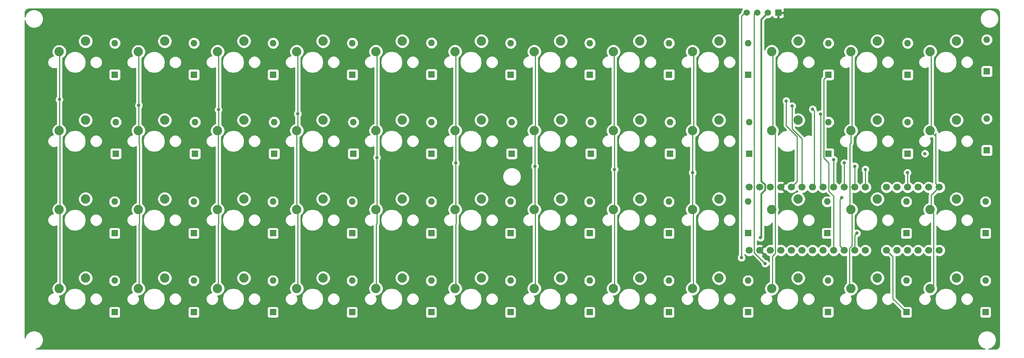
<source format=gbl>
%TF.GenerationSoftware,KiCad,Pcbnew,(5.1.6)-1*%
%TF.CreationDate,2020-05-26T22:06:07-05:00*%
%TF.ProjectId,cerkit48,6365726b-6974-4343-982e-6b696361645f,rev?*%
%TF.SameCoordinates,Original*%
%TF.FileFunction,Copper,L2,Bot*%
%TF.FilePolarity,Positive*%
%FSLAX46Y46*%
G04 Gerber Fmt 4.6, Leading zero omitted, Abs format (unit mm)*
G04 Created by KiCad (PCBNEW (5.1.6)-1) date 2020-05-26 22:06:07*
%MOMM*%
%LPD*%
G01*
G04 APERTURE LIST*
%TA.AperFunction,ComponentPad*%
%ADD10C,2.250000*%
%TD*%
%TA.AperFunction,ComponentPad*%
%ADD11O,1.600000X1.600000*%
%TD*%
%TA.AperFunction,ComponentPad*%
%ADD12R,1.600000X1.600000*%
%TD*%
%TA.AperFunction,ComponentPad*%
%ADD13C,1.700000*%
%TD*%
%TA.AperFunction,ComponentPad*%
%ADD14C,1.524000*%
%TD*%
%TA.AperFunction,ComponentPad*%
%ADD15R,1.524000X1.524000*%
%TD*%
%TA.AperFunction,ViaPad*%
%ADD16C,0.800000*%
%TD*%
%TA.AperFunction,Conductor*%
%ADD17C,0.250000*%
%TD*%
%TA.AperFunction,Conductor*%
%ADD18C,0.381000*%
%TD*%
%TA.AperFunction,Conductor*%
%ADD19C,0.254000*%
%TD*%
G04 APERTURE END LIST*
D10*
%TO.P,SW31,2*%
%TO.N,Net-(D30-Pad2)*%
X134302500Y-98107500D03*
%TO.P,SW31,1*%
%TO.N,COL5*%
X127952500Y-100647500D03*
%TD*%
%TO.P,SW27,2*%
%TO.N,Net-(D26-Pad2)*%
X58102500Y-98107500D03*
%TO.P,SW27,1*%
%TO.N,COL1*%
X51752500Y-100647500D03*
%TD*%
%TO.P,SW32,2*%
%TO.N,Net-(D31-Pad2)*%
X153352500Y-98107500D03*
%TO.P,SW32,1*%
%TO.N,COL6*%
X147002500Y-100647500D03*
%TD*%
%TO.P,SW29,2*%
%TO.N,Net-(D28-Pad2)*%
X96202500Y-98107500D03*
%TO.P,SW29,1*%
%TO.N,COL3*%
X89852500Y-100647500D03*
%TD*%
%TO.P,SW26,2*%
%TO.N,Net-(D25-Pad2)*%
X39052500Y-98107500D03*
%TO.P,SW26,1*%
%TO.N,COL0*%
X32702500Y-100647500D03*
%TD*%
%TO.P,SW30,2*%
%TO.N,Net-(D29-Pad2)*%
X115252500Y-98107500D03*
%TO.P,SW30,1*%
%TO.N,COL4*%
X108902500Y-100647500D03*
%TD*%
%TO.P,SW35,2*%
%TO.N,Net-(D34-Pad2)*%
X210502500Y-98107500D03*
%TO.P,SW35,1*%
%TO.N,COL9*%
X204152500Y-100647500D03*
%TD*%
%TO.P,SW37,1*%
%TO.N,COL11*%
X242252500Y-100647500D03*
%TO.P,SW37,2*%
%TO.N,Net-(D36-Pad2)*%
X248602500Y-98107500D03*
%TD*%
%TO.P,SW33,2*%
%TO.N,Net-(D32-Pad2)*%
X172402500Y-98107500D03*
%TO.P,SW33,1*%
%TO.N,COL7*%
X166052500Y-100647500D03*
%TD*%
%TO.P,SW28,2*%
%TO.N,Net-(D27-Pad2)*%
X77152500Y-98107500D03*
%TO.P,SW28,1*%
%TO.N,COL2*%
X70802500Y-100647500D03*
%TD*%
%TO.P,SW34,2*%
%TO.N,Net-(D33-Pad2)*%
X191452500Y-98107500D03*
%TO.P,SW34,1*%
%TO.N,COL8*%
X185102500Y-100647500D03*
%TD*%
%TO.P,SW36,2*%
%TO.N,Net-(D35-Pad2)*%
X229552500Y-98107500D03*
%TO.P,SW36,1*%
%TO.N,COL10*%
X223202500Y-100647500D03*
%TD*%
D11*
%TO.P,D34,2*%
%TO.N,Net-(D34-Pad2)*%
X217487500Y-98742500D03*
D12*
%TO.P,D34,1*%
%TO.N,ROW2*%
X217487500Y-106362500D03*
%TD*%
D11*
%TO.P,D44,2*%
%TO.N,Net-(D44-Pad2)*%
X179387500Y-117792500D03*
D12*
%TO.P,D44,1*%
%TO.N,ROW3*%
X179387500Y-125412500D03*
%TD*%
D10*
%TO.P,SW15,2*%
%TO.N,Net-(D14-Pad2)*%
X58102500Y-79057500D03*
%TO.P,SW15,1*%
%TO.N,COL1*%
X51752500Y-81597500D03*
%TD*%
%TO.P,SW3,2*%
%TO.N,Net-(D2-Pad2)*%
X58102500Y-60037832D03*
%TO.P,SW3,1*%
%TO.N,COL1*%
X51752500Y-62577832D03*
%TD*%
%TO.P,SW20,2*%
%TO.N,Net-(D19-Pad2)*%
X153352500Y-79057500D03*
%TO.P,SW20,1*%
%TO.N,COL6*%
X147002500Y-81597500D03*
%TD*%
D11*
%TO.P,D43,2*%
%TO.N,Net-(D43-Pad2)*%
X160337500Y-117792500D03*
D12*
%TO.P,D43,1*%
%TO.N,ROW3*%
X160337500Y-125412500D03*
%TD*%
D10*
%TO.P,SW8,2*%
%TO.N,Net-(D7-Pad2)*%
X153352500Y-60007500D03*
%TO.P,SW8,1*%
%TO.N,COL6*%
X147002500Y-62547500D03*
%TD*%
%TO.P,SW48,2*%
%TO.N,Net-(D47-Pad2)*%
X229552500Y-117157500D03*
%TO.P,SW48,1*%
%TO.N,COL10*%
X223202500Y-119697500D03*
%TD*%
%TO.P,SW47,2*%
%TO.N,Net-(D46-Pad2)*%
X210502500Y-117157500D03*
%TO.P,SW47,1*%
%TO.N,COL9*%
X204152500Y-119697500D03*
%TD*%
%TO.P,SW6,2*%
%TO.N,Net-(D5-Pad2)*%
X115252500Y-60007500D03*
%TO.P,SW6,1*%
%TO.N,COL4*%
X108902500Y-62547500D03*
%TD*%
%TO.P,SW9,2*%
%TO.N,Net-(D8-Pad2)*%
X172402500Y-60007500D03*
%TO.P,SW9,1*%
%TO.N,COL7*%
X166052500Y-62547500D03*
%TD*%
%TO.P,SW49,2*%
%TO.N,Net-(D48-Pad2)*%
X248602500Y-117157500D03*
%TO.P,SW49,1*%
%TO.N,COL11*%
X242252500Y-119697500D03*
%TD*%
%TO.P,SW46,2*%
%TO.N,Net-(D45-Pad2)*%
X191452500Y-117157500D03*
%TO.P,SW46,1*%
%TO.N,COL8*%
X185102500Y-119697500D03*
%TD*%
%TO.P,SW45,2*%
%TO.N,Net-(D44-Pad2)*%
X172402500Y-117157500D03*
%TO.P,SW45,1*%
%TO.N,COL7*%
X166052500Y-119697500D03*
%TD*%
%TO.P,SW22,2*%
%TO.N,Net-(D21-Pad2)*%
X191452500Y-79057500D03*
%TO.P,SW22,1*%
%TO.N,COL8*%
X185102500Y-81597500D03*
%TD*%
%TO.P,SW19,2*%
%TO.N,Net-(D18-Pad2)*%
X134302500Y-79057500D03*
%TO.P,SW19,1*%
%TO.N,COL5*%
X127952500Y-81597500D03*
%TD*%
%TO.P,SW13,2*%
%TO.N,Net-(D12-Pad2)*%
X248602500Y-60007500D03*
%TO.P,SW13,1*%
%TO.N,COL11*%
X242252500Y-62547500D03*
%TD*%
%TO.P,SW11,2*%
%TO.N,Net-(D10-Pad2)*%
X210502500Y-60007500D03*
%TO.P,SW11,1*%
%TO.N,COL9*%
X204152500Y-62547500D03*
%TD*%
%TO.P,SW25,2*%
%TO.N,Net-(D24-Pad2)*%
X248602500Y-79057500D03*
%TO.P,SW25,1*%
%TO.N,COL11*%
X242252500Y-81597500D03*
%TD*%
%TO.P,SW23,2*%
%TO.N,Net-(D22-Pad2)*%
X210502500Y-79057500D03*
%TO.P,SW23,1*%
%TO.N,COL9*%
X204152500Y-81597500D03*
%TD*%
%TO.P,SW18,2*%
%TO.N,Net-(D17-Pad2)*%
X115252500Y-79057500D03*
%TO.P,SW18,1*%
%TO.N,COL4*%
X108902500Y-81597500D03*
%TD*%
%TO.P,SW38,2*%
%TO.N,Net-(D37-Pad2)*%
X39052500Y-117157500D03*
%TO.P,SW38,1*%
%TO.N,COL0*%
X32702500Y-119697500D03*
%TD*%
%TO.P,SW39,2*%
%TO.N,Net-(D38-Pad2)*%
X58102500Y-117157500D03*
%TO.P,SW39,1*%
%TO.N,COL1*%
X51752500Y-119697500D03*
%TD*%
%TO.P,SW17,2*%
%TO.N,Net-(D16-Pad2)*%
X96202500Y-79057500D03*
%TO.P,SW17,1*%
%TO.N,COL3*%
X89852500Y-81597500D03*
%TD*%
%TO.P,SW14,2*%
%TO.N,Net-(D13-Pad2)*%
X39052500Y-79057500D03*
%TO.P,SW14,1*%
%TO.N,COL0*%
X32702500Y-81597500D03*
%TD*%
%TO.P,SW41,2*%
%TO.N,Net-(D40-Pad2)*%
X96202500Y-117157500D03*
%TO.P,SW41,1*%
%TO.N,COL3*%
X89852500Y-119697500D03*
%TD*%
%TO.P,SW21,2*%
%TO.N,Net-(D20-Pad2)*%
X172402500Y-79057500D03*
%TO.P,SW21,1*%
%TO.N,COL7*%
X166052500Y-81597500D03*
%TD*%
%TO.P,SW42,2*%
%TO.N,Net-(D41-Pad2)*%
X115252500Y-117157500D03*
%TO.P,SW42,1*%
%TO.N,COL4*%
X108902500Y-119697500D03*
%TD*%
%TO.P,SW43,2*%
%TO.N,Net-(D42-Pad2)*%
X134302500Y-117157500D03*
%TO.P,SW43,1*%
%TO.N,COL5*%
X127952500Y-119697500D03*
%TD*%
%TO.P,SW44,2*%
%TO.N,Net-(D43-Pad2)*%
X153352500Y-117157500D03*
%TO.P,SW44,1*%
%TO.N,COL6*%
X147002500Y-119697500D03*
%TD*%
%TO.P,SW40,2*%
%TO.N,Net-(D39-Pad2)*%
X77152500Y-117157500D03*
%TO.P,SW40,1*%
%TO.N,COL2*%
X70802500Y-119697500D03*
%TD*%
%TO.P,SW24,2*%
%TO.N,Net-(D23-Pad2)*%
X229552500Y-79057500D03*
%TO.P,SW24,1*%
%TO.N,COL10*%
X223202500Y-81597500D03*
%TD*%
%TO.P,SW16,2*%
%TO.N,Net-(D15-Pad2)*%
X77152500Y-79057500D03*
%TO.P,SW16,1*%
%TO.N,COL2*%
X70802500Y-81597500D03*
%TD*%
%TO.P,SW12,2*%
%TO.N,Net-(D11-Pad2)*%
X229552500Y-60007500D03*
%TO.P,SW12,1*%
%TO.N,COL10*%
X223202500Y-62547500D03*
%TD*%
%TO.P,SW7,2*%
%TO.N,Net-(D6-Pad2)*%
X134302500Y-60007500D03*
%TO.P,SW7,1*%
%TO.N,COL5*%
X127952500Y-62547500D03*
%TD*%
%TO.P,SW4,2*%
%TO.N,Net-(D3-Pad2)*%
X77152500Y-60007500D03*
%TO.P,SW4,1*%
%TO.N,COL2*%
X70802500Y-62547500D03*
%TD*%
D11*
%TO.P,D48,2*%
%TO.N,Net-(D48-Pad2)*%
X255587500Y-117792500D03*
D12*
%TO.P,D48,1*%
%TO.N,ROW3*%
X255587500Y-125412500D03*
%TD*%
D11*
%TO.P,D47,2*%
%TO.N,Net-(D47-Pad2)*%
X236537500Y-117792500D03*
D12*
%TO.P,D47,1*%
%TO.N,ROW3*%
X236537500Y-125412500D03*
%TD*%
D11*
%TO.P,D42,2*%
%TO.N,Net-(D42-Pad2)*%
X141287500Y-117792500D03*
D12*
%TO.P,D42,1*%
%TO.N,ROW3*%
X141287500Y-125412500D03*
%TD*%
D11*
%TO.P,D46,2*%
%TO.N,Net-(D46-Pad2)*%
X217678000Y-117729000D03*
D12*
%TO.P,D46,1*%
%TO.N,ROW3*%
X217678000Y-125349000D03*
%TD*%
D11*
%TO.P,D41,2*%
%TO.N,Net-(D41-Pad2)*%
X122237500Y-117792500D03*
D12*
%TO.P,D41,1*%
%TO.N,ROW3*%
X122237500Y-125412500D03*
%TD*%
D11*
%TO.P,D45,2*%
%TO.N,Net-(D45-Pad2)*%
X198437500Y-117792500D03*
D12*
%TO.P,D45,1*%
%TO.N,ROW3*%
X198437500Y-125412500D03*
%TD*%
%TO.P,D37,1*%
%TO.N,ROW3*%
X46037500Y-125412500D03*
D11*
%TO.P,D37,2*%
%TO.N,Net-(D37-Pad2)*%
X46037500Y-117792500D03*
%TD*%
%TO.P,D36,2*%
%TO.N,Net-(D36-Pad2)*%
X255587500Y-98742500D03*
D12*
%TO.P,D36,1*%
%TO.N,ROW2*%
X255587500Y-106362500D03*
%TD*%
D11*
%TO.P,D35,2*%
%TO.N,Net-(D35-Pad2)*%
X236537500Y-98742500D03*
D12*
%TO.P,D35,1*%
%TO.N,ROW2*%
X236537500Y-106362500D03*
%TD*%
D11*
%TO.P,D33,2*%
%TO.N,Net-(D33-Pad2)*%
X198437500Y-98742500D03*
D12*
%TO.P,D33,1*%
%TO.N,ROW2*%
X198437500Y-106362500D03*
%TD*%
D10*
%TO.P,SW5,2*%
%TO.N,Net-(D4-Pad2)*%
X96202500Y-60007500D03*
%TO.P,SW5,1*%
%TO.N,COL3*%
X89852500Y-62547500D03*
%TD*%
%TO.P,SW2,2*%
%TO.N,Net-(D1-Pad2)*%
X39060078Y-60037832D03*
%TO.P,SW2,1*%
%TO.N,COL0*%
X32710078Y-62577832D03*
%TD*%
D12*
%TO.P,D39,1*%
%TO.N,ROW3*%
X84137500Y-125412500D03*
D11*
%TO.P,D39,2*%
%TO.N,Net-(D39-Pad2)*%
X84137500Y-117792500D03*
%TD*%
%TO.P,D38,2*%
%TO.N,Net-(D38-Pad2)*%
X65087500Y-117792500D03*
D12*
%TO.P,D38,1*%
%TO.N,ROW3*%
X65087500Y-125412500D03*
%TD*%
D10*
%TO.P,SW10,2*%
%TO.N,Net-(D9-Pad2)*%
X191452500Y-60007500D03*
%TO.P,SW10,1*%
%TO.N,COL8*%
X185102500Y-62547500D03*
%TD*%
D11*
%TO.P,D40,2*%
%TO.N,Net-(D40-Pad2)*%
X103187500Y-117792500D03*
D12*
%TO.P,D40,1*%
%TO.N,ROW3*%
X103187500Y-125412500D03*
%TD*%
D11*
%TO.P,D8,2*%
%TO.N,Net-(D8-Pad2)*%
X179451000Y-60483750D03*
D12*
%TO.P,D8,1*%
%TO.N,ROW0*%
X179451000Y-68103750D03*
%TD*%
D11*
%TO.P,D7,2*%
%TO.N,Net-(D7-Pad2)*%
X160401000Y-60483750D03*
D12*
%TO.P,D7,1*%
%TO.N,ROW0*%
X160401000Y-68103750D03*
%TD*%
D11*
%TO.P,D17,2*%
%TO.N,Net-(D17-Pad2)*%
X122301000Y-79533750D03*
D12*
%TO.P,D17,1*%
%TO.N,ROW1*%
X122301000Y-87153750D03*
%TD*%
D11*
%TO.P,D18,2*%
%TO.N,Net-(D18-Pad2)*%
X141605000Y-79533750D03*
D12*
%TO.P,D18,1*%
%TO.N,ROW1*%
X141605000Y-87153750D03*
%TD*%
D11*
%TO.P,D31,2*%
%TO.N,Net-(D31-Pad2)*%
X160337500Y-98742500D03*
D12*
%TO.P,D31,1*%
%TO.N,ROW2*%
X160337500Y-106362500D03*
%TD*%
D11*
%TO.P,D29,2*%
%TO.N,Net-(D29-Pad2)*%
X122237500Y-98742500D03*
D12*
%TO.P,D29,1*%
%TO.N,ROW2*%
X122237500Y-106362500D03*
%TD*%
%TO.P,D25,1*%
%TO.N,ROW2*%
X46037500Y-106362500D03*
D11*
%TO.P,D25,2*%
%TO.N,Net-(D25-Pad2)*%
X46037500Y-98742500D03*
%TD*%
%TO.P,D22,2*%
%TO.N,Net-(D22-Pad2)*%
X217805000Y-79533750D03*
D12*
%TO.P,D22,1*%
%TO.N,ROW1*%
X217805000Y-87153750D03*
%TD*%
D11*
%TO.P,D16,2*%
%TO.N,Net-(D16-Pad2)*%
X103505000Y-79533750D03*
D12*
%TO.P,D16,1*%
%TO.N,ROW1*%
X103505000Y-87153750D03*
%TD*%
D11*
%TO.P,D4,2*%
%TO.N,Net-(D4-Pad2)*%
X103251000Y-60483750D03*
D12*
%TO.P,D4,1*%
%TO.N,ROW0*%
X103251000Y-68103750D03*
%TD*%
D11*
%TO.P,D32,2*%
%TO.N,Net-(D32-Pad2)*%
X179387500Y-98742500D03*
D12*
%TO.P,D32,1*%
%TO.N,ROW2*%
X179387500Y-106362500D03*
%TD*%
D11*
%TO.P,D26,2*%
%TO.N,Net-(D26-Pad2)*%
X65087500Y-98742500D03*
D12*
%TO.P,D26,1*%
%TO.N,ROW2*%
X65087500Y-106362500D03*
%TD*%
D11*
%TO.P,D19,2*%
%TO.N,Net-(D19-Pad2)*%
X160655000Y-79533750D03*
D12*
%TO.P,D19,1*%
%TO.N,ROW1*%
X160655000Y-87153750D03*
%TD*%
D11*
%TO.P,D24,2*%
%TO.N,Net-(D24-Pad2)*%
X255905000Y-78740000D03*
D12*
%TO.P,D24,1*%
%TO.N,ROW1*%
X255905000Y-86360000D03*
%TD*%
D11*
%TO.P,D11,2*%
%TO.N,Net-(D11-Pad2)*%
X236855000Y-60483750D03*
D12*
%TO.P,D11,1*%
%TO.N,ROW0*%
X236855000Y-68103750D03*
%TD*%
D11*
%TO.P,D14,2*%
%TO.N,Net-(D14-Pad2)*%
X65405000Y-79533750D03*
D12*
%TO.P,D14,1*%
%TO.N,ROW1*%
X65405000Y-87153750D03*
%TD*%
D11*
%TO.P,D10,2*%
%TO.N,Net-(D10-Pad2)*%
X217805000Y-60483750D03*
D12*
%TO.P,D10,1*%
%TO.N,ROW0*%
X217805000Y-68103750D03*
%TD*%
D11*
%TO.P,D30,2*%
%TO.N,Net-(D30-Pad2)*%
X141287500Y-98742500D03*
D12*
%TO.P,D30,1*%
%TO.N,ROW2*%
X141287500Y-106362500D03*
%TD*%
D11*
%TO.P,D9,2*%
%TO.N,Net-(D9-Pad2)*%
X198501000Y-60483750D03*
D12*
%TO.P,D9,1*%
%TO.N,ROW0*%
X198501000Y-68103750D03*
%TD*%
D11*
%TO.P,D20,2*%
%TO.N,Net-(D20-Pad2)*%
X179705000Y-79533750D03*
D12*
%TO.P,D20,1*%
%TO.N,ROW1*%
X179705000Y-87153750D03*
%TD*%
D11*
%TO.P,D12,2*%
%TO.N,Net-(D12-Pad2)*%
X255905000Y-59690000D03*
D12*
%TO.P,D12,1*%
%TO.N,ROW0*%
X255905000Y-67310000D03*
%TD*%
D11*
%TO.P,D23,2*%
%TO.N,Net-(D23-Pad2)*%
X236855000Y-79533750D03*
D12*
%TO.P,D23,1*%
%TO.N,ROW1*%
X236855000Y-87153750D03*
%TD*%
%TO.P,D3,1*%
%TO.N,ROW0*%
X84201000Y-68103750D03*
D11*
%TO.P,D3,2*%
%TO.N,Net-(D3-Pad2)*%
X84201000Y-60483750D03*
%TD*%
%TO.P,D2,2*%
%TO.N,Net-(D2-Pad2)*%
X65151000Y-60483750D03*
D12*
%TO.P,D2,1*%
%TO.N,ROW0*%
X65151000Y-68103750D03*
%TD*%
%TO.P,D1,1*%
%TO.N,ROW0*%
X46101000Y-68103750D03*
D11*
%TO.P,D1,2*%
%TO.N,Net-(D1-Pad2)*%
X46101000Y-60483750D03*
%TD*%
%TO.P,D21,2*%
%TO.N,Net-(D21-Pad2)*%
X198755000Y-79533750D03*
D12*
%TO.P,D21,1*%
%TO.N,ROW1*%
X198755000Y-87153750D03*
%TD*%
D11*
%TO.P,D28,2*%
%TO.N,Net-(D28-Pad2)*%
X103187500Y-98742500D03*
D12*
%TO.P,D28,1*%
%TO.N,ROW2*%
X103187500Y-106362500D03*
%TD*%
%TO.P,D27,1*%
%TO.N,ROW2*%
X84137500Y-106362500D03*
D11*
%TO.P,D27,2*%
%TO.N,Net-(D27-Pad2)*%
X84137500Y-98742500D03*
%TD*%
D12*
%TO.P,D13,1*%
%TO.N,ROW1*%
X46355000Y-87153750D03*
D11*
%TO.P,D13,2*%
%TO.N,Net-(D13-Pad2)*%
X46355000Y-79533750D03*
%TD*%
D12*
%TO.P,D15,1*%
%TO.N,ROW1*%
X84455000Y-87153750D03*
D11*
%TO.P,D15,2*%
%TO.N,Net-(D15-Pad2)*%
X84455000Y-79533750D03*
%TD*%
%TO.P,D6,2*%
%TO.N,Net-(D6-Pad2)*%
X141351000Y-60483750D03*
D12*
%TO.P,D6,1*%
%TO.N,ROW0*%
X141351000Y-68103750D03*
%TD*%
D11*
%TO.P,D5,2*%
%TO.N,Net-(D5-Pad2)*%
X122301000Y-60452000D03*
D12*
%TO.P,D5,1*%
%TO.N,ROW0*%
X122301000Y-68072000D03*
%TD*%
D13*
%TO.P,U1,RST*%
%TO.N,Net-(U1-PadRST)*%
X244465000Y-110485000D03*
%TO.P,U1,A13*%
%TO.N,Net-(U1-PadA13)*%
X241925000Y-110485000D03*
%TO.P,U1,B12*%
%TO.N,Net-(U1-PadB12)*%
X236845000Y-110485000D03*
%TO.P,U1,A14*%
%TO.N,Net-(U1-PadA14)*%
X239385000Y-110485000D03*
%TO.P,U1,B10*%
%TO.N,ROW3*%
X231765000Y-110485000D03*
%TO.P,U1,B11*%
%TO.N,Net-(U1-PadB11)*%
X234305000Y-110485000D03*
%TO.P,U1,B9*%
%TO.N,SDA*%
X226685000Y-110485000D03*
%TO.P,U1,B13*%
%TO.N,ROW0*%
X219065000Y-110485000D03*
%TO.P,U1,B15*%
%TO.N,ROW2*%
X224145000Y-110485000D03*
%TO.P,U1,B14*%
%TO.N,ROW1*%
X221605000Y-110485000D03*
%TO.P,U1,B8*%
%TO.N,SCL*%
X216525000Y-110485000D03*
%TO.P,U1,A0*%
%TO.N,Net-(U1-PadA0)*%
X213985000Y-110485000D03*
%TO.P,U1,A1*%
%TO.N,Net-(U1-PadA1)*%
X211445000Y-110485000D03*
%TO.P,U1,3.3V*%
%TO.N,3.3V*%
X206365000Y-110485000D03*
%TO.P,U1,A2*%
%TO.N,Net-(U1-PadA2)*%
X208905000Y-110485000D03*
%TO.P,U1,DFU*%
%TO.N,Net-(U1-PadDFU)*%
X203825000Y-110485000D03*
%TO.P,U1,GND*%
%TO.N,GND*%
X201285000Y-110485000D03*
%TO.P,U1,A4*%
%TO.N,Net-(U1-PadA4)*%
X231765000Y-95270000D03*
%TO.P,U1,A15*%
%TO.N,COL11*%
X244465000Y-95270000D03*
%TO.P,U1,A6*%
%TO.N,COL8*%
X236845000Y-95270000D03*
%TO.P,U1,A8*%
%TO.N,COL10*%
X241925000Y-95270000D03*
%TO.P,U1,A7*%
%TO.N,COL9*%
X239385000Y-95270000D03*
%TO.P,U1,A5*%
%TO.N,Net-(U1-PadA5)*%
X234305000Y-95270000D03*
%TO.P,U1,B0*%
%TO.N,COL7*%
X226685000Y-95270000D03*
%TO.P,U1,B1*%
%TO.N,COL6*%
X224145000Y-95270000D03*
%TO.P,U1,B2*%
%TO.N,COL5*%
X221605000Y-95270000D03*
%TO.P,U1,B3*%
%TO.N,COL4*%
X219065000Y-95270000D03*
%TO.P,U1,B4*%
%TO.N,COL3*%
X216525000Y-95270000D03*
%TO.P,U1,B5*%
%TO.N,COL2*%
X213985000Y-95270000D03*
%TO.P,U1,B6*%
%TO.N,COL1*%
X211445000Y-95270000D03*
%TO.P,U1,B7*%
%TO.N,COL0*%
X208905000Y-95270000D03*
%TO.P,U1,GND*%
%TO.N,GND*%
X206365000Y-95270000D03*
X203825000Y-95270000D03*
%TO.P,U1,A9*%
%TO.N,Net-(U1-PadA9)*%
X198745000Y-95270000D03*
%TO.P,U1,A10*%
%TO.N,Net-(U1-PadA10)*%
X201285000Y-95270000D03*
%TO.P,U1,5V*%
%TO.N,Net-(U1-Pad5V)*%
X198745000Y-110485000D03*
%TD*%
D14*
%TO.P,J1,4*%
%TO.N,SCL*%
X198120000Y-53181250D03*
%TO.P,J1,3*%
%TO.N,SDA*%
X200660000Y-53181250D03*
%TO.P,J1,2*%
%TO.N,3.3V*%
X203200000Y-53181250D03*
D15*
%TO.P,J1,1*%
%TO.N,GND*%
X205740000Y-53181250D03*
%TD*%
D16*
%TO.N,ROW1*%
X220980000Y-97790000D03*
X241014250Y-87153750D03*
%TO.N,ROW2*%
X224631250Y-106362500D03*
%TO.N,SCL*%
X196850000Y-112268000D03*
%TO.N,SDA*%
X202565000Y-113665000D03*
%TO.N,3.3V*%
X201422000Y-107442000D03*
%TO.N,COL0*%
X207645000Y-74453750D03*
X32749463Y-74089287D03*
%TO.N,COL1*%
X209042000Y-75692000D03*
X51858345Y-75522655D03*
%TO.N,COL2*%
X71025235Y-76548765D03*
X213995000Y-76454000D03*
%TO.N,COL3*%
X215900000Y-77597000D03*
X90086742Y-77553258D03*
%TO.N,COL4*%
X219075000Y-88646000D03*
X109138698Y-88092302D03*
%TO.N,COL5*%
X128132892Y-89418108D03*
X221604892Y-89418108D03*
%TO.N,COL6*%
X147157610Y-90205390D03*
X224119610Y-90205390D03*
%TO.N,COL7*%
X166330959Y-90971041D03*
X226655959Y-90971041D03*
%TO.N,COL8*%
X185102500Y-91757500D03*
X236791500Y-91757500D03*
%TD*%
D17*
%TO.N,ROW0*%
X219065000Y-97384998D02*
X219065000Y-110485000D01*
X217889999Y-96209997D02*
X219065000Y-97384998D01*
X217889999Y-89423751D02*
X217889999Y-96209997D01*
X216679999Y-88213751D02*
X217889999Y-89423751D01*
X216679999Y-69228751D02*
X216679999Y-88213751D01*
X217805000Y-68103750D02*
X216679999Y-69228751D01*
%TO.N,ROW1*%
X220580001Y-98189999D02*
X220980000Y-97790000D01*
X220580001Y-109460001D02*
X220580001Y-98189999D01*
X221605000Y-110485000D02*
X220580001Y-109460001D01*
%TO.N,ROW2*%
X224145000Y-106848750D02*
X224631250Y-106362500D01*
X224145000Y-110485000D02*
X224145000Y-106848750D01*
%TO.N,ROW3*%
X233292501Y-122167501D02*
X236537500Y-125412500D01*
X233292501Y-112012501D02*
X233292501Y-122167501D01*
X231765000Y-110485000D02*
X233292501Y-112012501D01*
%TO.N,SCL*%
X196850000Y-53975000D02*
X198120000Y-52705000D01*
X196850000Y-112268000D02*
X196850000Y-53975000D01*
%TO.N,SDA*%
X199920001Y-53444999D02*
X200660000Y-52705000D01*
X199920001Y-111020001D02*
X199920001Y-53444999D01*
X202565000Y-113665000D02*
X199920001Y-111020001D01*
%TO.N,3.3V*%
X201422000Y-107442000D02*
X201422000Y-107442000D01*
D18*
X202525501Y-94674559D02*
X202525501Y-95924499D01*
X201616999Y-93766057D02*
X202525501Y-94674559D01*
X203200000Y-53181250D02*
X201616999Y-54764251D01*
X201616999Y-54764251D02*
X201616999Y-93766057D01*
X201616999Y-107247001D02*
X201422000Y-107442000D01*
X201616999Y-96833001D02*
X201616999Y-107247001D01*
X202525501Y-95924499D02*
X201616999Y-96833001D01*
D17*
%TO.N,GND*%
X206365000Y-95240000D02*
X206375000Y-95250000D01*
%TO.N,COL0*%
X32749463Y-81750350D02*
X32870936Y-81871823D01*
X32749463Y-62980446D02*
X32749463Y-74089287D01*
X32870936Y-84124075D02*
X32870936Y-100177107D01*
X32870936Y-81871823D02*
X32870936Y-84917825D01*
X32852042Y-104035753D02*
X32852042Y-120023648D01*
X32870936Y-104016859D02*
X32852042Y-104035753D01*
X32870936Y-100970857D02*
X32870936Y-104016859D01*
X32749463Y-74089287D02*
X32749463Y-81750350D01*
X207645000Y-74453750D02*
X207645000Y-74453750D01*
X32749463Y-74089287D02*
X32749463Y-74089287D01*
X210281401Y-93893599D02*
X208905000Y-95270000D01*
X210281401Y-83024427D02*
X210281401Y-93893599D01*
X207645000Y-80388026D02*
X210281401Y-83024427D01*
X207645000Y-74453750D02*
X207645000Y-80388026D01*
%TO.N,COL1*%
X51858345Y-81834513D02*
X51895655Y-81871823D01*
X51858345Y-62935220D02*
X51858345Y-75522655D01*
X52025707Y-85047877D02*
X52025707Y-90373043D01*
X51895655Y-84917825D02*
X52025707Y-85047877D01*
X51895655Y-81871823D02*
X51895655Y-84917825D01*
X51895339Y-104098927D02*
X51895339Y-120058919D01*
X52025707Y-103968559D02*
X51895339Y-104098927D01*
X52025707Y-100922557D02*
X52025707Y-103968559D01*
X52025707Y-90373043D02*
X52025707Y-91008043D01*
X52025707Y-90214293D02*
X52025707Y-100128807D01*
X51858345Y-75522655D02*
X51858345Y-81834513D01*
X211445000Y-83551616D02*
X211445000Y-95270000D01*
X209042000Y-81148616D02*
X211445000Y-83551616D01*
X209042000Y-75692000D02*
X209042000Y-81148616D01*
%TO.N,COL2*%
X71025235Y-81841276D02*
X70994688Y-81871823D01*
X71025235Y-62935220D02*
X71025235Y-76548765D01*
X70994688Y-100923316D02*
X71040651Y-100969279D01*
X70994688Y-81871823D02*
X70994688Y-91724062D01*
X70938636Y-104117296D02*
X70938636Y-120054516D01*
X71040651Y-104015281D02*
X70938636Y-104117296D01*
X71040651Y-100969279D02*
X71040651Y-104015281D01*
X70994688Y-90930312D02*
X70994688Y-100129566D01*
X71025235Y-76548765D02*
X71025235Y-81841276D01*
X214394999Y-76853999D02*
X214394999Y-94860001D01*
X214394999Y-94860001D02*
X213985000Y-95270000D01*
X213995000Y-76454000D02*
X214394999Y-76853999D01*
%TO.N,COL3*%
X90086742Y-62989912D02*
X90086742Y-77553258D01*
X90093722Y-100939109D02*
X90070097Y-100962734D01*
X90070097Y-119917867D02*
X89981933Y-120006031D01*
X90070097Y-100962734D02*
X90070097Y-119917867D01*
X89852500Y-81597500D02*
X89852500Y-100647500D01*
X90086742Y-77553258D02*
X90086742Y-81939159D01*
X215900000Y-94645000D02*
X216525000Y-95270000D01*
X215900000Y-77597000D02*
X215900000Y-94645000D01*
%TO.N,COL4*%
X109159212Y-81931977D02*
X109182489Y-81955254D01*
X109159212Y-62916382D02*
X109159212Y-81931977D01*
X109138698Y-84251297D02*
X109138698Y-88092302D01*
X109182489Y-85001256D02*
X109138698Y-85045047D01*
X109182489Y-81955254D02*
X109182489Y-85001256D01*
X109025230Y-104175999D02*
X109025230Y-120045711D01*
X109138698Y-104062531D02*
X109025230Y-104175999D01*
X109138698Y-101016529D02*
X109138698Y-104062531D01*
X109138698Y-88092302D02*
X109138698Y-100222779D01*
X219075000Y-95260000D02*
X219065000Y-95270000D01*
X219075000Y-88646000D02*
X219075000Y-95260000D01*
%TO.N,COL5*%
X128109615Y-81931977D02*
X128132892Y-81955254D01*
X128109615Y-62916382D02*
X128109615Y-81931977D01*
X128132892Y-100893116D02*
X128200576Y-100960800D01*
X128132892Y-81161504D02*
X128132892Y-89418108D01*
X128147876Y-104059502D02*
X128147876Y-120058940D01*
X128200576Y-104006802D02*
X128147876Y-104059502D01*
X128200576Y-100960800D02*
X128200576Y-104006802D01*
X128132892Y-89418108D02*
X128132892Y-100099366D01*
X221605000Y-89418216D02*
X221604892Y-89418108D01*
X221605000Y-95270000D02*
X221605000Y-89418216D01*
%TO.N,COL6*%
X147282964Y-81755585D02*
X147157610Y-81880939D01*
X147282964Y-62916382D02*
X147282964Y-81755585D01*
X147157610Y-100905657D02*
X147231926Y-100979973D01*
X147157610Y-81880939D02*
X147157610Y-90205390D01*
X147231926Y-119930031D02*
X147120644Y-120041313D01*
X147231926Y-100979973D02*
X147231926Y-119930031D01*
X147157610Y-93666140D02*
X147157610Y-100905657D01*
X147157610Y-90205390D02*
X147157610Y-93666140D01*
X224119610Y-95244610D02*
X224145000Y-95270000D01*
X224119610Y-90205390D02*
X224119610Y-95244610D01*
%TO.N,COL7*%
X166233367Y-81783347D02*
X166330959Y-81880939D01*
X166233367Y-62842067D02*
X166233367Y-81783347D01*
X166330959Y-100942542D02*
X166307682Y-100965819D01*
X166330959Y-81880939D02*
X166330959Y-90971041D01*
X166307682Y-119941660D02*
X166234473Y-120014869D01*
X166307682Y-100965819D02*
X166307682Y-119941660D01*
X166330959Y-93542791D02*
X166330959Y-100942542D01*
X166330959Y-90971041D02*
X166330959Y-93542791D01*
X226655959Y-95240959D02*
X226685000Y-95270000D01*
X226655959Y-90971041D02*
X226655959Y-95240959D01*
%TO.N,COL8*%
X185332400Y-62842067D02*
X185332400Y-81857662D01*
X185258085Y-119975432D02*
X185277498Y-119994845D01*
X185258085Y-101040134D02*
X185258085Y-119975432D01*
X185102500Y-81597500D02*
X185102500Y-91757500D01*
X185102500Y-91757500D02*
X185102500Y-100647500D01*
X236791500Y-95216500D02*
X236845000Y-95270000D01*
X236791500Y-91757500D02*
X236791500Y-95216500D01*
%TO.N,COL9*%
X204431434Y-62916382D02*
X204431434Y-81866785D01*
X204380512Y-119172617D02*
X204284637Y-119268492D01*
X204284637Y-119268492D02*
X204284637Y-111944363D01*
X205010001Y-111218999D02*
X205010001Y-100799679D01*
X204284637Y-111944363D02*
X205010001Y-111218999D01*
X204431434Y-100119268D02*
X204380512Y-100170190D01*
X205010001Y-100799679D02*
X204380512Y-100170190D01*
X204380512Y-100170190D02*
X205000001Y-100789679D01*
X205000001Y-82445001D02*
X204152500Y-81597500D01*
X205000001Y-99799999D02*
X205000001Y-82445001D01*
X204152500Y-100647500D02*
X205000001Y-99799999D01*
%TO.N,COL10*%
X223456152Y-62916382D02*
X223456152Y-81851340D01*
X223444277Y-119152149D02*
X223327934Y-119268492D01*
X222979999Y-118920557D02*
X223327934Y-119268492D01*
X223418275Y-100205651D02*
X223444277Y-100231653D01*
X223444277Y-100231653D02*
X223444277Y-109436721D01*
X223444277Y-109436721D02*
X222885000Y-109995998D01*
X222885000Y-118825558D02*
X223327934Y-119268492D01*
X222885000Y-109995998D02*
X222885000Y-118825558D01*
X223202500Y-84643502D02*
X223202500Y-81597500D01*
X222969999Y-84876003D02*
X223202500Y-84643502D01*
X222969999Y-100414999D02*
X222969999Y-84876003D01*
X223202500Y-100647500D02*
X222969999Y-100414999D01*
%TO.N,COL11*%
X242517308Y-62864499D02*
X242517308Y-81889217D01*
X242517308Y-100120185D02*
X243100001Y-100702878D01*
X242517308Y-97217692D02*
X244465000Y-95270000D01*
X242517308Y-100120185D02*
X242517308Y-97217692D01*
X243615001Y-82986910D02*
X242517308Y-81889217D01*
X243615001Y-94420001D02*
X243615001Y-82193160D01*
X244465000Y-95270000D02*
X243615001Y-94420001D01*
X243100001Y-118849999D02*
X242252500Y-119697500D01*
X243100001Y-101495001D02*
X243100001Y-118849999D01*
X242252500Y-100647500D02*
X243100001Y-101495001D01*
%TD*%
D19*
%TO.N,GND*%
G36*
X197034880Y-52290715D02*
G01*
X196881995Y-52519523D01*
X196776686Y-52773760D01*
X196727087Y-53023112D01*
X196338998Y-53411201D01*
X196310000Y-53434999D01*
X196286202Y-53463997D01*
X196286201Y-53463998D01*
X196215026Y-53550724D01*
X196144454Y-53682754D01*
X196128214Y-53736292D01*
X196100998Y-53826014D01*
X196100692Y-53829121D01*
X196086324Y-53975000D01*
X196090001Y-54012333D01*
X196090000Y-111564289D01*
X196046063Y-111608226D01*
X195932795Y-111777744D01*
X195854774Y-111966102D01*
X195815000Y-112166061D01*
X195815000Y-112369939D01*
X195854774Y-112569898D01*
X195932795Y-112758256D01*
X196046063Y-112927774D01*
X196190226Y-113071937D01*
X196359744Y-113185205D01*
X196548102Y-113263226D01*
X196748061Y-113303000D01*
X196951939Y-113303000D01*
X197151898Y-113263226D01*
X197340256Y-113185205D01*
X197509774Y-113071937D01*
X197653937Y-112927774D01*
X197767205Y-112758256D01*
X197845226Y-112569898D01*
X197885000Y-112369939D01*
X197885000Y-112166061D01*
X197845226Y-111966102D01*
X197767205Y-111777744D01*
X197653937Y-111608226D01*
X197610000Y-111564289D01*
X197610000Y-111450107D01*
X197798368Y-111638475D01*
X198041589Y-111800990D01*
X198311842Y-111912932D01*
X198598740Y-111970000D01*
X198891260Y-111970000D01*
X199178158Y-111912932D01*
X199448411Y-111800990D01*
X199554981Y-111729782D01*
X201530000Y-113704803D01*
X201530000Y-113766939D01*
X201569774Y-113966898D01*
X201647795Y-114155256D01*
X201761063Y-114324774D01*
X201905226Y-114468937D01*
X202074744Y-114582205D01*
X202263102Y-114660226D01*
X202463061Y-114700000D01*
X202666939Y-114700000D01*
X202866898Y-114660226D01*
X203055256Y-114582205D01*
X203224774Y-114468937D01*
X203368937Y-114324774D01*
X203482205Y-114155256D01*
X203524638Y-114052815D01*
X203524637Y-118052559D01*
X203318827Y-118137808D01*
X203030565Y-118330419D01*
X202785419Y-118575565D01*
X202592808Y-118863827D01*
X202460136Y-119184127D01*
X202392500Y-119524155D01*
X202392500Y-119870845D01*
X202460136Y-120210873D01*
X202592808Y-120531173D01*
X202725138Y-120729219D01*
X202442049Y-120785529D01*
X202167247Y-120899356D01*
X201919931Y-121064607D01*
X201709607Y-121274931D01*
X201544356Y-121522247D01*
X201430529Y-121797049D01*
X201372500Y-122088778D01*
X201372500Y-122386222D01*
X201430529Y-122677951D01*
X201544356Y-122952753D01*
X201709607Y-123200069D01*
X201919931Y-123410393D01*
X202167247Y-123575644D01*
X202442049Y-123689471D01*
X202733778Y-123747500D01*
X203031222Y-123747500D01*
X203322951Y-123689471D01*
X203597753Y-123575644D01*
X203845069Y-123410393D01*
X204055393Y-123200069D01*
X204220644Y-122952753D01*
X204334471Y-122677951D01*
X204392500Y-122386222D01*
X204392500Y-122088778D01*
X204370580Y-121978576D01*
X205333600Y-121978576D01*
X205333600Y-122496424D01*
X205434627Y-123004322D01*
X205632799Y-123482751D01*
X205920500Y-123913326D01*
X206286674Y-124279500D01*
X206717249Y-124567201D01*
X207195678Y-124765373D01*
X207703576Y-124866400D01*
X208221424Y-124866400D01*
X208729322Y-124765373D01*
X209207751Y-124567201D01*
X209234990Y-124549000D01*
X216239928Y-124549000D01*
X216239928Y-126149000D01*
X216252188Y-126273482D01*
X216288498Y-126393180D01*
X216347463Y-126503494D01*
X216426815Y-126600185D01*
X216523506Y-126679537D01*
X216633820Y-126738502D01*
X216753518Y-126774812D01*
X216878000Y-126787072D01*
X218478000Y-126787072D01*
X218602482Y-126774812D01*
X218722180Y-126738502D01*
X218832494Y-126679537D01*
X218929185Y-126600185D01*
X219008537Y-126503494D01*
X219067502Y-126393180D01*
X219103812Y-126273482D01*
X219116072Y-126149000D01*
X219116072Y-124549000D01*
X219103812Y-124424518D01*
X219067502Y-124304820D01*
X219008537Y-124194506D01*
X218929185Y-124097815D01*
X218832494Y-124018463D01*
X218722180Y-123959498D01*
X218602482Y-123923188D01*
X218478000Y-123910928D01*
X216878000Y-123910928D01*
X216753518Y-123923188D01*
X216633820Y-123959498D01*
X216523506Y-124018463D01*
X216426815Y-124097815D01*
X216347463Y-124194506D01*
X216288498Y-124304820D01*
X216252188Y-124424518D01*
X216239928Y-124549000D01*
X209234990Y-124549000D01*
X209638326Y-124279500D01*
X210004500Y-123913326D01*
X210292201Y-123482751D01*
X210490373Y-123004322D01*
X210591400Y-122496424D01*
X210591400Y-122088778D01*
X211532500Y-122088778D01*
X211532500Y-122386222D01*
X211590529Y-122677951D01*
X211704356Y-122952753D01*
X211869607Y-123200069D01*
X212079931Y-123410393D01*
X212327247Y-123575644D01*
X212602049Y-123689471D01*
X212893778Y-123747500D01*
X213191222Y-123747500D01*
X213482951Y-123689471D01*
X213757753Y-123575644D01*
X214005069Y-123410393D01*
X214215393Y-123200069D01*
X214380644Y-122952753D01*
X214494471Y-122677951D01*
X214552500Y-122386222D01*
X214552500Y-122088778D01*
X214494471Y-121797049D01*
X214380644Y-121522247D01*
X214215393Y-121274931D01*
X214005069Y-121064607D01*
X213757753Y-120899356D01*
X213482951Y-120785529D01*
X213191222Y-120727500D01*
X212893778Y-120727500D01*
X212602049Y-120785529D01*
X212327247Y-120899356D01*
X212079931Y-121064607D01*
X211869607Y-121274931D01*
X211704356Y-121522247D01*
X211590529Y-121797049D01*
X211532500Y-122088778D01*
X210591400Y-122088778D01*
X210591400Y-121978576D01*
X210490373Y-121470678D01*
X210292201Y-120992249D01*
X210004500Y-120561674D01*
X209638326Y-120195500D01*
X209207751Y-119907799D01*
X208729322Y-119709627D01*
X208221424Y-119608600D01*
X207703576Y-119608600D01*
X207195678Y-119709627D01*
X206717249Y-119907799D01*
X206286674Y-120195500D01*
X205920500Y-120561674D01*
X205632799Y-120992249D01*
X205434627Y-121470678D01*
X205333600Y-121978576D01*
X204370580Y-121978576D01*
X204334471Y-121797049D01*
X204220644Y-121522247D01*
X204177382Y-121457500D01*
X204325845Y-121457500D01*
X204665873Y-121389864D01*
X204986173Y-121257192D01*
X205274435Y-121064581D01*
X205519581Y-120819435D01*
X205712192Y-120531173D01*
X205844864Y-120210873D01*
X205912500Y-119870845D01*
X205912500Y-119524155D01*
X205844864Y-119184127D01*
X205712192Y-118863827D01*
X205519581Y-118575565D01*
X205274435Y-118330419D01*
X205044637Y-118176872D01*
X205044637Y-116984155D01*
X208742500Y-116984155D01*
X208742500Y-117330845D01*
X208810136Y-117670873D01*
X208942808Y-117991173D01*
X209135419Y-118279435D01*
X209380565Y-118524581D01*
X209668827Y-118717192D01*
X209989127Y-118849864D01*
X210329155Y-118917500D01*
X210675845Y-118917500D01*
X211015873Y-118849864D01*
X211336173Y-118717192D01*
X211624435Y-118524581D01*
X211869581Y-118279435D01*
X212062192Y-117991173D01*
X212194864Y-117670873D01*
X212211415Y-117587665D01*
X216243000Y-117587665D01*
X216243000Y-117870335D01*
X216298147Y-118147574D01*
X216406320Y-118408727D01*
X216563363Y-118643759D01*
X216763241Y-118843637D01*
X216998273Y-119000680D01*
X217259426Y-119108853D01*
X217536665Y-119164000D01*
X217819335Y-119164000D01*
X218096574Y-119108853D01*
X218357727Y-119000680D01*
X218592759Y-118843637D01*
X218792637Y-118643759D01*
X218949680Y-118408727D01*
X219057853Y-118147574D01*
X219113000Y-117870335D01*
X219113000Y-117587665D01*
X219057853Y-117310426D01*
X218949680Y-117049273D01*
X218792637Y-116814241D01*
X218592759Y-116614363D01*
X218357727Y-116457320D01*
X218096574Y-116349147D01*
X217819335Y-116294000D01*
X217536665Y-116294000D01*
X217259426Y-116349147D01*
X216998273Y-116457320D01*
X216763241Y-116614363D01*
X216563363Y-116814241D01*
X216406320Y-117049273D01*
X216298147Y-117310426D01*
X216243000Y-117587665D01*
X212211415Y-117587665D01*
X212262500Y-117330845D01*
X212262500Y-116984155D01*
X212194864Y-116644127D01*
X212062192Y-116323827D01*
X211869581Y-116035565D01*
X211624435Y-115790419D01*
X211336173Y-115597808D01*
X211015873Y-115465136D01*
X210675845Y-115397500D01*
X210329155Y-115397500D01*
X209989127Y-115465136D01*
X209668827Y-115597808D01*
X209380565Y-115790419D01*
X209135419Y-116035565D01*
X208942808Y-116323827D01*
X208810136Y-116644127D01*
X208742500Y-116984155D01*
X205044637Y-116984155D01*
X205044637Y-112259164D01*
X205521005Y-111782797D01*
X205550002Y-111759000D01*
X205567265Y-111737965D01*
X205661589Y-111800990D01*
X205931842Y-111912932D01*
X206218740Y-111970000D01*
X206511260Y-111970000D01*
X206798158Y-111912932D01*
X207068411Y-111800990D01*
X207311632Y-111638475D01*
X207518475Y-111431632D01*
X207635000Y-111257240D01*
X207751525Y-111431632D01*
X207958368Y-111638475D01*
X208201589Y-111800990D01*
X208471842Y-111912932D01*
X208758740Y-111970000D01*
X209051260Y-111970000D01*
X209338158Y-111912932D01*
X209608411Y-111800990D01*
X209851632Y-111638475D01*
X210058475Y-111431632D01*
X210175000Y-111257240D01*
X210291525Y-111431632D01*
X210498368Y-111638475D01*
X210741589Y-111800990D01*
X211011842Y-111912932D01*
X211298740Y-111970000D01*
X211591260Y-111970000D01*
X211878158Y-111912932D01*
X212148411Y-111800990D01*
X212391632Y-111638475D01*
X212598475Y-111431632D01*
X212715000Y-111257240D01*
X212831525Y-111431632D01*
X213038368Y-111638475D01*
X213281589Y-111800990D01*
X213551842Y-111912932D01*
X213838740Y-111970000D01*
X214131260Y-111970000D01*
X214418158Y-111912932D01*
X214688411Y-111800990D01*
X214931632Y-111638475D01*
X215138475Y-111431632D01*
X215255000Y-111257240D01*
X215371525Y-111431632D01*
X215578368Y-111638475D01*
X215821589Y-111800990D01*
X216091842Y-111912932D01*
X216378740Y-111970000D01*
X216671260Y-111970000D01*
X216958158Y-111912932D01*
X217228411Y-111800990D01*
X217471632Y-111638475D01*
X217678475Y-111431632D01*
X217795000Y-111257240D01*
X217911525Y-111431632D01*
X218118368Y-111638475D01*
X218361589Y-111800990D01*
X218631842Y-111912932D01*
X218918740Y-111970000D01*
X219211260Y-111970000D01*
X219498158Y-111912932D01*
X219768411Y-111800990D01*
X220011632Y-111638475D01*
X220218475Y-111431632D01*
X220335000Y-111257240D01*
X220451525Y-111431632D01*
X220658368Y-111638475D01*
X220901589Y-111800990D01*
X221171842Y-111912932D01*
X221458740Y-111970000D01*
X221751260Y-111970000D01*
X222038158Y-111912932D01*
X222125000Y-111876961D01*
X222125001Y-118300728D01*
X222080565Y-118330419D01*
X221835419Y-118575565D01*
X221642808Y-118863827D01*
X221510136Y-119184127D01*
X221442500Y-119524155D01*
X221442500Y-119870845D01*
X221510136Y-120210873D01*
X221642808Y-120531173D01*
X221775138Y-120729219D01*
X221492049Y-120785529D01*
X221217247Y-120899356D01*
X220969931Y-121064607D01*
X220759607Y-121274931D01*
X220594356Y-121522247D01*
X220480529Y-121797049D01*
X220422500Y-122088778D01*
X220422500Y-122386222D01*
X220480529Y-122677951D01*
X220594356Y-122952753D01*
X220759607Y-123200069D01*
X220969931Y-123410393D01*
X221217247Y-123575644D01*
X221492049Y-123689471D01*
X221783778Y-123747500D01*
X222081222Y-123747500D01*
X222372951Y-123689471D01*
X222647753Y-123575644D01*
X222895069Y-123410393D01*
X223105393Y-123200069D01*
X223270644Y-122952753D01*
X223384471Y-122677951D01*
X223442500Y-122386222D01*
X223442500Y-122088778D01*
X223420580Y-121978576D01*
X224383600Y-121978576D01*
X224383600Y-122496424D01*
X224484627Y-123004322D01*
X224682799Y-123482751D01*
X224970500Y-123913326D01*
X225336674Y-124279500D01*
X225767249Y-124567201D01*
X226245678Y-124765373D01*
X226753576Y-124866400D01*
X227271424Y-124866400D01*
X227779322Y-124765373D01*
X228257751Y-124567201D01*
X228688326Y-124279500D01*
X229054500Y-123913326D01*
X229342201Y-123482751D01*
X229540373Y-123004322D01*
X229641400Y-122496424D01*
X229641400Y-121978576D01*
X229540373Y-121470678D01*
X229342201Y-120992249D01*
X229054500Y-120561674D01*
X228688326Y-120195500D01*
X228257751Y-119907799D01*
X227779322Y-119709627D01*
X227271424Y-119608600D01*
X226753576Y-119608600D01*
X226245678Y-119709627D01*
X225767249Y-119907799D01*
X225336674Y-120195500D01*
X224970500Y-120561674D01*
X224682799Y-120992249D01*
X224484627Y-121470678D01*
X224383600Y-121978576D01*
X223420580Y-121978576D01*
X223384471Y-121797049D01*
X223270644Y-121522247D01*
X223227382Y-121457500D01*
X223375845Y-121457500D01*
X223715873Y-121389864D01*
X224036173Y-121257192D01*
X224324435Y-121064581D01*
X224569581Y-120819435D01*
X224762192Y-120531173D01*
X224894864Y-120210873D01*
X224962500Y-119870845D01*
X224962500Y-119524155D01*
X224894864Y-119184127D01*
X224762192Y-118863827D01*
X224569581Y-118575565D01*
X224324435Y-118330419D01*
X224036173Y-118137808D01*
X223715873Y-118005136D01*
X223645000Y-117991038D01*
X223645000Y-116984155D01*
X227792500Y-116984155D01*
X227792500Y-117330845D01*
X227860136Y-117670873D01*
X227992808Y-117991173D01*
X228185419Y-118279435D01*
X228430565Y-118524581D01*
X228718827Y-118717192D01*
X229039127Y-118849864D01*
X229379155Y-118917500D01*
X229725845Y-118917500D01*
X230065873Y-118849864D01*
X230386173Y-118717192D01*
X230674435Y-118524581D01*
X230919581Y-118279435D01*
X231112192Y-117991173D01*
X231244864Y-117670873D01*
X231312500Y-117330845D01*
X231312500Y-116984155D01*
X231244864Y-116644127D01*
X231112192Y-116323827D01*
X230919581Y-116035565D01*
X230674435Y-115790419D01*
X230386173Y-115597808D01*
X230065873Y-115465136D01*
X229725845Y-115397500D01*
X229379155Y-115397500D01*
X229039127Y-115465136D01*
X228718827Y-115597808D01*
X228430565Y-115790419D01*
X228185419Y-116035565D01*
X227992808Y-116323827D01*
X227860136Y-116644127D01*
X227792500Y-116984155D01*
X223645000Y-116984155D01*
X223645000Y-111885245D01*
X223711842Y-111912932D01*
X223998740Y-111970000D01*
X224291260Y-111970000D01*
X224578158Y-111912932D01*
X224848411Y-111800990D01*
X225091632Y-111638475D01*
X225298475Y-111431632D01*
X225415000Y-111257240D01*
X225531525Y-111431632D01*
X225738368Y-111638475D01*
X225981589Y-111800990D01*
X226251842Y-111912932D01*
X226538740Y-111970000D01*
X226831260Y-111970000D01*
X227118158Y-111912932D01*
X227388411Y-111800990D01*
X227631632Y-111638475D01*
X227838475Y-111431632D01*
X228000990Y-111188411D01*
X228112932Y-110918158D01*
X228170000Y-110631260D01*
X228170000Y-110338740D01*
X228112932Y-110051842D01*
X228000990Y-109781589D01*
X227838475Y-109538368D01*
X227631632Y-109331525D01*
X227388411Y-109169010D01*
X227118158Y-109057068D01*
X226831260Y-109000000D01*
X226538740Y-109000000D01*
X226251842Y-109057068D01*
X225981589Y-109169010D01*
X225738368Y-109331525D01*
X225531525Y-109538368D01*
X225415000Y-109712760D01*
X225298475Y-109538368D01*
X225091632Y-109331525D01*
X224905000Y-109206822D01*
X224905000Y-107363325D01*
X224933148Y-107357726D01*
X225121506Y-107279705D01*
X225291024Y-107166437D01*
X225435187Y-107022274D01*
X225548455Y-106852756D01*
X225626476Y-106664398D01*
X225666250Y-106464439D01*
X225666250Y-106260561D01*
X225626476Y-106060602D01*
X225548455Y-105872244D01*
X225435187Y-105702726D01*
X225291024Y-105558563D01*
X225121506Y-105445295D01*
X224933148Y-105367274D01*
X224733189Y-105327500D01*
X224529311Y-105327500D01*
X224329352Y-105367274D01*
X224204277Y-105419082D01*
X224204277Y-102928576D01*
X224383600Y-102928576D01*
X224383600Y-103446424D01*
X224484627Y-103954322D01*
X224682799Y-104432751D01*
X224970500Y-104863326D01*
X225336674Y-105229500D01*
X225767249Y-105517201D01*
X226245678Y-105715373D01*
X226753576Y-105816400D01*
X227271424Y-105816400D01*
X227779322Y-105715373D01*
X228148389Y-105562500D01*
X235099428Y-105562500D01*
X235099428Y-107162500D01*
X235111688Y-107286982D01*
X235147998Y-107406680D01*
X235206963Y-107516994D01*
X235286315Y-107613685D01*
X235383006Y-107693037D01*
X235493320Y-107752002D01*
X235613018Y-107788312D01*
X235737500Y-107800572D01*
X237337500Y-107800572D01*
X237461982Y-107788312D01*
X237581680Y-107752002D01*
X237691994Y-107693037D01*
X237788685Y-107613685D01*
X237868037Y-107516994D01*
X237927002Y-107406680D01*
X237963312Y-107286982D01*
X237975572Y-107162500D01*
X237975572Y-105562500D01*
X237963312Y-105438018D01*
X237927002Y-105318320D01*
X237868037Y-105208006D01*
X237788685Y-105111315D01*
X237691994Y-105031963D01*
X237581680Y-104972998D01*
X237461982Y-104936688D01*
X237337500Y-104924428D01*
X235737500Y-104924428D01*
X235613018Y-104936688D01*
X235493320Y-104972998D01*
X235383006Y-105031963D01*
X235286315Y-105111315D01*
X235206963Y-105208006D01*
X235147998Y-105318320D01*
X235111688Y-105438018D01*
X235099428Y-105562500D01*
X228148389Y-105562500D01*
X228257751Y-105517201D01*
X228688326Y-105229500D01*
X229054500Y-104863326D01*
X229342201Y-104432751D01*
X229540373Y-103954322D01*
X229641400Y-103446424D01*
X229641400Y-103038778D01*
X230582500Y-103038778D01*
X230582500Y-103336222D01*
X230640529Y-103627951D01*
X230754356Y-103902753D01*
X230919607Y-104150069D01*
X231129931Y-104360393D01*
X231377247Y-104525644D01*
X231652049Y-104639471D01*
X231943778Y-104697500D01*
X232241222Y-104697500D01*
X232532951Y-104639471D01*
X232807753Y-104525644D01*
X233055069Y-104360393D01*
X233265393Y-104150069D01*
X233430644Y-103902753D01*
X233544471Y-103627951D01*
X233602500Y-103336222D01*
X233602500Y-103038778D01*
X233544471Y-102747049D01*
X233430644Y-102472247D01*
X233265393Y-102224931D01*
X233055069Y-102014607D01*
X232807753Y-101849356D01*
X232532951Y-101735529D01*
X232241222Y-101677500D01*
X231943778Y-101677500D01*
X231652049Y-101735529D01*
X231377247Y-101849356D01*
X231129931Y-102014607D01*
X230919607Y-102224931D01*
X230754356Y-102472247D01*
X230640529Y-102747049D01*
X230582500Y-103038778D01*
X229641400Y-103038778D01*
X229641400Y-102928576D01*
X229540373Y-102420678D01*
X229342201Y-101942249D01*
X229054500Y-101511674D01*
X228688326Y-101145500D01*
X228257751Y-100857799D01*
X227779322Y-100659627D01*
X227271424Y-100558600D01*
X226753576Y-100558600D01*
X226245678Y-100659627D01*
X225767249Y-100857799D01*
X225336674Y-101145500D01*
X224970500Y-101511674D01*
X224682799Y-101942249D01*
X224484627Y-102420678D01*
X224383600Y-102928576D01*
X224204277Y-102928576D01*
X224204277Y-102094868D01*
X224324435Y-102014581D01*
X224569581Y-101769435D01*
X224762192Y-101481173D01*
X224894864Y-101160873D01*
X224962500Y-100820845D01*
X224962500Y-100474155D01*
X224894864Y-100134127D01*
X224762192Y-99813827D01*
X224569581Y-99525565D01*
X224324435Y-99280419D01*
X224036173Y-99087808D01*
X223729999Y-98960987D01*
X223729999Y-97934155D01*
X227792500Y-97934155D01*
X227792500Y-98280845D01*
X227860136Y-98620873D01*
X227992808Y-98941173D01*
X228185419Y-99229435D01*
X228430565Y-99474581D01*
X228718827Y-99667192D01*
X229039127Y-99799864D01*
X229379155Y-99867500D01*
X229725845Y-99867500D01*
X230065873Y-99799864D01*
X230386173Y-99667192D01*
X230674435Y-99474581D01*
X230919581Y-99229435D01*
X231112192Y-98941173D01*
X231244864Y-98620873D01*
X231248784Y-98601165D01*
X235102500Y-98601165D01*
X235102500Y-98883835D01*
X235157647Y-99161074D01*
X235265820Y-99422227D01*
X235422863Y-99657259D01*
X235622741Y-99857137D01*
X235857773Y-100014180D01*
X236118926Y-100122353D01*
X236396165Y-100177500D01*
X236678835Y-100177500D01*
X236956074Y-100122353D01*
X237217227Y-100014180D01*
X237452259Y-99857137D01*
X237652137Y-99657259D01*
X237809180Y-99422227D01*
X237917353Y-99161074D01*
X237972500Y-98883835D01*
X237972500Y-98601165D01*
X237917353Y-98323926D01*
X237809180Y-98062773D01*
X237652137Y-97827741D01*
X237452259Y-97627863D01*
X237217227Y-97470820D01*
X236956074Y-97362647D01*
X236678835Y-97307500D01*
X236396165Y-97307500D01*
X236118926Y-97362647D01*
X235857773Y-97470820D01*
X235622741Y-97627863D01*
X235422863Y-97827741D01*
X235265820Y-98062773D01*
X235157647Y-98323926D01*
X235102500Y-98601165D01*
X231248784Y-98601165D01*
X231312500Y-98280845D01*
X231312500Y-97934155D01*
X231244864Y-97594127D01*
X231112192Y-97273827D01*
X230919581Y-96985565D01*
X230674435Y-96740419D01*
X230386173Y-96547808D01*
X230065873Y-96415136D01*
X229725845Y-96347500D01*
X229379155Y-96347500D01*
X229039127Y-96415136D01*
X228718827Y-96547808D01*
X228430565Y-96740419D01*
X228185419Y-96985565D01*
X227992808Y-97273827D01*
X227860136Y-97594127D01*
X227792500Y-97934155D01*
X223729999Y-97934155D01*
X223729999Y-96701544D01*
X223998740Y-96755000D01*
X224291260Y-96755000D01*
X224578158Y-96697932D01*
X224848411Y-96585990D01*
X225091632Y-96423475D01*
X225298475Y-96216632D01*
X225415000Y-96042240D01*
X225531525Y-96216632D01*
X225738368Y-96423475D01*
X225981589Y-96585990D01*
X226251842Y-96697932D01*
X226538740Y-96755000D01*
X226831260Y-96755000D01*
X227118158Y-96697932D01*
X227388411Y-96585990D01*
X227631632Y-96423475D01*
X227838475Y-96216632D01*
X228000990Y-95973411D01*
X228112932Y-95703158D01*
X228170000Y-95416260D01*
X228170000Y-95123740D01*
X230280000Y-95123740D01*
X230280000Y-95416260D01*
X230337068Y-95703158D01*
X230449010Y-95973411D01*
X230611525Y-96216632D01*
X230818368Y-96423475D01*
X231061589Y-96585990D01*
X231331842Y-96697932D01*
X231618740Y-96755000D01*
X231911260Y-96755000D01*
X232198158Y-96697932D01*
X232468411Y-96585990D01*
X232711632Y-96423475D01*
X232918475Y-96216632D01*
X233035000Y-96042240D01*
X233151525Y-96216632D01*
X233358368Y-96423475D01*
X233601589Y-96585990D01*
X233871842Y-96697932D01*
X234158740Y-96755000D01*
X234451260Y-96755000D01*
X234738158Y-96697932D01*
X235008411Y-96585990D01*
X235251632Y-96423475D01*
X235458475Y-96216632D01*
X235575000Y-96042240D01*
X235691525Y-96216632D01*
X235898368Y-96423475D01*
X236141589Y-96585990D01*
X236411842Y-96697932D01*
X236698740Y-96755000D01*
X236991260Y-96755000D01*
X237278158Y-96697932D01*
X237548411Y-96585990D01*
X237791632Y-96423475D01*
X237998475Y-96216632D01*
X238115000Y-96042240D01*
X238231525Y-96216632D01*
X238438368Y-96423475D01*
X238681589Y-96585990D01*
X238951842Y-96697932D01*
X239238740Y-96755000D01*
X239531260Y-96755000D01*
X239818158Y-96697932D01*
X240088411Y-96585990D01*
X240331632Y-96423475D01*
X240538475Y-96216632D01*
X240655000Y-96042240D01*
X240771525Y-96216632D01*
X240978368Y-96423475D01*
X241221589Y-96585990D01*
X241491842Y-96697932D01*
X241778740Y-96755000D01*
X241913862Y-96755000D01*
X241882334Y-96793416D01*
X241811762Y-96925446D01*
X241768306Y-97068707D01*
X241753632Y-97217692D01*
X241757309Y-97255024D01*
X241757308Y-98951519D01*
X241739127Y-98955136D01*
X241418827Y-99087808D01*
X241130565Y-99280419D01*
X240885419Y-99525565D01*
X240692808Y-99813827D01*
X240560136Y-100134127D01*
X240492500Y-100474155D01*
X240492500Y-100820845D01*
X240560136Y-101160873D01*
X240692808Y-101481173D01*
X240825138Y-101679219D01*
X240542049Y-101735529D01*
X240267247Y-101849356D01*
X240019931Y-102014607D01*
X239809607Y-102224931D01*
X239644356Y-102472247D01*
X239530529Y-102747049D01*
X239472500Y-103038778D01*
X239472500Y-103336222D01*
X239530529Y-103627951D01*
X239644356Y-103902753D01*
X239809607Y-104150069D01*
X240019931Y-104360393D01*
X240267247Y-104525644D01*
X240542049Y-104639471D01*
X240833778Y-104697500D01*
X241131222Y-104697500D01*
X241422951Y-104639471D01*
X241697753Y-104525644D01*
X241945069Y-104360393D01*
X242155393Y-104150069D01*
X242320644Y-103902753D01*
X242340001Y-103856021D01*
X242340001Y-109053456D01*
X242071260Y-109000000D01*
X241778740Y-109000000D01*
X241491842Y-109057068D01*
X241221589Y-109169010D01*
X240978368Y-109331525D01*
X240771525Y-109538368D01*
X240655000Y-109712760D01*
X240538475Y-109538368D01*
X240331632Y-109331525D01*
X240088411Y-109169010D01*
X239818158Y-109057068D01*
X239531260Y-109000000D01*
X239238740Y-109000000D01*
X238951842Y-109057068D01*
X238681589Y-109169010D01*
X238438368Y-109331525D01*
X238231525Y-109538368D01*
X238115000Y-109712760D01*
X237998475Y-109538368D01*
X237791632Y-109331525D01*
X237548411Y-109169010D01*
X237278158Y-109057068D01*
X236991260Y-109000000D01*
X236698740Y-109000000D01*
X236411842Y-109057068D01*
X236141589Y-109169010D01*
X235898368Y-109331525D01*
X235691525Y-109538368D01*
X235575000Y-109712760D01*
X235458475Y-109538368D01*
X235251632Y-109331525D01*
X235008411Y-109169010D01*
X234738158Y-109057068D01*
X234451260Y-109000000D01*
X234158740Y-109000000D01*
X233871842Y-109057068D01*
X233601589Y-109169010D01*
X233358368Y-109331525D01*
X233151525Y-109538368D01*
X233035000Y-109712760D01*
X232918475Y-109538368D01*
X232711632Y-109331525D01*
X232468411Y-109169010D01*
X232198158Y-109057068D01*
X231911260Y-109000000D01*
X231618740Y-109000000D01*
X231331842Y-109057068D01*
X231061589Y-109169010D01*
X230818368Y-109331525D01*
X230611525Y-109538368D01*
X230449010Y-109781589D01*
X230337068Y-110051842D01*
X230280000Y-110338740D01*
X230280000Y-110631260D01*
X230337068Y-110918158D01*
X230449010Y-111188411D01*
X230611525Y-111431632D01*
X230818368Y-111638475D01*
X231061589Y-111800990D01*
X231331842Y-111912932D01*
X231618740Y-111970000D01*
X231911260Y-111970000D01*
X232131408Y-111926210D01*
X232532501Y-112327303D01*
X232532502Y-120785440D01*
X232241222Y-120727500D01*
X231943778Y-120727500D01*
X231652049Y-120785529D01*
X231377247Y-120899356D01*
X231129931Y-121064607D01*
X230919607Y-121274931D01*
X230754356Y-121522247D01*
X230640529Y-121797049D01*
X230582500Y-122088778D01*
X230582500Y-122386222D01*
X230640529Y-122677951D01*
X230754356Y-122952753D01*
X230919607Y-123200069D01*
X231129931Y-123410393D01*
X231377247Y-123575644D01*
X231652049Y-123689471D01*
X231943778Y-123747500D01*
X232241222Y-123747500D01*
X232532951Y-123689471D01*
X232807753Y-123575644D01*
X233055069Y-123410393D01*
X233257830Y-123207632D01*
X235099428Y-125049230D01*
X235099428Y-126212500D01*
X235111688Y-126336982D01*
X235147998Y-126456680D01*
X235206963Y-126566994D01*
X235286315Y-126663685D01*
X235383006Y-126743037D01*
X235493320Y-126802002D01*
X235613018Y-126838312D01*
X235737500Y-126850572D01*
X237337500Y-126850572D01*
X237461982Y-126838312D01*
X237581680Y-126802002D01*
X237691994Y-126743037D01*
X237788685Y-126663685D01*
X237868037Y-126566994D01*
X237927002Y-126456680D01*
X237963312Y-126336982D01*
X237975572Y-126212500D01*
X237975572Y-124612500D01*
X237963312Y-124488018D01*
X237927002Y-124368320D01*
X237868037Y-124258006D01*
X237788685Y-124161315D01*
X237691994Y-124081963D01*
X237581680Y-124022998D01*
X237461982Y-123986688D01*
X237337500Y-123974428D01*
X236174230Y-123974428D01*
X234052501Y-121852700D01*
X234052501Y-117651165D01*
X235102500Y-117651165D01*
X235102500Y-117933835D01*
X235157647Y-118211074D01*
X235265820Y-118472227D01*
X235422863Y-118707259D01*
X235622741Y-118907137D01*
X235857773Y-119064180D01*
X236118926Y-119172353D01*
X236396165Y-119227500D01*
X236678835Y-119227500D01*
X236956074Y-119172353D01*
X237217227Y-119064180D01*
X237452259Y-118907137D01*
X237652137Y-118707259D01*
X237809180Y-118472227D01*
X237917353Y-118211074D01*
X237972500Y-117933835D01*
X237972500Y-117651165D01*
X237917353Y-117373926D01*
X237809180Y-117112773D01*
X237652137Y-116877741D01*
X237452259Y-116677863D01*
X237217227Y-116520820D01*
X236956074Y-116412647D01*
X236678835Y-116357500D01*
X236396165Y-116357500D01*
X236118926Y-116412647D01*
X235857773Y-116520820D01*
X235622741Y-116677863D01*
X235422863Y-116877741D01*
X235265820Y-117112773D01*
X235157647Y-117373926D01*
X235102500Y-117651165D01*
X234052501Y-117651165D01*
X234052501Y-112049826D01*
X234056177Y-112012501D01*
X234052501Y-111975176D01*
X234052501Y-111975168D01*
X234049859Y-111948342D01*
X234158740Y-111970000D01*
X234451260Y-111970000D01*
X234738158Y-111912932D01*
X235008411Y-111800990D01*
X235251632Y-111638475D01*
X235458475Y-111431632D01*
X235575000Y-111257240D01*
X235691525Y-111431632D01*
X235898368Y-111638475D01*
X236141589Y-111800990D01*
X236411842Y-111912932D01*
X236698740Y-111970000D01*
X236991260Y-111970000D01*
X237278158Y-111912932D01*
X237548411Y-111800990D01*
X237791632Y-111638475D01*
X237998475Y-111431632D01*
X238115000Y-111257240D01*
X238231525Y-111431632D01*
X238438368Y-111638475D01*
X238681589Y-111800990D01*
X238951842Y-111912932D01*
X239238740Y-111970000D01*
X239531260Y-111970000D01*
X239818158Y-111912932D01*
X240088411Y-111800990D01*
X240331632Y-111638475D01*
X240538475Y-111431632D01*
X240655000Y-111257240D01*
X240771525Y-111431632D01*
X240978368Y-111638475D01*
X241221589Y-111800990D01*
X241491842Y-111912932D01*
X241778740Y-111970000D01*
X242071260Y-111970000D01*
X242340002Y-111916544D01*
X242340002Y-117937500D01*
X242079155Y-117937500D01*
X241739127Y-118005136D01*
X241418827Y-118137808D01*
X241130565Y-118330419D01*
X240885419Y-118575565D01*
X240692808Y-118863827D01*
X240560136Y-119184127D01*
X240492500Y-119524155D01*
X240492500Y-119870845D01*
X240560136Y-120210873D01*
X240692808Y-120531173D01*
X240825138Y-120729219D01*
X240542049Y-120785529D01*
X240267247Y-120899356D01*
X240019931Y-121064607D01*
X239809607Y-121274931D01*
X239644356Y-121522247D01*
X239530529Y-121797049D01*
X239472500Y-122088778D01*
X239472500Y-122386222D01*
X239530529Y-122677951D01*
X239644356Y-122952753D01*
X239809607Y-123200069D01*
X240019931Y-123410393D01*
X240267247Y-123575644D01*
X240542049Y-123689471D01*
X240833778Y-123747500D01*
X241131222Y-123747500D01*
X241422951Y-123689471D01*
X241697753Y-123575644D01*
X241945069Y-123410393D01*
X242155393Y-123200069D01*
X242320644Y-122952753D01*
X242434471Y-122677951D01*
X242492500Y-122386222D01*
X242492500Y-122088778D01*
X242470580Y-121978576D01*
X243433600Y-121978576D01*
X243433600Y-122496424D01*
X243534627Y-123004322D01*
X243732799Y-123482751D01*
X244020500Y-123913326D01*
X244386674Y-124279500D01*
X244817249Y-124567201D01*
X245295678Y-124765373D01*
X245803576Y-124866400D01*
X246321424Y-124866400D01*
X246829322Y-124765373D01*
X247198389Y-124612500D01*
X254149428Y-124612500D01*
X254149428Y-126212500D01*
X254161688Y-126336982D01*
X254197998Y-126456680D01*
X254256963Y-126566994D01*
X254336315Y-126663685D01*
X254433006Y-126743037D01*
X254543320Y-126802002D01*
X254663018Y-126838312D01*
X254787500Y-126850572D01*
X256387500Y-126850572D01*
X256511982Y-126838312D01*
X256631680Y-126802002D01*
X256741994Y-126743037D01*
X256838685Y-126663685D01*
X256918037Y-126566994D01*
X256977002Y-126456680D01*
X257013312Y-126336982D01*
X257025572Y-126212500D01*
X257025572Y-124612500D01*
X257013312Y-124488018D01*
X256977002Y-124368320D01*
X256918037Y-124258006D01*
X256838685Y-124161315D01*
X256741994Y-124081963D01*
X256631680Y-124022998D01*
X256511982Y-123986688D01*
X256387500Y-123974428D01*
X254787500Y-123974428D01*
X254663018Y-123986688D01*
X254543320Y-124022998D01*
X254433006Y-124081963D01*
X254336315Y-124161315D01*
X254256963Y-124258006D01*
X254197998Y-124368320D01*
X254161688Y-124488018D01*
X254149428Y-124612500D01*
X247198389Y-124612500D01*
X247307751Y-124567201D01*
X247738326Y-124279500D01*
X248104500Y-123913326D01*
X248392201Y-123482751D01*
X248590373Y-123004322D01*
X248691400Y-122496424D01*
X248691400Y-122088778D01*
X249632500Y-122088778D01*
X249632500Y-122386222D01*
X249690529Y-122677951D01*
X249804356Y-122952753D01*
X249969607Y-123200069D01*
X250179931Y-123410393D01*
X250427247Y-123575644D01*
X250702049Y-123689471D01*
X250993778Y-123747500D01*
X251291222Y-123747500D01*
X251582951Y-123689471D01*
X251857753Y-123575644D01*
X252105069Y-123410393D01*
X252315393Y-123200069D01*
X252480644Y-122952753D01*
X252594471Y-122677951D01*
X252652500Y-122386222D01*
X252652500Y-122088778D01*
X252594471Y-121797049D01*
X252480644Y-121522247D01*
X252315393Y-121274931D01*
X252105069Y-121064607D01*
X251857753Y-120899356D01*
X251582951Y-120785529D01*
X251291222Y-120727500D01*
X250993778Y-120727500D01*
X250702049Y-120785529D01*
X250427247Y-120899356D01*
X250179931Y-121064607D01*
X249969607Y-121274931D01*
X249804356Y-121522247D01*
X249690529Y-121797049D01*
X249632500Y-122088778D01*
X248691400Y-122088778D01*
X248691400Y-121978576D01*
X248590373Y-121470678D01*
X248392201Y-120992249D01*
X248104500Y-120561674D01*
X247738326Y-120195500D01*
X247307751Y-119907799D01*
X246829322Y-119709627D01*
X246321424Y-119608600D01*
X245803576Y-119608600D01*
X245295678Y-119709627D01*
X244817249Y-119907799D01*
X244386674Y-120195500D01*
X244020500Y-120561674D01*
X243732799Y-120992249D01*
X243534627Y-121470678D01*
X243433600Y-121978576D01*
X242470580Y-121978576D01*
X242434471Y-121797049D01*
X242320644Y-121522247D01*
X242277382Y-121457500D01*
X242425845Y-121457500D01*
X242765873Y-121389864D01*
X243086173Y-121257192D01*
X243374435Y-121064581D01*
X243619581Y-120819435D01*
X243812192Y-120531173D01*
X243944864Y-120210873D01*
X244012500Y-119870845D01*
X244012500Y-119524155D01*
X243944864Y-119184127D01*
X243852687Y-118961591D01*
X243860001Y-118887332D01*
X243860001Y-118887323D01*
X243863677Y-118850000D01*
X243860001Y-118812677D01*
X243860001Y-116984155D01*
X246842500Y-116984155D01*
X246842500Y-117330845D01*
X246910136Y-117670873D01*
X247042808Y-117991173D01*
X247235419Y-118279435D01*
X247480565Y-118524581D01*
X247768827Y-118717192D01*
X248089127Y-118849864D01*
X248429155Y-118917500D01*
X248775845Y-118917500D01*
X249115873Y-118849864D01*
X249436173Y-118717192D01*
X249724435Y-118524581D01*
X249969581Y-118279435D01*
X250162192Y-117991173D01*
X250294864Y-117670873D01*
X250298784Y-117651165D01*
X254152500Y-117651165D01*
X254152500Y-117933835D01*
X254207647Y-118211074D01*
X254315820Y-118472227D01*
X254472863Y-118707259D01*
X254672741Y-118907137D01*
X254907773Y-119064180D01*
X255168926Y-119172353D01*
X255446165Y-119227500D01*
X255728835Y-119227500D01*
X256006074Y-119172353D01*
X256267227Y-119064180D01*
X256502259Y-118907137D01*
X256702137Y-118707259D01*
X256859180Y-118472227D01*
X256967353Y-118211074D01*
X257022500Y-117933835D01*
X257022500Y-117651165D01*
X256967353Y-117373926D01*
X256859180Y-117112773D01*
X256702137Y-116877741D01*
X256502259Y-116677863D01*
X256267227Y-116520820D01*
X256006074Y-116412647D01*
X255728835Y-116357500D01*
X255446165Y-116357500D01*
X255168926Y-116412647D01*
X254907773Y-116520820D01*
X254672741Y-116677863D01*
X254472863Y-116877741D01*
X254315820Y-117112773D01*
X254207647Y-117373926D01*
X254152500Y-117651165D01*
X250298784Y-117651165D01*
X250362500Y-117330845D01*
X250362500Y-116984155D01*
X250294864Y-116644127D01*
X250162192Y-116323827D01*
X249969581Y-116035565D01*
X249724435Y-115790419D01*
X249436173Y-115597808D01*
X249115873Y-115465136D01*
X248775845Y-115397500D01*
X248429155Y-115397500D01*
X248089127Y-115465136D01*
X247768827Y-115597808D01*
X247480565Y-115790419D01*
X247235419Y-116035565D01*
X247042808Y-116323827D01*
X246910136Y-116644127D01*
X246842500Y-116984155D01*
X243860001Y-116984155D01*
X243860001Y-111841753D01*
X244031842Y-111912932D01*
X244318740Y-111970000D01*
X244611260Y-111970000D01*
X244898158Y-111912932D01*
X245168411Y-111800990D01*
X245411632Y-111638475D01*
X245618475Y-111431632D01*
X245780990Y-111188411D01*
X245892932Y-110918158D01*
X245950000Y-110631260D01*
X245950000Y-110338740D01*
X245892932Y-110051842D01*
X245780990Y-109781589D01*
X245618475Y-109538368D01*
X245411632Y-109331525D01*
X245168411Y-109169010D01*
X244898158Y-109057068D01*
X244611260Y-109000000D01*
X244318740Y-109000000D01*
X244031842Y-109057068D01*
X243860001Y-109128247D01*
X243860001Y-104623122D01*
X244020500Y-104863326D01*
X244386674Y-105229500D01*
X244817249Y-105517201D01*
X245295678Y-105715373D01*
X245803576Y-105816400D01*
X246321424Y-105816400D01*
X246829322Y-105715373D01*
X247198389Y-105562500D01*
X254149428Y-105562500D01*
X254149428Y-107162500D01*
X254161688Y-107286982D01*
X254197998Y-107406680D01*
X254256963Y-107516994D01*
X254336315Y-107613685D01*
X254433006Y-107693037D01*
X254543320Y-107752002D01*
X254663018Y-107788312D01*
X254787500Y-107800572D01*
X256387500Y-107800572D01*
X256511982Y-107788312D01*
X256631680Y-107752002D01*
X256741994Y-107693037D01*
X256838685Y-107613685D01*
X256918037Y-107516994D01*
X256977002Y-107406680D01*
X257013312Y-107286982D01*
X257025572Y-107162500D01*
X257025572Y-105562500D01*
X257013312Y-105438018D01*
X256977002Y-105318320D01*
X256918037Y-105208006D01*
X256838685Y-105111315D01*
X256741994Y-105031963D01*
X256631680Y-104972998D01*
X256511982Y-104936688D01*
X256387500Y-104924428D01*
X254787500Y-104924428D01*
X254663018Y-104936688D01*
X254543320Y-104972998D01*
X254433006Y-105031963D01*
X254336315Y-105111315D01*
X254256963Y-105208006D01*
X254197998Y-105318320D01*
X254161688Y-105438018D01*
X254149428Y-105562500D01*
X247198389Y-105562500D01*
X247307751Y-105517201D01*
X247738326Y-105229500D01*
X248104500Y-104863326D01*
X248392201Y-104432751D01*
X248590373Y-103954322D01*
X248691400Y-103446424D01*
X248691400Y-103038778D01*
X249632500Y-103038778D01*
X249632500Y-103336222D01*
X249690529Y-103627951D01*
X249804356Y-103902753D01*
X249969607Y-104150069D01*
X250179931Y-104360393D01*
X250427247Y-104525644D01*
X250702049Y-104639471D01*
X250993778Y-104697500D01*
X251291222Y-104697500D01*
X251582951Y-104639471D01*
X251857753Y-104525644D01*
X252105069Y-104360393D01*
X252315393Y-104150069D01*
X252480644Y-103902753D01*
X252594471Y-103627951D01*
X252652500Y-103336222D01*
X252652500Y-103038778D01*
X252594471Y-102747049D01*
X252480644Y-102472247D01*
X252315393Y-102224931D01*
X252105069Y-102014607D01*
X251857753Y-101849356D01*
X251582951Y-101735529D01*
X251291222Y-101677500D01*
X250993778Y-101677500D01*
X250702049Y-101735529D01*
X250427247Y-101849356D01*
X250179931Y-102014607D01*
X249969607Y-102224931D01*
X249804356Y-102472247D01*
X249690529Y-102747049D01*
X249632500Y-103038778D01*
X248691400Y-103038778D01*
X248691400Y-102928576D01*
X248590373Y-102420678D01*
X248392201Y-101942249D01*
X248104500Y-101511674D01*
X247738326Y-101145500D01*
X247307751Y-100857799D01*
X246829322Y-100659627D01*
X246321424Y-100558600D01*
X245803576Y-100558600D01*
X245295678Y-100659627D01*
X244817249Y-100857799D01*
X244386674Y-101145500D01*
X244020500Y-101511674D01*
X243860001Y-101751878D01*
X243860001Y-101532323D01*
X243863677Y-101495000D01*
X243860001Y-101457677D01*
X243860001Y-101457668D01*
X243852687Y-101383409D01*
X243944864Y-101160873D01*
X244012500Y-100820845D01*
X244012500Y-100474155D01*
X243944864Y-100134127D01*
X243812192Y-99813827D01*
X243619581Y-99525565D01*
X243374435Y-99280419D01*
X243277308Y-99215521D01*
X243277308Y-97934155D01*
X246842500Y-97934155D01*
X246842500Y-98280845D01*
X246910136Y-98620873D01*
X247042808Y-98941173D01*
X247235419Y-99229435D01*
X247480565Y-99474581D01*
X247768827Y-99667192D01*
X248089127Y-99799864D01*
X248429155Y-99867500D01*
X248775845Y-99867500D01*
X249115873Y-99799864D01*
X249436173Y-99667192D01*
X249724435Y-99474581D01*
X249969581Y-99229435D01*
X250162192Y-98941173D01*
X250294864Y-98620873D01*
X250298784Y-98601165D01*
X254152500Y-98601165D01*
X254152500Y-98883835D01*
X254207647Y-99161074D01*
X254315820Y-99422227D01*
X254472863Y-99657259D01*
X254672741Y-99857137D01*
X254907773Y-100014180D01*
X255168926Y-100122353D01*
X255446165Y-100177500D01*
X255728835Y-100177500D01*
X256006074Y-100122353D01*
X256267227Y-100014180D01*
X256502259Y-99857137D01*
X256702137Y-99657259D01*
X256859180Y-99422227D01*
X256967353Y-99161074D01*
X257022500Y-98883835D01*
X257022500Y-98601165D01*
X256967353Y-98323926D01*
X256859180Y-98062773D01*
X256702137Y-97827741D01*
X256502259Y-97627863D01*
X256267227Y-97470820D01*
X256006074Y-97362647D01*
X255728835Y-97307500D01*
X255446165Y-97307500D01*
X255168926Y-97362647D01*
X254907773Y-97470820D01*
X254672741Y-97627863D01*
X254472863Y-97827741D01*
X254315820Y-98062773D01*
X254207647Y-98323926D01*
X254152500Y-98601165D01*
X250298784Y-98601165D01*
X250362500Y-98280845D01*
X250362500Y-97934155D01*
X250294864Y-97594127D01*
X250162192Y-97273827D01*
X249969581Y-96985565D01*
X249724435Y-96740419D01*
X249436173Y-96547808D01*
X249115873Y-96415136D01*
X248775845Y-96347500D01*
X248429155Y-96347500D01*
X248089127Y-96415136D01*
X247768827Y-96547808D01*
X247480565Y-96740419D01*
X247235419Y-96985565D01*
X247042808Y-97273827D01*
X246910136Y-97594127D01*
X246842500Y-97934155D01*
X243277308Y-97934155D01*
X243277308Y-97532493D01*
X244098592Y-96711210D01*
X244318740Y-96755000D01*
X244611260Y-96755000D01*
X244898158Y-96697932D01*
X245168411Y-96585990D01*
X245411632Y-96423475D01*
X245618475Y-96216632D01*
X245780990Y-95973411D01*
X245892932Y-95703158D01*
X245950000Y-95416260D01*
X245950000Y-95123740D01*
X245892932Y-94836842D01*
X245780990Y-94566589D01*
X245618475Y-94323368D01*
X245411632Y-94116525D01*
X245168411Y-93954010D01*
X244898158Y-93842068D01*
X244611260Y-93785000D01*
X244375001Y-93785000D01*
X244375001Y-86167827D01*
X244386674Y-86179500D01*
X244817249Y-86467201D01*
X245295678Y-86665373D01*
X245803576Y-86766400D01*
X246321424Y-86766400D01*
X246829322Y-86665373D01*
X247307751Y-86467201D01*
X247738326Y-86179500D01*
X248104500Y-85813326D01*
X248392201Y-85382751D01*
X248590373Y-84904322D01*
X248691400Y-84396424D01*
X248691400Y-83988778D01*
X249632500Y-83988778D01*
X249632500Y-84286222D01*
X249690529Y-84577951D01*
X249804356Y-84852753D01*
X249969607Y-85100069D01*
X250179931Y-85310393D01*
X250427247Y-85475644D01*
X250702049Y-85589471D01*
X250993778Y-85647500D01*
X251291222Y-85647500D01*
X251582951Y-85589471D01*
X251654100Y-85560000D01*
X254466928Y-85560000D01*
X254466928Y-87160000D01*
X254479188Y-87284482D01*
X254515498Y-87404180D01*
X254574463Y-87514494D01*
X254653815Y-87611185D01*
X254750506Y-87690537D01*
X254860820Y-87749502D01*
X254980518Y-87785812D01*
X255105000Y-87798072D01*
X256705000Y-87798072D01*
X256829482Y-87785812D01*
X256949180Y-87749502D01*
X257059494Y-87690537D01*
X257156185Y-87611185D01*
X257235537Y-87514494D01*
X257294502Y-87404180D01*
X257330812Y-87284482D01*
X257343072Y-87160000D01*
X257343072Y-85560000D01*
X257330812Y-85435518D01*
X257294502Y-85315820D01*
X257235537Y-85205506D01*
X257156185Y-85108815D01*
X257059494Y-85029463D01*
X256949180Y-84970498D01*
X256829482Y-84934188D01*
X256705000Y-84921928D01*
X255105000Y-84921928D01*
X254980518Y-84934188D01*
X254860820Y-84970498D01*
X254750506Y-85029463D01*
X254653815Y-85108815D01*
X254574463Y-85205506D01*
X254515498Y-85315820D01*
X254479188Y-85435518D01*
X254466928Y-85560000D01*
X251654100Y-85560000D01*
X251857753Y-85475644D01*
X252105069Y-85310393D01*
X252315393Y-85100069D01*
X252480644Y-84852753D01*
X252594471Y-84577951D01*
X252652500Y-84286222D01*
X252652500Y-83988778D01*
X252594471Y-83697049D01*
X252480644Y-83422247D01*
X252315393Y-83174931D01*
X252105069Y-82964607D01*
X251857753Y-82799356D01*
X251582951Y-82685529D01*
X251291222Y-82627500D01*
X250993778Y-82627500D01*
X250702049Y-82685529D01*
X250427247Y-82799356D01*
X250179931Y-82964607D01*
X249969607Y-83174931D01*
X249804356Y-83422247D01*
X249690529Y-83697049D01*
X249632500Y-83988778D01*
X248691400Y-83988778D01*
X248691400Y-83878576D01*
X248590373Y-83370678D01*
X248392201Y-82892249D01*
X248104500Y-82461674D01*
X247738326Y-82095500D01*
X247307751Y-81807799D01*
X246829322Y-81609627D01*
X246321424Y-81508600D01*
X245803576Y-81508600D01*
X245295678Y-81609627D01*
X244817249Y-81807799D01*
X244386674Y-82095500D01*
X244370639Y-82111535D01*
X244364004Y-82044174D01*
X244320547Y-81900913D01*
X244249975Y-81768884D01*
X244155002Y-81653159D01*
X244039277Y-81558186D01*
X244012500Y-81543873D01*
X244012500Y-81424155D01*
X243944864Y-81084127D01*
X243812192Y-80763827D01*
X243619581Y-80475565D01*
X243374435Y-80230419D01*
X243277308Y-80165521D01*
X243277308Y-78884155D01*
X246842500Y-78884155D01*
X246842500Y-79230845D01*
X246910136Y-79570873D01*
X247042808Y-79891173D01*
X247235419Y-80179435D01*
X247480565Y-80424581D01*
X247768827Y-80617192D01*
X248089127Y-80749864D01*
X248429155Y-80817500D01*
X248775845Y-80817500D01*
X249115873Y-80749864D01*
X249436173Y-80617192D01*
X249724435Y-80424581D01*
X249969581Y-80179435D01*
X250162192Y-79891173D01*
X250294864Y-79570873D01*
X250362500Y-79230845D01*
X250362500Y-78884155D01*
X250305713Y-78598665D01*
X254470000Y-78598665D01*
X254470000Y-78881335D01*
X254525147Y-79158574D01*
X254633320Y-79419727D01*
X254790363Y-79654759D01*
X254990241Y-79854637D01*
X255225273Y-80011680D01*
X255486426Y-80119853D01*
X255763665Y-80175000D01*
X256046335Y-80175000D01*
X256323574Y-80119853D01*
X256584727Y-80011680D01*
X256819759Y-79854637D01*
X257019637Y-79654759D01*
X257176680Y-79419727D01*
X257284853Y-79158574D01*
X257340000Y-78881335D01*
X257340000Y-78598665D01*
X257284853Y-78321426D01*
X257176680Y-78060273D01*
X257019637Y-77825241D01*
X256819759Y-77625363D01*
X256584727Y-77468320D01*
X256323574Y-77360147D01*
X256046335Y-77305000D01*
X255763665Y-77305000D01*
X255486426Y-77360147D01*
X255225273Y-77468320D01*
X254990241Y-77625363D01*
X254790363Y-77825241D01*
X254633320Y-78060273D01*
X254525147Y-78321426D01*
X254470000Y-78598665D01*
X250305713Y-78598665D01*
X250294864Y-78544127D01*
X250162192Y-78223827D01*
X249969581Y-77935565D01*
X249724435Y-77690419D01*
X249436173Y-77497808D01*
X249115873Y-77365136D01*
X248775845Y-77297500D01*
X248429155Y-77297500D01*
X248089127Y-77365136D01*
X247768827Y-77497808D01*
X247480565Y-77690419D01*
X247235419Y-77935565D01*
X247042808Y-78223827D01*
X246910136Y-78544127D01*
X246842500Y-78884155D01*
X243277308Y-78884155D01*
X243277308Y-64828576D01*
X243433600Y-64828576D01*
X243433600Y-65346424D01*
X243534627Y-65854322D01*
X243732799Y-66332751D01*
X244020500Y-66763326D01*
X244386674Y-67129500D01*
X244817249Y-67417201D01*
X245295678Y-67615373D01*
X245803576Y-67716400D01*
X246321424Y-67716400D01*
X246829322Y-67615373D01*
X247307751Y-67417201D01*
X247738326Y-67129500D01*
X248104500Y-66763326D01*
X248392201Y-66332751D01*
X248590373Y-65854322D01*
X248691400Y-65346424D01*
X248691400Y-64938778D01*
X249632500Y-64938778D01*
X249632500Y-65236222D01*
X249690529Y-65527951D01*
X249804356Y-65802753D01*
X249969607Y-66050069D01*
X250179931Y-66260393D01*
X250427247Y-66425644D01*
X250702049Y-66539471D01*
X250993778Y-66597500D01*
X251291222Y-66597500D01*
X251582951Y-66539471D01*
X251654100Y-66510000D01*
X254466928Y-66510000D01*
X254466928Y-68110000D01*
X254479188Y-68234482D01*
X254515498Y-68354180D01*
X254574463Y-68464494D01*
X254653815Y-68561185D01*
X254750506Y-68640537D01*
X254860820Y-68699502D01*
X254980518Y-68735812D01*
X255105000Y-68748072D01*
X256705000Y-68748072D01*
X256829482Y-68735812D01*
X256949180Y-68699502D01*
X257059494Y-68640537D01*
X257156185Y-68561185D01*
X257235537Y-68464494D01*
X257294502Y-68354180D01*
X257330812Y-68234482D01*
X257343072Y-68110000D01*
X257343072Y-66510000D01*
X257330812Y-66385518D01*
X257294502Y-66265820D01*
X257235537Y-66155506D01*
X257156185Y-66058815D01*
X257059494Y-65979463D01*
X256949180Y-65920498D01*
X256829482Y-65884188D01*
X256705000Y-65871928D01*
X255105000Y-65871928D01*
X254980518Y-65884188D01*
X254860820Y-65920498D01*
X254750506Y-65979463D01*
X254653815Y-66058815D01*
X254574463Y-66155506D01*
X254515498Y-66265820D01*
X254479188Y-66385518D01*
X254466928Y-66510000D01*
X251654100Y-66510000D01*
X251857753Y-66425644D01*
X252105069Y-66260393D01*
X252315393Y-66050069D01*
X252480644Y-65802753D01*
X252594471Y-65527951D01*
X252652500Y-65236222D01*
X252652500Y-64938778D01*
X252594471Y-64647049D01*
X252480644Y-64372247D01*
X252315393Y-64124931D01*
X252105069Y-63914607D01*
X251857753Y-63749356D01*
X251582951Y-63635529D01*
X251291222Y-63577500D01*
X250993778Y-63577500D01*
X250702049Y-63635529D01*
X250427247Y-63749356D01*
X250179931Y-63914607D01*
X249969607Y-64124931D01*
X249804356Y-64372247D01*
X249690529Y-64647049D01*
X249632500Y-64938778D01*
X248691400Y-64938778D01*
X248691400Y-64828576D01*
X248590373Y-64320678D01*
X248392201Y-63842249D01*
X248104500Y-63411674D01*
X247738326Y-63045500D01*
X247307751Y-62757799D01*
X246829322Y-62559627D01*
X246321424Y-62458600D01*
X245803576Y-62458600D01*
X245295678Y-62559627D01*
X244817249Y-62757799D01*
X244386674Y-63045500D01*
X244020500Y-63411674D01*
X243732799Y-63842249D01*
X243534627Y-64320678D01*
X243433600Y-64828576D01*
X243277308Y-64828576D01*
X243277308Y-63979479D01*
X243374435Y-63914581D01*
X243619581Y-63669435D01*
X243812192Y-63381173D01*
X243944864Y-63060873D01*
X244012500Y-62720845D01*
X244012500Y-62374155D01*
X243944864Y-62034127D01*
X243812192Y-61713827D01*
X243619581Y-61425565D01*
X243374435Y-61180419D01*
X243086173Y-60987808D01*
X242765873Y-60855136D01*
X242425845Y-60787500D01*
X242079155Y-60787500D01*
X241739127Y-60855136D01*
X241418827Y-60987808D01*
X241130565Y-61180419D01*
X240885419Y-61425565D01*
X240692808Y-61713827D01*
X240560136Y-62034127D01*
X240492500Y-62374155D01*
X240492500Y-62720845D01*
X240560136Y-63060873D01*
X240692808Y-63381173D01*
X240825138Y-63579219D01*
X240542049Y-63635529D01*
X240267247Y-63749356D01*
X240019931Y-63914607D01*
X239809607Y-64124931D01*
X239644356Y-64372247D01*
X239530529Y-64647049D01*
X239472500Y-64938778D01*
X239472500Y-65236222D01*
X239530529Y-65527951D01*
X239644356Y-65802753D01*
X239809607Y-66050069D01*
X240019931Y-66260393D01*
X240267247Y-66425644D01*
X240542049Y-66539471D01*
X240833778Y-66597500D01*
X241131222Y-66597500D01*
X241422951Y-66539471D01*
X241697753Y-66425644D01*
X241757308Y-66385851D01*
X241757309Y-79901519D01*
X241739127Y-79905136D01*
X241418827Y-80037808D01*
X241130565Y-80230419D01*
X240885419Y-80475565D01*
X240692808Y-80763827D01*
X240560136Y-81084127D01*
X240492500Y-81424155D01*
X240492500Y-81770845D01*
X240560136Y-82110873D01*
X240692808Y-82431173D01*
X240825138Y-82629219D01*
X240542049Y-82685529D01*
X240267247Y-82799356D01*
X240019931Y-82964607D01*
X239809607Y-83174931D01*
X239644356Y-83422247D01*
X239530529Y-83697049D01*
X239472500Y-83988778D01*
X239472500Y-84286222D01*
X239530529Y-84577951D01*
X239644356Y-84852753D01*
X239809607Y-85100069D01*
X240019931Y-85310393D01*
X240267247Y-85475644D01*
X240542049Y-85589471D01*
X240833778Y-85647500D01*
X241131222Y-85647500D01*
X241422951Y-85589471D01*
X241697753Y-85475644D01*
X241945069Y-85310393D01*
X242155393Y-85100069D01*
X242320644Y-84852753D01*
X242434471Y-84577951D01*
X242492500Y-84286222D01*
X242492500Y-83988778D01*
X242434471Y-83697049D01*
X242320644Y-83422247D01*
X242277382Y-83357500D01*
X242425845Y-83357500D01*
X242765873Y-83289864D01*
X242820518Y-83267229D01*
X242855002Y-83301713D01*
X242855001Y-94105413D01*
X242628411Y-93954010D01*
X242358158Y-93842068D01*
X242071260Y-93785000D01*
X241778740Y-93785000D01*
X241491842Y-93842068D01*
X241221589Y-93954010D01*
X240978368Y-94116525D01*
X240771525Y-94323368D01*
X240655000Y-94497760D01*
X240538475Y-94323368D01*
X240331632Y-94116525D01*
X240088411Y-93954010D01*
X239818158Y-93842068D01*
X239531260Y-93785000D01*
X239238740Y-93785000D01*
X238951842Y-93842068D01*
X238681589Y-93954010D01*
X238438368Y-94116525D01*
X238231525Y-94323368D01*
X238115000Y-94497760D01*
X237998475Y-94323368D01*
X237791632Y-94116525D01*
X237551500Y-93956074D01*
X237551500Y-92461211D01*
X237595437Y-92417274D01*
X237708705Y-92247756D01*
X237786726Y-92059398D01*
X237826500Y-91859439D01*
X237826500Y-91655561D01*
X237786726Y-91455602D01*
X237708705Y-91267244D01*
X237595437Y-91097726D01*
X237451274Y-90953563D01*
X237281756Y-90840295D01*
X237093398Y-90762274D01*
X236893439Y-90722500D01*
X236689561Y-90722500D01*
X236489602Y-90762274D01*
X236301244Y-90840295D01*
X236131726Y-90953563D01*
X235987563Y-91097726D01*
X235874295Y-91267244D01*
X235796274Y-91455602D01*
X235756500Y-91655561D01*
X235756500Y-91859439D01*
X235796274Y-92059398D01*
X235874295Y-92247756D01*
X235987563Y-92417274D01*
X236031500Y-92461211D01*
X236031501Y-94027569D01*
X235898368Y-94116525D01*
X235691525Y-94323368D01*
X235575000Y-94497760D01*
X235458475Y-94323368D01*
X235251632Y-94116525D01*
X235008411Y-93954010D01*
X234738158Y-93842068D01*
X234451260Y-93785000D01*
X234158740Y-93785000D01*
X233871842Y-93842068D01*
X233601589Y-93954010D01*
X233358368Y-94116525D01*
X233151525Y-94323368D01*
X233035000Y-94497760D01*
X232918475Y-94323368D01*
X232711632Y-94116525D01*
X232468411Y-93954010D01*
X232198158Y-93842068D01*
X231911260Y-93785000D01*
X231618740Y-93785000D01*
X231331842Y-93842068D01*
X231061589Y-93954010D01*
X230818368Y-94116525D01*
X230611525Y-94323368D01*
X230449010Y-94566589D01*
X230337068Y-94836842D01*
X230280000Y-95123740D01*
X228170000Y-95123740D01*
X228112932Y-94836842D01*
X228000990Y-94566589D01*
X227838475Y-94323368D01*
X227631632Y-94116525D01*
X227415959Y-93972417D01*
X227415959Y-91674752D01*
X227459896Y-91630815D01*
X227573164Y-91461297D01*
X227651185Y-91272939D01*
X227690959Y-91072980D01*
X227690959Y-90869102D01*
X227651185Y-90669143D01*
X227573164Y-90480785D01*
X227459896Y-90311267D01*
X227315733Y-90167104D01*
X227146215Y-90053836D01*
X226957857Y-89975815D01*
X226757898Y-89936041D01*
X226554020Y-89936041D01*
X226354061Y-89975815D01*
X226165703Y-90053836D01*
X225996185Y-90167104D01*
X225852022Y-90311267D01*
X225738754Y-90480785D01*
X225660733Y-90669143D01*
X225620959Y-90869102D01*
X225620959Y-91072980D01*
X225660733Y-91272939D01*
X225738754Y-91461297D01*
X225852022Y-91630815D01*
X225895959Y-91674752D01*
X225895960Y-94011226D01*
X225738368Y-94116525D01*
X225531525Y-94323368D01*
X225415000Y-94497760D01*
X225298475Y-94323368D01*
X225091632Y-94116525D01*
X224879610Y-93974856D01*
X224879610Y-90909101D01*
X224923547Y-90865164D01*
X225036815Y-90695646D01*
X225114836Y-90507288D01*
X225154610Y-90307329D01*
X225154610Y-90103451D01*
X225114836Y-89903492D01*
X225036815Y-89715134D01*
X224923547Y-89545616D01*
X224779384Y-89401453D01*
X224609866Y-89288185D01*
X224421508Y-89210164D01*
X224221549Y-89170390D01*
X224017671Y-89170390D01*
X223817712Y-89210164D01*
X223729999Y-89246496D01*
X223729999Y-85193763D01*
X223742501Y-85183503D01*
X223837474Y-85067778D01*
X223908046Y-84935749D01*
X223951503Y-84792488D01*
X223962500Y-84680835D01*
X223962500Y-84680826D01*
X223966176Y-84643503D01*
X223962500Y-84606180D01*
X223962500Y-83878576D01*
X224383600Y-83878576D01*
X224383600Y-84396424D01*
X224484627Y-84904322D01*
X224682799Y-85382751D01*
X224970500Y-85813326D01*
X225336674Y-86179500D01*
X225767249Y-86467201D01*
X226245678Y-86665373D01*
X226753576Y-86766400D01*
X227271424Y-86766400D01*
X227779322Y-86665373D01*
X228257751Y-86467201D01*
X228427542Y-86353750D01*
X235416928Y-86353750D01*
X235416928Y-87953750D01*
X235429188Y-88078232D01*
X235465498Y-88197930D01*
X235524463Y-88308244D01*
X235603815Y-88404935D01*
X235700506Y-88484287D01*
X235810820Y-88543252D01*
X235930518Y-88579562D01*
X236055000Y-88591822D01*
X237655000Y-88591822D01*
X237779482Y-88579562D01*
X237899180Y-88543252D01*
X238009494Y-88484287D01*
X238106185Y-88404935D01*
X238185537Y-88308244D01*
X238244502Y-88197930D01*
X238280812Y-88078232D01*
X238293072Y-87953750D01*
X238293072Y-87051811D01*
X239979250Y-87051811D01*
X239979250Y-87255689D01*
X240019024Y-87455648D01*
X240097045Y-87644006D01*
X240210313Y-87813524D01*
X240354476Y-87957687D01*
X240523994Y-88070955D01*
X240712352Y-88148976D01*
X240912311Y-88188750D01*
X241116189Y-88188750D01*
X241316148Y-88148976D01*
X241504506Y-88070955D01*
X241674024Y-87957687D01*
X241818187Y-87813524D01*
X241931455Y-87644006D01*
X242009476Y-87455648D01*
X242049250Y-87255689D01*
X242049250Y-87051811D01*
X242009476Y-86851852D01*
X241931455Y-86663494D01*
X241818187Y-86493976D01*
X241674024Y-86349813D01*
X241504506Y-86236545D01*
X241316148Y-86158524D01*
X241116189Y-86118750D01*
X240912311Y-86118750D01*
X240712352Y-86158524D01*
X240523994Y-86236545D01*
X240354476Y-86349813D01*
X240210313Y-86493976D01*
X240097045Y-86663494D01*
X240019024Y-86851852D01*
X239979250Y-87051811D01*
X238293072Y-87051811D01*
X238293072Y-86353750D01*
X238280812Y-86229268D01*
X238244502Y-86109570D01*
X238185537Y-85999256D01*
X238106185Y-85902565D01*
X238009494Y-85823213D01*
X237899180Y-85764248D01*
X237779482Y-85727938D01*
X237655000Y-85715678D01*
X236055000Y-85715678D01*
X235930518Y-85727938D01*
X235810820Y-85764248D01*
X235700506Y-85823213D01*
X235603815Y-85902565D01*
X235524463Y-85999256D01*
X235465498Y-86109570D01*
X235429188Y-86229268D01*
X235416928Y-86353750D01*
X228427542Y-86353750D01*
X228688326Y-86179500D01*
X229054500Y-85813326D01*
X229342201Y-85382751D01*
X229540373Y-84904322D01*
X229641400Y-84396424D01*
X229641400Y-83988778D01*
X230582500Y-83988778D01*
X230582500Y-84286222D01*
X230640529Y-84577951D01*
X230754356Y-84852753D01*
X230919607Y-85100069D01*
X231129931Y-85310393D01*
X231377247Y-85475644D01*
X231652049Y-85589471D01*
X231943778Y-85647500D01*
X232241222Y-85647500D01*
X232532951Y-85589471D01*
X232807753Y-85475644D01*
X233055069Y-85310393D01*
X233265393Y-85100069D01*
X233430644Y-84852753D01*
X233544471Y-84577951D01*
X233602500Y-84286222D01*
X233602500Y-83988778D01*
X233544471Y-83697049D01*
X233430644Y-83422247D01*
X233265393Y-83174931D01*
X233055069Y-82964607D01*
X232807753Y-82799356D01*
X232532951Y-82685529D01*
X232241222Y-82627500D01*
X231943778Y-82627500D01*
X231652049Y-82685529D01*
X231377247Y-82799356D01*
X231129931Y-82964607D01*
X230919607Y-83174931D01*
X230754356Y-83422247D01*
X230640529Y-83697049D01*
X230582500Y-83988778D01*
X229641400Y-83988778D01*
X229641400Y-83878576D01*
X229540373Y-83370678D01*
X229342201Y-82892249D01*
X229054500Y-82461674D01*
X228688326Y-82095500D01*
X228257751Y-81807799D01*
X227779322Y-81609627D01*
X227271424Y-81508600D01*
X226753576Y-81508600D01*
X226245678Y-81609627D01*
X225767249Y-81807799D01*
X225336674Y-82095500D01*
X224970500Y-82461674D01*
X224682799Y-82892249D01*
X224484627Y-83370678D01*
X224383600Y-83878576D01*
X223962500Y-83878576D01*
X223962500Y-83187708D01*
X224036173Y-83157192D01*
X224324435Y-82964581D01*
X224569581Y-82719435D01*
X224762192Y-82431173D01*
X224894864Y-82110873D01*
X224962500Y-81770845D01*
X224962500Y-81424155D01*
X224894864Y-81084127D01*
X224762192Y-80763827D01*
X224569581Y-80475565D01*
X224324435Y-80230419D01*
X224216152Y-80158066D01*
X224216152Y-78884155D01*
X227792500Y-78884155D01*
X227792500Y-79230845D01*
X227860136Y-79570873D01*
X227992808Y-79891173D01*
X228185419Y-80179435D01*
X228430565Y-80424581D01*
X228718827Y-80617192D01*
X229039127Y-80749864D01*
X229379155Y-80817500D01*
X229725845Y-80817500D01*
X230065873Y-80749864D01*
X230386173Y-80617192D01*
X230674435Y-80424581D01*
X230919581Y-80179435D01*
X231112192Y-79891173D01*
X231244864Y-79570873D01*
X231280361Y-79392415D01*
X235420000Y-79392415D01*
X235420000Y-79675085D01*
X235475147Y-79952324D01*
X235583320Y-80213477D01*
X235740363Y-80448509D01*
X235940241Y-80648387D01*
X236175273Y-80805430D01*
X236436426Y-80913603D01*
X236713665Y-80968750D01*
X236996335Y-80968750D01*
X237273574Y-80913603D01*
X237534727Y-80805430D01*
X237769759Y-80648387D01*
X237969637Y-80448509D01*
X238126680Y-80213477D01*
X238234853Y-79952324D01*
X238290000Y-79675085D01*
X238290000Y-79392415D01*
X238234853Y-79115176D01*
X238126680Y-78854023D01*
X237969637Y-78618991D01*
X237769759Y-78419113D01*
X237534727Y-78262070D01*
X237273574Y-78153897D01*
X236996335Y-78098750D01*
X236713665Y-78098750D01*
X236436426Y-78153897D01*
X236175273Y-78262070D01*
X235940241Y-78419113D01*
X235740363Y-78618991D01*
X235583320Y-78854023D01*
X235475147Y-79115176D01*
X235420000Y-79392415D01*
X231280361Y-79392415D01*
X231312500Y-79230845D01*
X231312500Y-78884155D01*
X231244864Y-78544127D01*
X231112192Y-78223827D01*
X230919581Y-77935565D01*
X230674435Y-77690419D01*
X230386173Y-77497808D01*
X230065873Y-77365136D01*
X229725845Y-77297500D01*
X229379155Y-77297500D01*
X229039127Y-77365136D01*
X228718827Y-77497808D01*
X228430565Y-77690419D01*
X228185419Y-77935565D01*
X227992808Y-78223827D01*
X227860136Y-78544127D01*
X227792500Y-78884155D01*
X224216152Y-78884155D01*
X224216152Y-64828576D01*
X224383600Y-64828576D01*
X224383600Y-65346424D01*
X224484627Y-65854322D01*
X224682799Y-66332751D01*
X224970500Y-66763326D01*
X225336674Y-67129500D01*
X225767249Y-67417201D01*
X226245678Y-67615373D01*
X226753576Y-67716400D01*
X227271424Y-67716400D01*
X227779322Y-67615373D01*
X228257751Y-67417201D01*
X228427542Y-67303750D01*
X235416928Y-67303750D01*
X235416928Y-68903750D01*
X235429188Y-69028232D01*
X235465498Y-69147930D01*
X235524463Y-69258244D01*
X235603815Y-69354935D01*
X235700506Y-69434287D01*
X235810820Y-69493252D01*
X235930518Y-69529562D01*
X236055000Y-69541822D01*
X237655000Y-69541822D01*
X237779482Y-69529562D01*
X237899180Y-69493252D01*
X238009494Y-69434287D01*
X238106185Y-69354935D01*
X238185537Y-69258244D01*
X238244502Y-69147930D01*
X238280812Y-69028232D01*
X238293072Y-68903750D01*
X238293072Y-67303750D01*
X238280812Y-67179268D01*
X238244502Y-67059570D01*
X238185537Y-66949256D01*
X238106185Y-66852565D01*
X238009494Y-66773213D01*
X237899180Y-66714248D01*
X237779482Y-66677938D01*
X237655000Y-66665678D01*
X236055000Y-66665678D01*
X235930518Y-66677938D01*
X235810820Y-66714248D01*
X235700506Y-66773213D01*
X235603815Y-66852565D01*
X235524463Y-66949256D01*
X235465498Y-67059570D01*
X235429188Y-67179268D01*
X235416928Y-67303750D01*
X228427542Y-67303750D01*
X228688326Y-67129500D01*
X229054500Y-66763326D01*
X229342201Y-66332751D01*
X229540373Y-65854322D01*
X229641400Y-65346424D01*
X229641400Y-64938778D01*
X230582500Y-64938778D01*
X230582500Y-65236222D01*
X230640529Y-65527951D01*
X230754356Y-65802753D01*
X230919607Y-66050069D01*
X231129931Y-66260393D01*
X231377247Y-66425644D01*
X231652049Y-66539471D01*
X231943778Y-66597500D01*
X232241222Y-66597500D01*
X232532951Y-66539471D01*
X232807753Y-66425644D01*
X233055069Y-66260393D01*
X233265393Y-66050069D01*
X233430644Y-65802753D01*
X233544471Y-65527951D01*
X233602500Y-65236222D01*
X233602500Y-64938778D01*
X233544471Y-64647049D01*
X233430644Y-64372247D01*
X233265393Y-64124931D01*
X233055069Y-63914607D01*
X232807753Y-63749356D01*
X232532951Y-63635529D01*
X232241222Y-63577500D01*
X231943778Y-63577500D01*
X231652049Y-63635529D01*
X231377247Y-63749356D01*
X231129931Y-63914607D01*
X230919607Y-64124931D01*
X230754356Y-64372247D01*
X230640529Y-64647049D01*
X230582500Y-64938778D01*
X229641400Y-64938778D01*
X229641400Y-64828576D01*
X229540373Y-64320678D01*
X229342201Y-63842249D01*
X229054500Y-63411674D01*
X228688326Y-63045500D01*
X228257751Y-62757799D01*
X227779322Y-62559627D01*
X227271424Y-62458600D01*
X226753576Y-62458600D01*
X226245678Y-62559627D01*
X225767249Y-62757799D01*
X225336674Y-63045500D01*
X224970500Y-63411674D01*
X224682799Y-63842249D01*
X224484627Y-64320678D01*
X224383600Y-64828576D01*
X224216152Y-64828576D01*
X224216152Y-63986934D01*
X224324435Y-63914581D01*
X224569581Y-63669435D01*
X224762192Y-63381173D01*
X224894864Y-63060873D01*
X224962500Y-62720845D01*
X224962500Y-62374155D01*
X224894864Y-62034127D01*
X224762192Y-61713827D01*
X224569581Y-61425565D01*
X224324435Y-61180419D01*
X224036173Y-60987808D01*
X223715873Y-60855136D01*
X223375845Y-60787500D01*
X223029155Y-60787500D01*
X222689127Y-60855136D01*
X222368827Y-60987808D01*
X222080565Y-61180419D01*
X221835419Y-61425565D01*
X221642808Y-61713827D01*
X221510136Y-62034127D01*
X221442500Y-62374155D01*
X221442500Y-62720845D01*
X221510136Y-63060873D01*
X221642808Y-63381173D01*
X221775138Y-63579219D01*
X221492049Y-63635529D01*
X221217247Y-63749356D01*
X220969931Y-63914607D01*
X220759607Y-64124931D01*
X220594356Y-64372247D01*
X220480529Y-64647049D01*
X220422500Y-64938778D01*
X220422500Y-65236222D01*
X220480529Y-65527951D01*
X220594356Y-65802753D01*
X220759607Y-66050069D01*
X220969931Y-66260393D01*
X221217247Y-66425644D01*
X221492049Y-66539471D01*
X221783778Y-66597500D01*
X222081222Y-66597500D01*
X222372951Y-66539471D01*
X222647753Y-66425644D01*
X222696152Y-66393305D01*
X222696153Y-79903738D01*
X222689127Y-79905136D01*
X222368827Y-80037808D01*
X222080565Y-80230419D01*
X221835419Y-80475565D01*
X221642808Y-80763827D01*
X221510136Y-81084127D01*
X221442500Y-81424155D01*
X221442500Y-81770845D01*
X221510136Y-82110873D01*
X221642808Y-82431173D01*
X221775138Y-82629219D01*
X221492049Y-82685529D01*
X221217247Y-82799356D01*
X220969931Y-82964607D01*
X220759607Y-83174931D01*
X220594356Y-83422247D01*
X220480529Y-83697049D01*
X220422500Y-83988778D01*
X220422500Y-84286222D01*
X220480529Y-84577951D01*
X220594356Y-84852753D01*
X220759607Y-85100069D01*
X220969931Y-85310393D01*
X221217247Y-85475644D01*
X221492049Y-85589471D01*
X221783778Y-85647500D01*
X222081222Y-85647500D01*
X222210000Y-85621884D01*
X222210000Y-88577644D01*
X222095148Y-88500903D01*
X221906790Y-88422882D01*
X221706831Y-88383108D01*
X221502953Y-88383108D01*
X221302994Y-88422882D01*
X221114636Y-88500903D01*
X220945118Y-88614171D01*
X220800955Y-88758334D01*
X220687687Y-88927852D01*
X220609666Y-89116210D01*
X220569892Y-89316169D01*
X220569892Y-89520047D01*
X220609666Y-89720006D01*
X220687687Y-89908364D01*
X220800955Y-90077882D01*
X220845001Y-90121928D01*
X220845000Y-93991821D01*
X220658368Y-94116525D01*
X220451525Y-94323368D01*
X220335000Y-94497760D01*
X220218475Y-94323368D01*
X220011632Y-94116525D01*
X219835000Y-93998503D01*
X219835000Y-89349711D01*
X219878937Y-89305774D01*
X219992205Y-89136256D01*
X220070226Y-88947898D01*
X220110000Y-88747939D01*
X220110000Y-88544061D01*
X220070226Y-88344102D01*
X219992205Y-88155744D01*
X219878937Y-87986226D01*
X219734774Y-87842063D01*
X219565256Y-87728795D01*
X219376898Y-87650774D01*
X219243072Y-87624155D01*
X219243072Y-86353750D01*
X219230812Y-86229268D01*
X219194502Y-86109570D01*
X219135537Y-85999256D01*
X219056185Y-85902565D01*
X218959494Y-85823213D01*
X218849180Y-85764248D01*
X218729482Y-85727938D01*
X218605000Y-85715678D01*
X217439999Y-85715678D01*
X217439999Y-80924259D01*
X217663665Y-80968750D01*
X217946335Y-80968750D01*
X218223574Y-80913603D01*
X218484727Y-80805430D01*
X218719759Y-80648387D01*
X218919637Y-80448509D01*
X219076680Y-80213477D01*
X219184853Y-79952324D01*
X219240000Y-79675085D01*
X219240000Y-79392415D01*
X219184853Y-79115176D01*
X219076680Y-78854023D01*
X218919637Y-78618991D01*
X218719759Y-78419113D01*
X218484727Y-78262070D01*
X218223574Y-78153897D01*
X217946335Y-78098750D01*
X217663665Y-78098750D01*
X217439999Y-78143241D01*
X217439999Y-69543552D01*
X217441729Y-69541822D01*
X218605000Y-69541822D01*
X218729482Y-69529562D01*
X218849180Y-69493252D01*
X218959494Y-69434287D01*
X219056185Y-69354935D01*
X219135537Y-69258244D01*
X219194502Y-69147930D01*
X219230812Y-69028232D01*
X219243072Y-68903750D01*
X219243072Y-67303750D01*
X219230812Y-67179268D01*
X219194502Y-67059570D01*
X219135537Y-66949256D01*
X219056185Y-66852565D01*
X218959494Y-66773213D01*
X218849180Y-66714248D01*
X218729482Y-66677938D01*
X218605000Y-66665678D01*
X217005000Y-66665678D01*
X216880518Y-66677938D01*
X216760820Y-66714248D01*
X216650506Y-66773213D01*
X216553815Y-66852565D01*
X216474463Y-66949256D01*
X216415498Y-67059570D01*
X216379188Y-67179268D01*
X216366928Y-67303750D01*
X216366928Y-68467021D01*
X216169001Y-68664947D01*
X216139998Y-68688750D01*
X216101376Y-68735812D01*
X216045025Y-68804475D01*
X216008932Y-68872000D01*
X215974453Y-68936505D01*
X215930996Y-69079766D01*
X215919999Y-69191419D01*
X215919999Y-69191429D01*
X215916323Y-69228751D01*
X215919999Y-69266073D01*
X215919999Y-76562000D01*
X215798061Y-76562000D01*
X215598102Y-76601774D01*
X215409744Y-76679795D01*
X215240226Y-76793063D01*
X215156423Y-76876866D01*
X215158675Y-76853998D01*
X215154999Y-76816676D01*
X215154999Y-76816666D01*
X215144002Y-76705013D01*
X215100545Y-76561752D01*
X215030000Y-76429774D01*
X215030000Y-76352061D01*
X214990226Y-76152102D01*
X214912205Y-75963744D01*
X214798937Y-75794226D01*
X214654774Y-75650063D01*
X214485256Y-75536795D01*
X214296898Y-75458774D01*
X214096939Y-75419000D01*
X213893061Y-75419000D01*
X213693102Y-75458774D01*
X213504744Y-75536795D01*
X213335226Y-75650063D01*
X213191063Y-75794226D01*
X213077795Y-75963744D01*
X212999774Y-76152102D01*
X212960000Y-76352061D01*
X212960000Y-76555939D01*
X212999774Y-76755898D01*
X213077795Y-76944256D01*
X213191063Y-77113774D01*
X213335226Y-77257937D01*
X213504744Y-77371205D01*
X213634999Y-77425159D01*
X213634999Y-82748510D01*
X213482951Y-82685529D01*
X213191222Y-82627500D01*
X212893778Y-82627500D01*
X212602049Y-82685529D01*
X212327247Y-82799356D01*
X212079931Y-82964607D01*
X212006602Y-83037936D01*
X211985001Y-83011615D01*
X211956004Y-82987818D01*
X209802000Y-80833815D01*
X209802000Y-80672354D01*
X209989127Y-80749864D01*
X210329155Y-80817500D01*
X210675845Y-80817500D01*
X211015873Y-80749864D01*
X211336173Y-80617192D01*
X211624435Y-80424581D01*
X211869581Y-80179435D01*
X212062192Y-79891173D01*
X212194864Y-79570873D01*
X212262500Y-79230845D01*
X212262500Y-78884155D01*
X212194864Y-78544127D01*
X212062192Y-78223827D01*
X211869581Y-77935565D01*
X211624435Y-77690419D01*
X211336173Y-77497808D01*
X211015873Y-77365136D01*
X210675845Y-77297500D01*
X210329155Y-77297500D01*
X209989127Y-77365136D01*
X209802000Y-77442646D01*
X209802000Y-76395711D01*
X209845937Y-76351774D01*
X209959205Y-76182256D01*
X210037226Y-75993898D01*
X210077000Y-75793939D01*
X210077000Y-75590061D01*
X210037226Y-75390102D01*
X209959205Y-75201744D01*
X209845937Y-75032226D01*
X209701774Y-74888063D01*
X209532256Y-74774795D01*
X209343898Y-74696774D01*
X209143939Y-74657000D01*
X208940061Y-74657000D01*
X208740102Y-74696774D01*
X208644020Y-74736573D01*
X208680000Y-74555689D01*
X208680000Y-74351811D01*
X208640226Y-74151852D01*
X208562205Y-73963494D01*
X208448937Y-73793976D01*
X208304774Y-73649813D01*
X208135256Y-73536545D01*
X207946898Y-73458524D01*
X207746939Y-73418750D01*
X207543061Y-73418750D01*
X207343102Y-73458524D01*
X207154744Y-73536545D01*
X206985226Y-73649813D01*
X206841063Y-73793976D01*
X206727795Y-73963494D01*
X206649774Y-74151852D01*
X206610000Y-74351811D01*
X206610000Y-74555689D01*
X206649774Y-74755648D01*
X206727795Y-74944006D01*
X206841063Y-75113524D01*
X206885000Y-75157461D01*
X206885001Y-80350694D01*
X206881324Y-80388026D01*
X206895998Y-80537011D01*
X206939454Y-80680272D01*
X207010026Y-80812302D01*
X207081201Y-80899028D01*
X207105000Y-80928027D01*
X207133998Y-80951825D01*
X207692897Y-81510724D01*
X207195678Y-81609627D01*
X206717249Y-81807799D01*
X206286674Y-82095500D01*
X205920500Y-82461674D01*
X205760001Y-82701878D01*
X205760001Y-82482323D01*
X205763677Y-82445000D01*
X205760001Y-82407677D01*
X205760001Y-82407668D01*
X205752687Y-82333409D01*
X205844864Y-82110873D01*
X205912500Y-81770845D01*
X205912500Y-81424155D01*
X205844864Y-81084127D01*
X205712192Y-80763827D01*
X205519581Y-80475565D01*
X205274435Y-80230419D01*
X205191434Y-80174959D01*
X205191434Y-64828576D01*
X205333600Y-64828576D01*
X205333600Y-65346424D01*
X205434627Y-65854322D01*
X205632799Y-66332751D01*
X205920500Y-66763326D01*
X206286674Y-67129500D01*
X206717249Y-67417201D01*
X207195678Y-67615373D01*
X207703576Y-67716400D01*
X208221424Y-67716400D01*
X208729322Y-67615373D01*
X209207751Y-67417201D01*
X209638326Y-67129500D01*
X210004500Y-66763326D01*
X210292201Y-66332751D01*
X210490373Y-65854322D01*
X210591400Y-65346424D01*
X210591400Y-64938778D01*
X211532500Y-64938778D01*
X211532500Y-65236222D01*
X211590529Y-65527951D01*
X211704356Y-65802753D01*
X211869607Y-66050069D01*
X212079931Y-66260393D01*
X212327247Y-66425644D01*
X212602049Y-66539471D01*
X212893778Y-66597500D01*
X213191222Y-66597500D01*
X213482951Y-66539471D01*
X213757753Y-66425644D01*
X214005069Y-66260393D01*
X214215393Y-66050069D01*
X214380644Y-65802753D01*
X214494471Y-65527951D01*
X214552500Y-65236222D01*
X214552500Y-64938778D01*
X214494471Y-64647049D01*
X214380644Y-64372247D01*
X214215393Y-64124931D01*
X214005069Y-63914607D01*
X213757753Y-63749356D01*
X213482951Y-63635529D01*
X213191222Y-63577500D01*
X212893778Y-63577500D01*
X212602049Y-63635529D01*
X212327247Y-63749356D01*
X212079931Y-63914607D01*
X211869607Y-64124931D01*
X211704356Y-64372247D01*
X211590529Y-64647049D01*
X211532500Y-64938778D01*
X210591400Y-64938778D01*
X210591400Y-64828576D01*
X210490373Y-64320678D01*
X210292201Y-63842249D01*
X210004500Y-63411674D01*
X209638326Y-63045500D01*
X209207751Y-62757799D01*
X208729322Y-62559627D01*
X208221424Y-62458600D01*
X207703576Y-62458600D01*
X207195678Y-62559627D01*
X206717249Y-62757799D01*
X206286674Y-63045500D01*
X205920500Y-63411674D01*
X205632799Y-63842249D01*
X205434627Y-64320678D01*
X205333600Y-64828576D01*
X205191434Y-64828576D01*
X205191434Y-63970041D01*
X205274435Y-63914581D01*
X205519581Y-63669435D01*
X205712192Y-63381173D01*
X205844864Y-63060873D01*
X205912500Y-62720845D01*
X205912500Y-62374155D01*
X205844864Y-62034127D01*
X205712192Y-61713827D01*
X205519581Y-61425565D01*
X205274435Y-61180419D01*
X204986173Y-60987808D01*
X204665873Y-60855136D01*
X204325845Y-60787500D01*
X203979155Y-60787500D01*
X203639127Y-60855136D01*
X203318827Y-60987808D01*
X203030565Y-61180419D01*
X202785419Y-61425565D01*
X202592808Y-61713827D01*
X202460136Y-62034127D01*
X202442499Y-62122794D01*
X202442499Y-59834155D01*
X208742500Y-59834155D01*
X208742500Y-60180845D01*
X208810136Y-60520873D01*
X208942808Y-60841173D01*
X209135419Y-61129435D01*
X209380565Y-61374581D01*
X209668827Y-61567192D01*
X209989127Y-61699864D01*
X210329155Y-61767500D01*
X210675845Y-61767500D01*
X211015873Y-61699864D01*
X211336173Y-61567192D01*
X211624435Y-61374581D01*
X211869581Y-61129435D01*
X212062192Y-60841173D01*
X212194864Y-60520873D01*
X212230361Y-60342415D01*
X216370000Y-60342415D01*
X216370000Y-60625085D01*
X216425147Y-60902324D01*
X216533320Y-61163477D01*
X216690363Y-61398509D01*
X216890241Y-61598387D01*
X217125273Y-61755430D01*
X217386426Y-61863603D01*
X217663665Y-61918750D01*
X217946335Y-61918750D01*
X218223574Y-61863603D01*
X218484727Y-61755430D01*
X218719759Y-61598387D01*
X218919637Y-61398509D01*
X219076680Y-61163477D01*
X219184853Y-60902324D01*
X219240000Y-60625085D01*
X219240000Y-60342415D01*
X219184853Y-60065176D01*
X219089162Y-59834155D01*
X227792500Y-59834155D01*
X227792500Y-60180845D01*
X227860136Y-60520873D01*
X227992808Y-60841173D01*
X228185419Y-61129435D01*
X228430565Y-61374581D01*
X228718827Y-61567192D01*
X229039127Y-61699864D01*
X229379155Y-61767500D01*
X229725845Y-61767500D01*
X230065873Y-61699864D01*
X230386173Y-61567192D01*
X230674435Y-61374581D01*
X230919581Y-61129435D01*
X231112192Y-60841173D01*
X231244864Y-60520873D01*
X231280361Y-60342415D01*
X235420000Y-60342415D01*
X235420000Y-60625085D01*
X235475147Y-60902324D01*
X235583320Y-61163477D01*
X235740363Y-61398509D01*
X235940241Y-61598387D01*
X236175273Y-61755430D01*
X236436426Y-61863603D01*
X236713665Y-61918750D01*
X236996335Y-61918750D01*
X237273574Y-61863603D01*
X237534727Y-61755430D01*
X237769759Y-61598387D01*
X237969637Y-61398509D01*
X238126680Y-61163477D01*
X238234853Y-60902324D01*
X238290000Y-60625085D01*
X238290000Y-60342415D01*
X238234853Y-60065176D01*
X238139162Y-59834155D01*
X246842500Y-59834155D01*
X246842500Y-60180845D01*
X246910136Y-60520873D01*
X247042808Y-60841173D01*
X247235419Y-61129435D01*
X247480565Y-61374581D01*
X247768827Y-61567192D01*
X248089127Y-61699864D01*
X248429155Y-61767500D01*
X248775845Y-61767500D01*
X249115873Y-61699864D01*
X249436173Y-61567192D01*
X249724435Y-61374581D01*
X249969581Y-61129435D01*
X250162192Y-60841173D01*
X250294864Y-60520873D01*
X250362500Y-60180845D01*
X250362500Y-59834155D01*
X250305713Y-59548665D01*
X254470000Y-59548665D01*
X254470000Y-59831335D01*
X254525147Y-60108574D01*
X254633320Y-60369727D01*
X254790363Y-60604759D01*
X254990241Y-60804637D01*
X255225273Y-60961680D01*
X255486426Y-61069853D01*
X255763665Y-61125000D01*
X256046335Y-61125000D01*
X256323574Y-61069853D01*
X256584727Y-60961680D01*
X256819759Y-60804637D01*
X257019637Y-60604759D01*
X257176680Y-60369727D01*
X257284853Y-60108574D01*
X257340000Y-59831335D01*
X257340000Y-59548665D01*
X257284853Y-59271426D01*
X257176680Y-59010273D01*
X257019637Y-58775241D01*
X256819759Y-58575363D01*
X256584727Y-58418320D01*
X256323574Y-58310147D01*
X256046335Y-58255000D01*
X255763665Y-58255000D01*
X255486426Y-58310147D01*
X255225273Y-58418320D01*
X254990241Y-58575363D01*
X254790363Y-58775241D01*
X254633320Y-59010273D01*
X254525147Y-59271426D01*
X254470000Y-59548665D01*
X250305713Y-59548665D01*
X250294864Y-59494127D01*
X250162192Y-59173827D01*
X249969581Y-58885565D01*
X249724435Y-58640419D01*
X249436173Y-58447808D01*
X249115873Y-58315136D01*
X248775845Y-58247500D01*
X248429155Y-58247500D01*
X248089127Y-58315136D01*
X247768827Y-58447808D01*
X247480565Y-58640419D01*
X247235419Y-58885565D01*
X247042808Y-59173827D01*
X246910136Y-59494127D01*
X246842500Y-59834155D01*
X238139162Y-59834155D01*
X238126680Y-59804023D01*
X237969637Y-59568991D01*
X237769759Y-59369113D01*
X237534727Y-59212070D01*
X237273574Y-59103897D01*
X236996335Y-59048750D01*
X236713665Y-59048750D01*
X236436426Y-59103897D01*
X236175273Y-59212070D01*
X235940241Y-59369113D01*
X235740363Y-59568991D01*
X235583320Y-59804023D01*
X235475147Y-60065176D01*
X235420000Y-60342415D01*
X231280361Y-60342415D01*
X231312500Y-60180845D01*
X231312500Y-59834155D01*
X231244864Y-59494127D01*
X231112192Y-59173827D01*
X230919581Y-58885565D01*
X230674435Y-58640419D01*
X230386173Y-58447808D01*
X230065873Y-58315136D01*
X229725845Y-58247500D01*
X229379155Y-58247500D01*
X229039127Y-58315136D01*
X228718827Y-58447808D01*
X228430565Y-58640419D01*
X228185419Y-58885565D01*
X227992808Y-59173827D01*
X227860136Y-59494127D01*
X227792500Y-59834155D01*
X219089162Y-59834155D01*
X219076680Y-59804023D01*
X218919637Y-59568991D01*
X218719759Y-59369113D01*
X218484727Y-59212070D01*
X218223574Y-59103897D01*
X217946335Y-59048750D01*
X217663665Y-59048750D01*
X217386426Y-59103897D01*
X217125273Y-59212070D01*
X216890241Y-59369113D01*
X216690363Y-59568991D01*
X216533320Y-59804023D01*
X216425147Y-60065176D01*
X216370000Y-60342415D01*
X212230361Y-60342415D01*
X212262500Y-60180845D01*
X212262500Y-59834155D01*
X212194864Y-59494127D01*
X212062192Y-59173827D01*
X211869581Y-58885565D01*
X211624435Y-58640419D01*
X211336173Y-58447808D01*
X211015873Y-58315136D01*
X210675845Y-58247500D01*
X210329155Y-58247500D01*
X209989127Y-58315136D01*
X209668827Y-58447808D01*
X209380565Y-58640419D01*
X209135419Y-58885565D01*
X208942808Y-59173827D01*
X208810136Y-59494127D01*
X208742500Y-59834155D01*
X202442499Y-59834155D01*
X202442499Y-55106183D01*
X202985692Y-54562990D01*
X203062408Y-54578250D01*
X203337592Y-54578250D01*
X203607490Y-54524564D01*
X203861727Y-54419255D01*
X204090535Y-54266370D01*
X204285120Y-54071785D01*
X204343920Y-53983785D01*
X204352188Y-54067732D01*
X204388498Y-54187430D01*
X204447463Y-54297744D01*
X204526815Y-54394435D01*
X204623506Y-54473787D01*
X204733820Y-54532752D01*
X204853518Y-54569062D01*
X204978000Y-54581322D01*
X205454250Y-54578250D01*
X205613000Y-54419500D01*
X205613000Y-53308250D01*
X205867000Y-53308250D01*
X205867000Y-54419500D01*
X206025750Y-54578250D01*
X206502000Y-54581322D01*
X206626482Y-54569062D01*
X206746180Y-54532752D01*
X206856494Y-54473787D01*
X206953185Y-54394435D01*
X206956929Y-54389872D01*
X254305000Y-54389872D01*
X254305000Y-54830128D01*
X254390890Y-55261925D01*
X254559369Y-55668669D01*
X254803962Y-56034729D01*
X255115271Y-56346038D01*
X255481331Y-56590631D01*
X255888075Y-56759110D01*
X256319872Y-56845000D01*
X256760128Y-56845000D01*
X257191925Y-56759110D01*
X257598669Y-56590631D01*
X257964729Y-56346038D01*
X258276038Y-56034729D01*
X258520631Y-55668669D01*
X258689110Y-55261925D01*
X258775000Y-54830128D01*
X258775000Y-54389872D01*
X258689110Y-53958075D01*
X258520631Y-53551331D01*
X258276038Y-53185271D01*
X257964729Y-52873962D01*
X257598669Y-52629369D01*
X257191925Y-52460890D01*
X256760128Y-52375000D01*
X256319872Y-52375000D01*
X255888075Y-52460890D01*
X255481331Y-52629369D01*
X255115271Y-52873962D01*
X254803962Y-53185271D01*
X254559369Y-53551331D01*
X254390890Y-53958075D01*
X254305000Y-54389872D01*
X206956929Y-54389872D01*
X207032537Y-54297744D01*
X207091502Y-54187430D01*
X207127812Y-54067732D01*
X207140072Y-53943250D01*
X207137000Y-53467000D01*
X206978250Y-53308250D01*
X205867000Y-53308250D01*
X205613000Y-53308250D01*
X205593000Y-53308250D01*
X205593000Y-53054250D01*
X205613000Y-53054250D01*
X205613000Y-53034250D01*
X205867000Y-53034250D01*
X205867000Y-53054250D01*
X206978250Y-53054250D01*
X207137000Y-52895500D01*
X207140072Y-52419250D01*
X207127812Y-52294768D01*
X207115369Y-52253750D01*
X257936471Y-52253750D01*
X258148288Y-52274519D01*
X258320987Y-52326660D01*
X258480268Y-52411352D01*
X258620069Y-52525369D01*
X258735058Y-52664367D01*
X258820860Y-52823055D01*
X258874205Y-52995385D01*
X258896250Y-53205130D01*
X258896251Y-133317710D01*
X258875481Y-133529538D01*
X258823341Y-133702236D01*
X258738649Y-133861518D01*
X258624628Y-134001321D01*
X258485635Y-134116306D01*
X258326945Y-134202110D01*
X258154615Y-134255455D01*
X257944869Y-134277500D01*
X256313653Y-134277500D01*
X256556925Y-134229110D01*
X256963669Y-134060631D01*
X257329729Y-133816038D01*
X257641038Y-133504729D01*
X257885631Y-133138669D01*
X258054110Y-132731925D01*
X258140000Y-132300128D01*
X258140000Y-131859872D01*
X258054110Y-131428075D01*
X257885631Y-131021331D01*
X257641038Y-130655271D01*
X257329729Y-130343962D01*
X256963669Y-130099369D01*
X256556925Y-129930890D01*
X256125128Y-129845000D01*
X255684872Y-129845000D01*
X255253075Y-129930890D01*
X254846331Y-130099369D01*
X254480271Y-130343962D01*
X254168962Y-130655271D01*
X253924369Y-131021331D01*
X253755890Y-131428075D01*
X253670000Y-131859872D01*
X253670000Y-132300128D01*
X253755890Y-132731925D01*
X253924369Y-133138669D01*
X254168962Y-133504729D01*
X254480271Y-133816038D01*
X254846331Y-134060631D01*
X255253075Y-134229110D01*
X255496347Y-134277500D01*
X27078653Y-134277500D01*
X27321925Y-134229110D01*
X27728669Y-134060631D01*
X28094729Y-133816038D01*
X28406038Y-133504729D01*
X28650631Y-133138669D01*
X28819110Y-132731925D01*
X28905000Y-132300128D01*
X28905000Y-131859872D01*
X28819110Y-131428075D01*
X28650631Y-131021331D01*
X28406038Y-130655271D01*
X28094729Y-130343962D01*
X27728669Y-130099369D01*
X27321925Y-129930890D01*
X26890128Y-129845000D01*
X26449872Y-129845000D01*
X26018075Y-129930890D01*
X25611331Y-130099369D01*
X25245271Y-130343962D01*
X24933962Y-130655271D01*
X24689369Y-131021331D01*
X24520890Y-131428075D01*
X24472500Y-131671347D01*
X24472500Y-83988778D01*
X29922500Y-83988778D01*
X29922500Y-84286222D01*
X29980529Y-84577951D01*
X30094356Y-84852753D01*
X30259607Y-85100069D01*
X30469931Y-85310393D01*
X30717247Y-85475644D01*
X30992049Y-85589471D01*
X31283778Y-85647500D01*
X31581222Y-85647500D01*
X31872951Y-85589471D01*
X32110936Y-85490894D01*
X32110937Y-98987523D01*
X31868827Y-99087808D01*
X31580565Y-99280419D01*
X31335419Y-99525565D01*
X31142808Y-99813827D01*
X31010136Y-100134127D01*
X30942500Y-100474155D01*
X30942500Y-100820845D01*
X31010136Y-101160873D01*
X31142808Y-101481173D01*
X31275138Y-101679219D01*
X30992049Y-101735529D01*
X30717247Y-101849356D01*
X30469931Y-102014607D01*
X30259607Y-102224931D01*
X30094356Y-102472247D01*
X29980529Y-102747049D01*
X29922500Y-103038778D01*
X29922500Y-103336222D01*
X29980529Y-103627951D01*
X30094356Y-103902753D01*
X30259607Y-104150069D01*
X30469931Y-104360393D01*
X30717247Y-104525644D01*
X30992049Y-104639471D01*
X31283778Y-104697500D01*
X31581222Y-104697500D01*
X31872951Y-104639471D01*
X32092042Y-104548720D01*
X32092043Y-118045349D01*
X31868827Y-118137808D01*
X31580565Y-118330419D01*
X31335419Y-118575565D01*
X31142808Y-118863827D01*
X31010136Y-119184127D01*
X30942500Y-119524155D01*
X30942500Y-119870845D01*
X31010136Y-120210873D01*
X31142808Y-120531173D01*
X31275138Y-120729219D01*
X30992049Y-120785529D01*
X30717247Y-120899356D01*
X30469931Y-121064607D01*
X30259607Y-121274931D01*
X30094356Y-121522247D01*
X29980529Y-121797049D01*
X29922500Y-122088778D01*
X29922500Y-122386222D01*
X29980529Y-122677951D01*
X30094356Y-122952753D01*
X30259607Y-123200069D01*
X30469931Y-123410393D01*
X30717247Y-123575644D01*
X30992049Y-123689471D01*
X31283778Y-123747500D01*
X31581222Y-123747500D01*
X31872951Y-123689471D01*
X32147753Y-123575644D01*
X32395069Y-123410393D01*
X32605393Y-123200069D01*
X32770644Y-122952753D01*
X32884471Y-122677951D01*
X32942500Y-122386222D01*
X32942500Y-122088778D01*
X32920580Y-121978576D01*
X33883600Y-121978576D01*
X33883600Y-122496424D01*
X33984627Y-123004322D01*
X34182799Y-123482751D01*
X34470500Y-123913326D01*
X34836674Y-124279500D01*
X35267249Y-124567201D01*
X35745678Y-124765373D01*
X36253576Y-124866400D01*
X36771424Y-124866400D01*
X37279322Y-124765373D01*
X37648389Y-124612500D01*
X44599428Y-124612500D01*
X44599428Y-126212500D01*
X44611688Y-126336982D01*
X44647998Y-126456680D01*
X44706963Y-126566994D01*
X44786315Y-126663685D01*
X44883006Y-126743037D01*
X44993320Y-126802002D01*
X45113018Y-126838312D01*
X45237500Y-126850572D01*
X46837500Y-126850572D01*
X46961982Y-126838312D01*
X47081680Y-126802002D01*
X47191994Y-126743037D01*
X47288685Y-126663685D01*
X47368037Y-126566994D01*
X47427002Y-126456680D01*
X47463312Y-126336982D01*
X47475572Y-126212500D01*
X47475572Y-124612500D01*
X47463312Y-124488018D01*
X47427002Y-124368320D01*
X47368037Y-124258006D01*
X47288685Y-124161315D01*
X47191994Y-124081963D01*
X47081680Y-124022998D01*
X46961982Y-123986688D01*
X46837500Y-123974428D01*
X45237500Y-123974428D01*
X45113018Y-123986688D01*
X44993320Y-124022998D01*
X44883006Y-124081963D01*
X44786315Y-124161315D01*
X44706963Y-124258006D01*
X44647998Y-124368320D01*
X44611688Y-124488018D01*
X44599428Y-124612500D01*
X37648389Y-124612500D01*
X37757751Y-124567201D01*
X38188326Y-124279500D01*
X38554500Y-123913326D01*
X38842201Y-123482751D01*
X39040373Y-123004322D01*
X39141400Y-122496424D01*
X39141400Y-122088778D01*
X40082500Y-122088778D01*
X40082500Y-122386222D01*
X40140529Y-122677951D01*
X40254356Y-122952753D01*
X40419607Y-123200069D01*
X40629931Y-123410393D01*
X40877247Y-123575644D01*
X41152049Y-123689471D01*
X41443778Y-123747500D01*
X41741222Y-123747500D01*
X42032951Y-123689471D01*
X42307753Y-123575644D01*
X42555069Y-123410393D01*
X42765393Y-123200069D01*
X42930644Y-122952753D01*
X43044471Y-122677951D01*
X43102500Y-122386222D01*
X43102500Y-122088778D01*
X43044471Y-121797049D01*
X42930644Y-121522247D01*
X42765393Y-121274931D01*
X42555069Y-121064607D01*
X42307753Y-120899356D01*
X42032951Y-120785529D01*
X41741222Y-120727500D01*
X41443778Y-120727500D01*
X41152049Y-120785529D01*
X40877247Y-120899356D01*
X40629931Y-121064607D01*
X40419607Y-121274931D01*
X40254356Y-121522247D01*
X40140529Y-121797049D01*
X40082500Y-122088778D01*
X39141400Y-122088778D01*
X39141400Y-121978576D01*
X39040373Y-121470678D01*
X38842201Y-120992249D01*
X38554500Y-120561674D01*
X38188326Y-120195500D01*
X37757751Y-119907799D01*
X37279322Y-119709627D01*
X36771424Y-119608600D01*
X36253576Y-119608600D01*
X35745678Y-119709627D01*
X35267249Y-119907799D01*
X34836674Y-120195500D01*
X34470500Y-120561674D01*
X34182799Y-120992249D01*
X33984627Y-121470678D01*
X33883600Y-121978576D01*
X32920580Y-121978576D01*
X32884471Y-121797049D01*
X32770644Y-121522247D01*
X32727382Y-121457500D01*
X32875845Y-121457500D01*
X33215873Y-121389864D01*
X33536173Y-121257192D01*
X33824435Y-121064581D01*
X34069581Y-120819435D01*
X34262192Y-120531173D01*
X34394864Y-120210873D01*
X34462500Y-119870845D01*
X34462500Y-119524155D01*
X34394864Y-119184127D01*
X34262192Y-118863827D01*
X34069581Y-118575565D01*
X33824435Y-118330419D01*
X33612042Y-118188502D01*
X33612042Y-116984155D01*
X37292500Y-116984155D01*
X37292500Y-117330845D01*
X37360136Y-117670873D01*
X37492808Y-117991173D01*
X37685419Y-118279435D01*
X37930565Y-118524581D01*
X38218827Y-118717192D01*
X38539127Y-118849864D01*
X38879155Y-118917500D01*
X39225845Y-118917500D01*
X39565873Y-118849864D01*
X39886173Y-118717192D01*
X40174435Y-118524581D01*
X40419581Y-118279435D01*
X40612192Y-117991173D01*
X40744864Y-117670873D01*
X40748784Y-117651165D01*
X44602500Y-117651165D01*
X44602500Y-117933835D01*
X44657647Y-118211074D01*
X44765820Y-118472227D01*
X44922863Y-118707259D01*
X45122741Y-118907137D01*
X45357773Y-119064180D01*
X45618926Y-119172353D01*
X45896165Y-119227500D01*
X46178835Y-119227500D01*
X46456074Y-119172353D01*
X46717227Y-119064180D01*
X46952259Y-118907137D01*
X47152137Y-118707259D01*
X47309180Y-118472227D01*
X47417353Y-118211074D01*
X47472500Y-117933835D01*
X47472500Y-117651165D01*
X47417353Y-117373926D01*
X47309180Y-117112773D01*
X47152137Y-116877741D01*
X46952259Y-116677863D01*
X46717227Y-116520820D01*
X46456074Y-116412647D01*
X46178835Y-116357500D01*
X45896165Y-116357500D01*
X45618926Y-116412647D01*
X45357773Y-116520820D01*
X45122741Y-116677863D01*
X44922863Y-116877741D01*
X44765820Y-117112773D01*
X44657647Y-117373926D01*
X44602500Y-117651165D01*
X40748784Y-117651165D01*
X40812500Y-117330845D01*
X40812500Y-116984155D01*
X40744864Y-116644127D01*
X40612192Y-116323827D01*
X40419581Y-116035565D01*
X40174435Y-115790419D01*
X39886173Y-115597808D01*
X39565873Y-115465136D01*
X39225845Y-115397500D01*
X38879155Y-115397500D01*
X38539127Y-115465136D01*
X38218827Y-115597808D01*
X37930565Y-115790419D01*
X37685419Y-116035565D01*
X37492808Y-116323827D01*
X37360136Y-116644127D01*
X37292500Y-116984155D01*
X33612042Y-116984155D01*
X33612042Y-104191878D01*
X33619939Y-104165845D01*
X33630936Y-104054192D01*
X33630936Y-104054182D01*
X33634612Y-104016860D01*
X33630936Y-103979537D01*
X33630936Y-102928576D01*
X33883600Y-102928576D01*
X33883600Y-103446424D01*
X33984627Y-103954322D01*
X34182799Y-104432751D01*
X34470500Y-104863326D01*
X34836674Y-105229500D01*
X35267249Y-105517201D01*
X35745678Y-105715373D01*
X36253576Y-105816400D01*
X36771424Y-105816400D01*
X37279322Y-105715373D01*
X37648389Y-105562500D01*
X44599428Y-105562500D01*
X44599428Y-107162500D01*
X44611688Y-107286982D01*
X44647998Y-107406680D01*
X44706963Y-107516994D01*
X44786315Y-107613685D01*
X44883006Y-107693037D01*
X44993320Y-107752002D01*
X45113018Y-107788312D01*
X45237500Y-107800572D01*
X46837500Y-107800572D01*
X46961982Y-107788312D01*
X47081680Y-107752002D01*
X47191994Y-107693037D01*
X47288685Y-107613685D01*
X47368037Y-107516994D01*
X47427002Y-107406680D01*
X47463312Y-107286982D01*
X47475572Y-107162500D01*
X47475572Y-105562500D01*
X47463312Y-105438018D01*
X47427002Y-105318320D01*
X47368037Y-105208006D01*
X47288685Y-105111315D01*
X47191994Y-105031963D01*
X47081680Y-104972998D01*
X46961982Y-104936688D01*
X46837500Y-104924428D01*
X45237500Y-104924428D01*
X45113018Y-104936688D01*
X44993320Y-104972998D01*
X44883006Y-105031963D01*
X44786315Y-105111315D01*
X44706963Y-105208006D01*
X44647998Y-105318320D01*
X44611688Y-105438018D01*
X44599428Y-105562500D01*
X37648389Y-105562500D01*
X37757751Y-105517201D01*
X38188326Y-105229500D01*
X38554500Y-104863326D01*
X38842201Y-104432751D01*
X39040373Y-103954322D01*
X39141400Y-103446424D01*
X39141400Y-103038778D01*
X40082500Y-103038778D01*
X40082500Y-103336222D01*
X40140529Y-103627951D01*
X40254356Y-103902753D01*
X40419607Y-104150069D01*
X40629931Y-104360393D01*
X40877247Y-104525644D01*
X41152049Y-104639471D01*
X41443778Y-104697500D01*
X41741222Y-104697500D01*
X42032951Y-104639471D01*
X42307753Y-104525644D01*
X42555069Y-104360393D01*
X42765393Y-104150069D01*
X42930644Y-103902753D01*
X43044471Y-103627951D01*
X43102500Y-103336222D01*
X43102500Y-103038778D01*
X43044471Y-102747049D01*
X42930644Y-102472247D01*
X42765393Y-102224931D01*
X42555069Y-102014607D01*
X42307753Y-101849356D01*
X42032951Y-101735529D01*
X41741222Y-101677500D01*
X41443778Y-101677500D01*
X41152049Y-101735529D01*
X40877247Y-101849356D01*
X40629931Y-102014607D01*
X40419607Y-102224931D01*
X40254356Y-102472247D01*
X40140529Y-102747049D01*
X40082500Y-103038778D01*
X39141400Y-103038778D01*
X39141400Y-102928576D01*
X39040373Y-102420678D01*
X38842201Y-101942249D01*
X38554500Y-101511674D01*
X38188326Y-101145500D01*
X37757751Y-100857799D01*
X37279322Y-100659627D01*
X36771424Y-100558600D01*
X36253576Y-100558600D01*
X35745678Y-100659627D01*
X35267249Y-100857799D01*
X34836674Y-101145500D01*
X34470500Y-101511674D01*
X34182799Y-101942249D01*
X33984627Y-102420678D01*
X33883600Y-102928576D01*
X33630936Y-102928576D01*
X33630936Y-102143873D01*
X33824435Y-102014581D01*
X34069581Y-101769435D01*
X34262192Y-101481173D01*
X34394864Y-101160873D01*
X34462500Y-100820845D01*
X34462500Y-100474155D01*
X34394864Y-100134127D01*
X34262192Y-99813827D01*
X34069581Y-99525565D01*
X33824435Y-99280419D01*
X33630936Y-99151127D01*
X33630936Y-97934155D01*
X37292500Y-97934155D01*
X37292500Y-98280845D01*
X37360136Y-98620873D01*
X37492808Y-98941173D01*
X37685419Y-99229435D01*
X37930565Y-99474581D01*
X38218827Y-99667192D01*
X38539127Y-99799864D01*
X38879155Y-99867500D01*
X39225845Y-99867500D01*
X39565873Y-99799864D01*
X39886173Y-99667192D01*
X40174435Y-99474581D01*
X40419581Y-99229435D01*
X40612192Y-98941173D01*
X40744864Y-98620873D01*
X40748784Y-98601165D01*
X44602500Y-98601165D01*
X44602500Y-98883835D01*
X44657647Y-99161074D01*
X44765820Y-99422227D01*
X44922863Y-99657259D01*
X45122741Y-99857137D01*
X45357773Y-100014180D01*
X45618926Y-100122353D01*
X45896165Y-100177500D01*
X46178835Y-100177500D01*
X46456074Y-100122353D01*
X46717227Y-100014180D01*
X46952259Y-99857137D01*
X47152137Y-99657259D01*
X47309180Y-99422227D01*
X47417353Y-99161074D01*
X47472500Y-98883835D01*
X47472500Y-98601165D01*
X47417353Y-98323926D01*
X47309180Y-98062773D01*
X47152137Y-97827741D01*
X46952259Y-97627863D01*
X46717227Y-97470820D01*
X46456074Y-97362647D01*
X46178835Y-97307500D01*
X45896165Y-97307500D01*
X45618926Y-97362647D01*
X45357773Y-97470820D01*
X45122741Y-97627863D01*
X44922863Y-97827741D01*
X44765820Y-98062773D01*
X44657647Y-98323926D01*
X44602500Y-98601165D01*
X40748784Y-98601165D01*
X40812500Y-98280845D01*
X40812500Y-97934155D01*
X40744864Y-97594127D01*
X40612192Y-97273827D01*
X40419581Y-96985565D01*
X40174435Y-96740419D01*
X39886173Y-96547808D01*
X39565873Y-96415136D01*
X39225845Y-96347500D01*
X38879155Y-96347500D01*
X38539127Y-96415136D01*
X38218827Y-96547808D01*
X37930565Y-96740419D01*
X37685419Y-96985565D01*
X37492808Y-97273827D01*
X37360136Y-97594127D01*
X37292500Y-97934155D01*
X33630936Y-97934155D01*
X33630936Y-83878576D01*
X33883600Y-83878576D01*
X33883600Y-84396424D01*
X33984627Y-84904322D01*
X34182799Y-85382751D01*
X34470500Y-85813326D01*
X34836674Y-86179500D01*
X35267249Y-86467201D01*
X35745678Y-86665373D01*
X36253576Y-86766400D01*
X36771424Y-86766400D01*
X37279322Y-86665373D01*
X37757751Y-86467201D01*
X37927542Y-86353750D01*
X44916928Y-86353750D01*
X44916928Y-87953750D01*
X44929188Y-88078232D01*
X44965498Y-88197930D01*
X45024463Y-88308244D01*
X45103815Y-88404935D01*
X45200506Y-88484287D01*
X45310820Y-88543252D01*
X45430518Y-88579562D01*
X45555000Y-88591822D01*
X47155000Y-88591822D01*
X47279482Y-88579562D01*
X47399180Y-88543252D01*
X47509494Y-88484287D01*
X47606185Y-88404935D01*
X47685537Y-88308244D01*
X47744502Y-88197930D01*
X47780812Y-88078232D01*
X47793072Y-87953750D01*
X47793072Y-86353750D01*
X47780812Y-86229268D01*
X47744502Y-86109570D01*
X47685537Y-85999256D01*
X47606185Y-85902565D01*
X47509494Y-85823213D01*
X47399180Y-85764248D01*
X47279482Y-85727938D01*
X47155000Y-85715678D01*
X45555000Y-85715678D01*
X45430518Y-85727938D01*
X45310820Y-85764248D01*
X45200506Y-85823213D01*
X45103815Y-85902565D01*
X45024463Y-85999256D01*
X44965498Y-86109570D01*
X44929188Y-86229268D01*
X44916928Y-86353750D01*
X37927542Y-86353750D01*
X38188326Y-86179500D01*
X38554500Y-85813326D01*
X38842201Y-85382751D01*
X39040373Y-84904322D01*
X39141400Y-84396424D01*
X39141400Y-83988778D01*
X40082500Y-83988778D01*
X40082500Y-84286222D01*
X40140529Y-84577951D01*
X40254356Y-84852753D01*
X40419607Y-85100069D01*
X40629931Y-85310393D01*
X40877247Y-85475644D01*
X41152049Y-85589471D01*
X41443778Y-85647500D01*
X41741222Y-85647500D01*
X42032951Y-85589471D01*
X42307753Y-85475644D01*
X42555069Y-85310393D01*
X42765393Y-85100069D01*
X42930644Y-84852753D01*
X43044471Y-84577951D01*
X43102500Y-84286222D01*
X43102500Y-83988778D01*
X43044471Y-83697049D01*
X42930644Y-83422247D01*
X42765393Y-83174931D01*
X42555069Y-82964607D01*
X42307753Y-82799356D01*
X42032951Y-82685529D01*
X41741222Y-82627500D01*
X41443778Y-82627500D01*
X41152049Y-82685529D01*
X40877247Y-82799356D01*
X40629931Y-82964607D01*
X40419607Y-83174931D01*
X40254356Y-83422247D01*
X40140529Y-83697049D01*
X40082500Y-83988778D01*
X39141400Y-83988778D01*
X39141400Y-83878576D01*
X39040373Y-83370678D01*
X38842201Y-82892249D01*
X38554500Y-82461674D01*
X38188326Y-82095500D01*
X37757751Y-81807799D01*
X37279322Y-81609627D01*
X36771424Y-81508600D01*
X36253576Y-81508600D01*
X35745678Y-81609627D01*
X35267249Y-81807799D01*
X34836674Y-82095500D01*
X34470500Y-82461674D01*
X34182799Y-82892249D01*
X33984627Y-83370678D01*
X33883600Y-83878576D01*
X33630936Y-83878576D01*
X33630936Y-83093873D01*
X33824435Y-82964581D01*
X34069581Y-82719435D01*
X34262192Y-82431173D01*
X34394864Y-82110873D01*
X34462500Y-81770845D01*
X34462500Y-81424155D01*
X34394864Y-81084127D01*
X34262192Y-80763827D01*
X34069581Y-80475565D01*
X33824435Y-80230419D01*
X33536173Y-80037808D01*
X33509463Y-80026744D01*
X33509463Y-78884155D01*
X37292500Y-78884155D01*
X37292500Y-79230845D01*
X37360136Y-79570873D01*
X37492808Y-79891173D01*
X37685419Y-80179435D01*
X37930565Y-80424581D01*
X38218827Y-80617192D01*
X38539127Y-80749864D01*
X38879155Y-80817500D01*
X39225845Y-80817500D01*
X39565873Y-80749864D01*
X39886173Y-80617192D01*
X40174435Y-80424581D01*
X40419581Y-80179435D01*
X40612192Y-79891173D01*
X40744864Y-79570873D01*
X40780361Y-79392415D01*
X44920000Y-79392415D01*
X44920000Y-79675085D01*
X44975147Y-79952324D01*
X45083320Y-80213477D01*
X45240363Y-80448509D01*
X45440241Y-80648387D01*
X45675273Y-80805430D01*
X45936426Y-80913603D01*
X46213665Y-80968750D01*
X46496335Y-80968750D01*
X46773574Y-80913603D01*
X47034727Y-80805430D01*
X47269759Y-80648387D01*
X47469637Y-80448509D01*
X47626680Y-80213477D01*
X47734853Y-79952324D01*
X47790000Y-79675085D01*
X47790000Y-79392415D01*
X47734853Y-79115176D01*
X47626680Y-78854023D01*
X47469637Y-78618991D01*
X47269759Y-78419113D01*
X47034727Y-78262070D01*
X46773574Y-78153897D01*
X46496335Y-78098750D01*
X46213665Y-78098750D01*
X45936426Y-78153897D01*
X45675273Y-78262070D01*
X45440241Y-78419113D01*
X45240363Y-78618991D01*
X45083320Y-78854023D01*
X44975147Y-79115176D01*
X44920000Y-79392415D01*
X40780361Y-79392415D01*
X40812500Y-79230845D01*
X40812500Y-78884155D01*
X40744864Y-78544127D01*
X40612192Y-78223827D01*
X40419581Y-77935565D01*
X40174435Y-77690419D01*
X39886173Y-77497808D01*
X39565873Y-77365136D01*
X39225845Y-77297500D01*
X38879155Y-77297500D01*
X38539127Y-77365136D01*
X38218827Y-77497808D01*
X37930565Y-77690419D01*
X37685419Y-77935565D01*
X37492808Y-78223827D01*
X37360136Y-78544127D01*
X37292500Y-78884155D01*
X33509463Y-78884155D01*
X33509463Y-74792998D01*
X33553400Y-74749061D01*
X33666668Y-74579543D01*
X33744689Y-74391185D01*
X33784463Y-74191226D01*
X33784463Y-73987348D01*
X33744689Y-73787389D01*
X33666668Y-73599031D01*
X33553400Y-73429513D01*
X33509463Y-73385576D01*
X33509463Y-64858908D01*
X33891178Y-64858908D01*
X33891178Y-65376756D01*
X33992205Y-65884654D01*
X34190377Y-66363083D01*
X34478078Y-66793658D01*
X34844252Y-67159832D01*
X35274827Y-67447533D01*
X35753256Y-67645705D01*
X36261154Y-67746732D01*
X36779002Y-67746732D01*
X37286900Y-67645705D01*
X37765329Y-67447533D01*
X37980515Y-67303750D01*
X44662928Y-67303750D01*
X44662928Y-68903750D01*
X44675188Y-69028232D01*
X44711498Y-69147930D01*
X44770463Y-69258244D01*
X44849815Y-69354935D01*
X44946506Y-69434287D01*
X45056820Y-69493252D01*
X45176518Y-69529562D01*
X45301000Y-69541822D01*
X46901000Y-69541822D01*
X47025482Y-69529562D01*
X47145180Y-69493252D01*
X47255494Y-69434287D01*
X47352185Y-69354935D01*
X47431537Y-69258244D01*
X47490502Y-69147930D01*
X47526812Y-69028232D01*
X47539072Y-68903750D01*
X47539072Y-67303750D01*
X47526812Y-67179268D01*
X47490502Y-67059570D01*
X47431537Y-66949256D01*
X47352185Y-66852565D01*
X47255494Y-66773213D01*
X47145180Y-66714248D01*
X47025482Y-66677938D01*
X46901000Y-66665678D01*
X45301000Y-66665678D01*
X45176518Y-66677938D01*
X45056820Y-66714248D01*
X44946506Y-66773213D01*
X44849815Y-66852565D01*
X44770463Y-66949256D01*
X44711498Y-67059570D01*
X44675188Y-67179268D01*
X44662928Y-67303750D01*
X37980515Y-67303750D01*
X38195904Y-67159832D01*
X38562078Y-66793658D01*
X38849779Y-66363083D01*
X39047951Y-65884654D01*
X39148978Y-65376756D01*
X39148978Y-64969110D01*
X40090078Y-64969110D01*
X40090078Y-65266554D01*
X40148107Y-65558283D01*
X40261934Y-65833085D01*
X40427185Y-66080401D01*
X40637509Y-66290725D01*
X40884825Y-66455976D01*
X41159627Y-66569803D01*
X41451356Y-66627832D01*
X41748800Y-66627832D01*
X42040529Y-66569803D01*
X42315331Y-66455976D01*
X42562647Y-66290725D01*
X42772971Y-66080401D01*
X42938222Y-65833085D01*
X43052049Y-65558283D01*
X43110078Y-65266554D01*
X43110078Y-64969110D01*
X48972500Y-64969110D01*
X48972500Y-65266554D01*
X49030529Y-65558283D01*
X49144356Y-65833085D01*
X49309607Y-66080401D01*
X49519931Y-66290725D01*
X49767247Y-66455976D01*
X50042049Y-66569803D01*
X50333778Y-66627832D01*
X50631222Y-66627832D01*
X50922951Y-66569803D01*
X51098345Y-66497152D01*
X51098346Y-74818943D01*
X51054408Y-74862881D01*
X50941140Y-75032399D01*
X50863119Y-75220757D01*
X50823345Y-75420716D01*
X50823345Y-75624594D01*
X50863119Y-75824553D01*
X50941140Y-76012911D01*
X51054408Y-76182429D01*
X51098345Y-76226366D01*
X51098346Y-79963449D01*
X50918827Y-80037808D01*
X50630565Y-80230419D01*
X50385419Y-80475565D01*
X50192808Y-80763827D01*
X50060136Y-81084127D01*
X49992500Y-81424155D01*
X49992500Y-81770845D01*
X50060136Y-82110873D01*
X50192808Y-82431173D01*
X50325138Y-82629219D01*
X50042049Y-82685529D01*
X49767247Y-82799356D01*
X49519931Y-82964607D01*
X49309607Y-83174931D01*
X49144356Y-83422247D01*
X49030529Y-83697049D01*
X48972500Y-83988778D01*
X48972500Y-84286222D01*
X49030529Y-84577951D01*
X49144356Y-84852753D01*
X49309607Y-85100069D01*
X49519931Y-85310393D01*
X49767247Y-85475644D01*
X50042049Y-85589471D01*
X50333778Y-85647500D01*
X50631222Y-85647500D01*
X50922951Y-85589471D01*
X51197753Y-85475644D01*
X51265707Y-85430239D01*
X51265708Y-90176951D01*
X51265707Y-90176961D01*
X51265708Y-98949849D01*
X51239127Y-98955136D01*
X50918827Y-99087808D01*
X50630565Y-99280419D01*
X50385419Y-99525565D01*
X50192808Y-99813827D01*
X50060136Y-100134127D01*
X49992500Y-100474155D01*
X49992500Y-100820845D01*
X50060136Y-101160873D01*
X50192808Y-101481173D01*
X50325138Y-101679219D01*
X50042049Y-101735529D01*
X49767247Y-101849356D01*
X49519931Y-102014607D01*
X49309607Y-102224931D01*
X49144356Y-102472247D01*
X49030529Y-102747049D01*
X48972500Y-103038778D01*
X48972500Y-103336222D01*
X49030529Y-103627951D01*
X49144356Y-103902753D01*
X49309607Y-104150069D01*
X49519931Y-104360393D01*
X49767247Y-104525644D01*
X50042049Y-104639471D01*
X50333778Y-104697500D01*
X50631222Y-104697500D01*
X50922951Y-104639471D01*
X51135339Y-104551497D01*
X51135340Y-118048126D01*
X50918827Y-118137808D01*
X50630565Y-118330419D01*
X50385419Y-118575565D01*
X50192808Y-118863827D01*
X50060136Y-119184127D01*
X49992500Y-119524155D01*
X49992500Y-119870845D01*
X50060136Y-120210873D01*
X50192808Y-120531173D01*
X50325138Y-120729219D01*
X50042049Y-120785529D01*
X49767247Y-120899356D01*
X49519931Y-121064607D01*
X49309607Y-121274931D01*
X49144356Y-121522247D01*
X49030529Y-121797049D01*
X48972500Y-122088778D01*
X48972500Y-122386222D01*
X49030529Y-122677951D01*
X49144356Y-122952753D01*
X49309607Y-123200069D01*
X49519931Y-123410393D01*
X49767247Y-123575644D01*
X50042049Y-123689471D01*
X50333778Y-123747500D01*
X50631222Y-123747500D01*
X50922951Y-123689471D01*
X51197753Y-123575644D01*
X51445069Y-123410393D01*
X51655393Y-123200069D01*
X51820644Y-122952753D01*
X51934471Y-122677951D01*
X51992500Y-122386222D01*
X51992500Y-122088778D01*
X51970580Y-121978576D01*
X52933600Y-121978576D01*
X52933600Y-122496424D01*
X53034627Y-123004322D01*
X53232799Y-123482751D01*
X53520500Y-123913326D01*
X53886674Y-124279500D01*
X54317249Y-124567201D01*
X54795678Y-124765373D01*
X55303576Y-124866400D01*
X55821424Y-124866400D01*
X56329322Y-124765373D01*
X56698389Y-124612500D01*
X63649428Y-124612500D01*
X63649428Y-126212500D01*
X63661688Y-126336982D01*
X63697998Y-126456680D01*
X63756963Y-126566994D01*
X63836315Y-126663685D01*
X63933006Y-126743037D01*
X64043320Y-126802002D01*
X64163018Y-126838312D01*
X64287500Y-126850572D01*
X65887500Y-126850572D01*
X66011982Y-126838312D01*
X66131680Y-126802002D01*
X66241994Y-126743037D01*
X66338685Y-126663685D01*
X66418037Y-126566994D01*
X66477002Y-126456680D01*
X66513312Y-126336982D01*
X66525572Y-126212500D01*
X66525572Y-124612500D01*
X66513312Y-124488018D01*
X66477002Y-124368320D01*
X66418037Y-124258006D01*
X66338685Y-124161315D01*
X66241994Y-124081963D01*
X66131680Y-124022998D01*
X66011982Y-123986688D01*
X65887500Y-123974428D01*
X64287500Y-123974428D01*
X64163018Y-123986688D01*
X64043320Y-124022998D01*
X63933006Y-124081963D01*
X63836315Y-124161315D01*
X63756963Y-124258006D01*
X63697998Y-124368320D01*
X63661688Y-124488018D01*
X63649428Y-124612500D01*
X56698389Y-124612500D01*
X56807751Y-124567201D01*
X57238326Y-124279500D01*
X57604500Y-123913326D01*
X57892201Y-123482751D01*
X58090373Y-123004322D01*
X58191400Y-122496424D01*
X58191400Y-122088778D01*
X59132500Y-122088778D01*
X59132500Y-122386222D01*
X59190529Y-122677951D01*
X59304356Y-122952753D01*
X59469607Y-123200069D01*
X59679931Y-123410393D01*
X59927247Y-123575644D01*
X60202049Y-123689471D01*
X60493778Y-123747500D01*
X60791222Y-123747500D01*
X61082951Y-123689471D01*
X61357753Y-123575644D01*
X61605069Y-123410393D01*
X61815393Y-123200069D01*
X61980644Y-122952753D01*
X62094471Y-122677951D01*
X62152500Y-122386222D01*
X62152500Y-122088778D01*
X62094471Y-121797049D01*
X61980644Y-121522247D01*
X61815393Y-121274931D01*
X61605069Y-121064607D01*
X61357753Y-120899356D01*
X61082951Y-120785529D01*
X60791222Y-120727500D01*
X60493778Y-120727500D01*
X60202049Y-120785529D01*
X59927247Y-120899356D01*
X59679931Y-121064607D01*
X59469607Y-121274931D01*
X59304356Y-121522247D01*
X59190529Y-121797049D01*
X59132500Y-122088778D01*
X58191400Y-122088778D01*
X58191400Y-121978576D01*
X58090373Y-121470678D01*
X57892201Y-120992249D01*
X57604500Y-120561674D01*
X57238326Y-120195500D01*
X56807751Y-119907799D01*
X56329322Y-119709627D01*
X55821424Y-119608600D01*
X55303576Y-119608600D01*
X54795678Y-119709627D01*
X54317249Y-119907799D01*
X53886674Y-120195500D01*
X53520500Y-120561674D01*
X53232799Y-120992249D01*
X53034627Y-121470678D01*
X52933600Y-121978576D01*
X51970580Y-121978576D01*
X51934471Y-121797049D01*
X51820644Y-121522247D01*
X51777382Y-121457500D01*
X51925845Y-121457500D01*
X52265873Y-121389864D01*
X52586173Y-121257192D01*
X52874435Y-121064581D01*
X53119581Y-120819435D01*
X53312192Y-120531173D01*
X53444864Y-120210873D01*
X53512500Y-119870845D01*
X53512500Y-119524155D01*
X53444864Y-119184127D01*
X53312192Y-118863827D01*
X53119581Y-118575565D01*
X52874435Y-118330419D01*
X52655339Y-118184023D01*
X52655339Y-116984155D01*
X56342500Y-116984155D01*
X56342500Y-117330845D01*
X56410136Y-117670873D01*
X56542808Y-117991173D01*
X56735419Y-118279435D01*
X56980565Y-118524581D01*
X57268827Y-118717192D01*
X57589127Y-118849864D01*
X57929155Y-118917500D01*
X58275845Y-118917500D01*
X58615873Y-118849864D01*
X58936173Y-118717192D01*
X59224435Y-118524581D01*
X59469581Y-118279435D01*
X59662192Y-117991173D01*
X59794864Y-117670873D01*
X59798784Y-117651165D01*
X63652500Y-117651165D01*
X63652500Y-117933835D01*
X63707647Y-118211074D01*
X63815820Y-118472227D01*
X63972863Y-118707259D01*
X64172741Y-118907137D01*
X64407773Y-119064180D01*
X64668926Y-119172353D01*
X64946165Y-119227500D01*
X65228835Y-119227500D01*
X65506074Y-119172353D01*
X65767227Y-119064180D01*
X66002259Y-118907137D01*
X66202137Y-118707259D01*
X66359180Y-118472227D01*
X66467353Y-118211074D01*
X66522500Y-117933835D01*
X66522500Y-117651165D01*
X66467353Y-117373926D01*
X66359180Y-117112773D01*
X66202137Y-116877741D01*
X66002259Y-116677863D01*
X65767227Y-116520820D01*
X65506074Y-116412647D01*
X65228835Y-116357500D01*
X64946165Y-116357500D01*
X64668926Y-116412647D01*
X64407773Y-116520820D01*
X64172741Y-116677863D01*
X63972863Y-116877741D01*
X63815820Y-117112773D01*
X63707647Y-117373926D01*
X63652500Y-117651165D01*
X59798784Y-117651165D01*
X59862500Y-117330845D01*
X59862500Y-116984155D01*
X59794864Y-116644127D01*
X59662192Y-116323827D01*
X59469581Y-116035565D01*
X59224435Y-115790419D01*
X58936173Y-115597808D01*
X58615873Y-115465136D01*
X58275845Y-115397500D01*
X57929155Y-115397500D01*
X57589127Y-115465136D01*
X57268827Y-115597808D01*
X56980565Y-115790419D01*
X56735419Y-116035565D01*
X56542808Y-116323827D01*
X56410136Y-116644127D01*
X56342500Y-116984155D01*
X52655339Y-116984155D01*
X52655339Y-104399344D01*
X52660681Y-104392835D01*
X52731253Y-104260806D01*
X52774710Y-104117545D01*
X52785707Y-104005892D01*
X52785707Y-104005882D01*
X52789383Y-103968560D01*
X52785707Y-103931237D01*
X52785707Y-102928576D01*
X52933600Y-102928576D01*
X52933600Y-103446424D01*
X53034627Y-103954322D01*
X53232799Y-104432751D01*
X53520500Y-104863326D01*
X53886674Y-105229500D01*
X54317249Y-105517201D01*
X54795678Y-105715373D01*
X55303576Y-105816400D01*
X55821424Y-105816400D01*
X56329322Y-105715373D01*
X56698389Y-105562500D01*
X63649428Y-105562500D01*
X63649428Y-107162500D01*
X63661688Y-107286982D01*
X63697998Y-107406680D01*
X63756963Y-107516994D01*
X63836315Y-107613685D01*
X63933006Y-107693037D01*
X64043320Y-107752002D01*
X64163018Y-107788312D01*
X64287500Y-107800572D01*
X65887500Y-107800572D01*
X66011982Y-107788312D01*
X66131680Y-107752002D01*
X66241994Y-107693037D01*
X66338685Y-107613685D01*
X66418037Y-107516994D01*
X66477002Y-107406680D01*
X66513312Y-107286982D01*
X66525572Y-107162500D01*
X66525572Y-105562500D01*
X66513312Y-105438018D01*
X66477002Y-105318320D01*
X66418037Y-105208006D01*
X66338685Y-105111315D01*
X66241994Y-105031963D01*
X66131680Y-104972998D01*
X66011982Y-104936688D01*
X65887500Y-104924428D01*
X64287500Y-104924428D01*
X64163018Y-104936688D01*
X64043320Y-104972998D01*
X63933006Y-105031963D01*
X63836315Y-105111315D01*
X63756963Y-105208006D01*
X63697998Y-105318320D01*
X63661688Y-105438018D01*
X63649428Y-105562500D01*
X56698389Y-105562500D01*
X56807751Y-105517201D01*
X57238326Y-105229500D01*
X57604500Y-104863326D01*
X57892201Y-104432751D01*
X58090373Y-103954322D01*
X58191400Y-103446424D01*
X58191400Y-103038778D01*
X59132500Y-103038778D01*
X59132500Y-103336222D01*
X59190529Y-103627951D01*
X59304356Y-103902753D01*
X59469607Y-104150069D01*
X59679931Y-104360393D01*
X59927247Y-104525644D01*
X60202049Y-104639471D01*
X60493778Y-104697500D01*
X60791222Y-104697500D01*
X61082951Y-104639471D01*
X61357753Y-104525644D01*
X61605069Y-104360393D01*
X61815393Y-104150069D01*
X61980644Y-103902753D01*
X62094471Y-103627951D01*
X62152500Y-103336222D01*
X62152500Y-103038778D01*
X62094471Y-102747049D01*
X61980644Y-102472247D01*
X61815393Y-102224931D01*
X61605069Y-102014607D01*
X61357753Y-101849356D01*
X61082951Y-101735529D01*
X60791222Y-101677500D01*
X60493778Y-101677500D01*
X60202049Y-101735529D01*
X59927247Y-101849356D01*
X59679931Y-102014607D01*
X59469607Y-102224931D01*
X59304356Y-102472247D01*
X59190529Y-102747049D01*
X59132500Y-103038778D01*
X58191400Y-103038778D01*
X58191400Y-102928576D01*
X58090373Y-102420678D01*
X57892201Y-101942249D01*
X57604500Y-101511674D01*
X57238326Y-101145500D01*
X56807751Y-100857799D01*
X56329322Y-100659627D01*
X55821424Y-100558600D01*
X55303576Y-100558600D01*
X54795678Y-100659627D01*
X54317249Y-100857799D01*
X53886674Y-101145500D01*
X53520500Y-101511674D01*
X53232799Y-101942249D01*
X53034627Y-102420678D01*
X52933600Y-102928576D01*
X52785707Y-102928576D01*
X52785707Y-102073867D01*
X52874435Y-102014581D01*
X53119581Y-101769435D01*
X53312192Y-101481173D01*
X53444864Y-101160873D01*
X53512500Y-100820845D01*
X53512500Y-100474155D01*
X53444864Y-100134127D01*
X53312192Y-99813827D01*
X53119581Y-99525565D01*
X52874435Y-99280419D01*
X52785707Y-99221133D01*
X52785707Y-97934155D01*
X56342500Y-97934155D01*
X56342500Y-98280845D01*
X56410136Y-98620873D01*
X56542808Y-98941173D01*
X56735419Y-99229435D01*
X56980565Y-99474581D01*
X57268827Y-99667192D01*
X57589127Y-99799864D01*
X57929155Y-99867500D01*
X58275845Y-99867500D01*
X58615873Y-99799864D01*
X58936173Y-99667192D01*
X59224435Y-99474581D01*
X59469581Y-99229435D01*
X59662192Y-98941173D01*
X59794864Y-98620873D01*
X59798784Y-98601165D01*
X63652500Y-98601165D01*
X63652500Y-98883835D01*
X63707647Y-99161074D01*
X63815820Y-99422227D01*
X63972863Y-99657259D01*
X64172741Y-99857137D01*
X64407773Y-100014180D01*
X64668926Y-100122353D01*
X64946165Y-100177500D01*
X65228835Y-100177500D01*
X65506074Y-100122353D01*
X65767227Y-100014180D01*
X66002259Y-99857137D01*
X66202137Y-99657259D01*
X66359180Y-99422227D01*
X66467353Y-99161074D01*
X66522500Y-98883835D01*
X66522500Y-98601165D01*
X66467353Y-98323926D01*
X66359180Y-98062773D01*
X66202137Y-97827741D01*
X66002259Y-97627863D01*
X65767227Y-97470820D01*
X65506074Y-97362647D01*
X65228835Y-97307500D01*
X64946165Y-97307500D01*
X64668926Y-97362647D01*
X64407773Y-97470820D01*
X64172741Y-97627863D01*
X63972863Y-97827741D01*
X63815820Y-98062773D01*
X63707647Y-98323926D01*
X63652500Y-98601165D01*
X59798784Y-98601165D01*
X59862500Y-98280845D01*
X59862500Y-97934155D01*
X59794864Y-97594127D01*
X59662192Y-97273827D01*
X59469581Y-96985565D01*
X59224435Y-96740419D01*
X58936173Y-96547808D01*
X58615873Y-96415136D01*
X58275845Y-96347500D01*
X57929155Y-96347500D01*
X57589127Y-96415136D01*
X57268827Y-96547808D01*
X56980565Y-96740419D01*
X56735419Y-96985565D01*
X56542808Y-97273827D01*
X56410136Y-97594127D01*
X56342500Y-97934155D01*
X52785707Y-97934155D01*
X52785707Y-85085199D01*
X52789383Y-85047876D01*
X52785707Y-85010554D01*
X52785707Y-85010544D01*
X52774710Y-84898891D01*
X52731253Y-84755630D01*
X52660681Y-84623601D01*
X52655655Y-84617477D01*
X52655655Y-83878576D01*
X52933600Y-83878576D01*
X52933600Y-84396424D01*
X53034627Y-84904322D01*
X53232799Y-85382751D01*
X53520500Y-85813326D01*
X53886674Y-86179500D01*
X54317249Y-86467201D01*
X54795678Y-86665373D01*
X55303576Y-86766400D01*
X55821424Y-86766400D01*
X56329322Y-86665373D01*
X56807751Y-86467201D01*
X56977542Y-86353750D01*
X63966928Y-86353750D01*
X63966928Y-87953750D01*
X63979188Y-88078232D01*
X64015498Y-88197930D01*
X64074463Y-88308244D01*
X64153815Y-88404935D01*
X64250506Y-88484287D01*
X64360820Y-88543252D01*
X64480518Y-88579562D01*
X64605000Y-88591822D01*
X66205000Y-88591822D01*
X66329482Y-88579562D01*
X66449180Y-88543252D01*
X66559494Y-88484287D01*
X66656185Y-88404935D01*
X66735537Y-88308244D01*
X66794502Y-88197930D01*
X66830812Y-88078232D01*
X66843072Y-87953750D01*
X66843072Y-86353750D01*
X66830812Y-86229268D01*
X66794502Y-86109570D01*
X66735537Y-85999256D01*
X66656185Y-85902565D01*
X66559494Y-85823213D01*
X66449180Y-85764248D01*
X66329482Y-85727938D01*
X66205000Y-85715678D01*
X64605000Y-85715678D01*
X64480518Y-85727938D01*
X64360820Y-85764248D01*
X64250506Y-85823213D01*
X64153815Y-85902565D01*
X64074463Y-85999256D01*
X64015498Y-86109570D01*
X63979188Y-86229268D01*
X63966928Y-86353750D01*
X56977542Y-86353750D01*
X57238326Y-86179500D01*
X57604500Y-85813326D01*
X57892201Y-85382751D01*
X58090373Y-84904322D01*
X58191400Y-84396424D01*
X58191400Y-83988778D01*
X59132500Y-83988778D01*
X59132500Y-84286222D01*
X59190529Y-84577951D01*
X59304356Y-84852753D01*
X59469607Y-85100069D01*
X59679931Y-85310393D01*
X59927247Y-85475644D01*
X60202049Y-85589471D01*
X60493778Y-85647500D01*
X60791222Y-85647500D01*
X61082951Y-85589471D01*
X61357753Y-85475644D01*
X61605069Y-85310393D01*
X61815393Y-85100069D01*
X61980644Y-84852753D01*
X62094471Y-84577951D01*
X62152500Y-84286222D01*
X62152500Y-83988778D01*
X62094471Y-83697049D01*
X61980644Y-83422247D01*
X61815393Y-83174931D01*
X61605069Y-82964607D01*
X61357753Y-82799356D01*
X61082951Y-82685529D01*
X60791222Y-82627500D01*
X60493778Y-82627500D01*
X60202049Y-82685529D01*
X59927247Y-82799356D01*
X59679931Y-82964607D01*
X59469607Y-83174931D01*
X59304356Y-83422247D01*
X59190529Y-83697049D01*
X59132500Y-83988778D01*
X58191400Y-83988778D01*
X58191400Y-83878576D01*
X58090373Y-83370678D01*
X57892201Y-82892249D01*
X57604500Y-82461674D01*
X57238326Y-82095500D01*
X56807751Y-81807799D01*
X56329322Y-81609627D01*
X55821424Y-81508600D01*
X55303576Y-81508600D01*
X54795678Y-81609627D01*
X54317249Y-81807799D01*
X53886674Y-82095500D01*
X53520500Y-82461674D01*
X53232799Y-82892249D01*
X53034627Y-83370678D01*
X52933600Y-83878576D01*
X52655655Y-83878576D01*
X52655655Y-83110765D01*
X52874435Y-82964581D01*
X53119581Y-82719435D01*
X53312192Y-82431173D01*
X53444864Y-82110873D01*
X53512500Y-81770845D01*
X53512500Y-81424155D01*
X53444864Y-81084127D01*
X53312192Y-80763827D01*
X53119581Y-80475565D01*
X52874435Y-80230419D01*
X52618345Y-80059305D01*
X52618345Y-78884155D01*
X56342500Y-78884155D01*
X56342500Y-79230845D01*
X56410136Y-79570873D01*
X56542808Y-79891173D01*
X56735419Y-80179435D01*
X56980565Y-80424581D01*
X57268827Y-80617192D01*
X57589127Y-80749864D01*
X57929155Y-80817500D01*
X58275845Y-80817500D01*
X58615873Y-80749864D01*
X58936173Y-80617192D01*
X59224435Y-80424581D01*
X59469581Y-80179435D01*
X59662192Y-79891173D01*
X59794864Y-79570873D01*
X59830361Y-79392415D01*
X63970000Y-79392415D01*
X63970000Y-79675085D01*
X64025147Y-79952324D01*
X64133320Y-80213477D01*
X64290363Y-80448509D01*
X64490241Y-80648387D01*
X64725273Y-80805430D01*
X64986426Y-80913603D01*
X65263665Y-80968750D01*
X65546335Y-80968750D01*
X65823574Y-80913603D01*
X66084727Y-80805430D01*
X66319759Y-80648387D01*
X66519637Y-80448509D01*
X66676680Y-80213477D01*
X66784853Y-79952324D01*
X66840000Y-79675085D01*
X66840000Y-79392415D01*
X66784853Y-79115176D01*
X66676680Y-78854023D01*
X66519637Y-78618991D01*
X66319759Y-78419113D01*
X66084727Y-78262070D01*
X65823574Y-78153897D01*
X65546335Y-78098750D01*
X65263665Y-78098750D01*
X64986426Y-78153897D01*
X64725273Y-78262070D01*
X64490241Y-78419113D01*
X64290363Y-78618991D01*
X64133320Y-78854023D01*
X64025147Y-79115176D01*
X63970000Y-79392415D01*
X59830361Y-79392415D01*
X59862500Y-79230845D01*
X59862500Y-78884155D01*
X59794864Y-78544127D01*
X59662192Y-78223827D01*
X59469581Y-77935565D01*
X59224435Y-77690419D01*
X58936173Y-77497808D01*
X58615873Y-77365136D01*
X58275845Y-77297500D01*
X57929155Y-77297500D01*
X57589127Y-77365136D01*
X57268827Y-77497808D01*
X56980565Y-77690419D01*
X56735419Y-77935565D01*
X56542808Y-78223827D01*
X56410136Y-78544127D01*
X56342500Y-78884155D01*
X52618345Y-78884155D01*
X52618345Y-76226366D01*
X52662282Y-76182429D01*
X52775550Y-76012911D01*
X52853571Y-75824553D01*
X52893345Y-75624594D01*
X52893345Y-75420716D01*
X52853571Y-75220757D01*
X52775550Y-75032399D01*
X52662282Y-74862881D01*
X52618345Y-74818944D01*
X52618345Y-64858908D01*
X52933600Y-64858908D01*
X52933600Y-65376756D01*
X53034627Y-65884654D01*
X53232799Y-66363083D01*
X53520500Y-66793658D01*
X53886674Y-67159832D01*
X54317249Y-67447533D01*
X54795678Y-67645705D01*
X55303576Y-67746732D01*
X55821424Y-67746732D01*
X56329322Y-67645705D01*
X56807751Y-67447533D01*
X57022937Y-67303750D01*
X63712928Y-67303750D01*
X63712928Y-68903750D01*
X63725188Y-69028232D01*
X63761498Y-69147930D01*
X63820463Y-69258244D01*
X63899815Y-69354935D01*
X63996506Y-69434287D01*
X64106820Y-69493252D01*
X64226518Y-69529562D01*
X64351000Y-69541822D01*
X65951000Y-69541822D01*
X66075482Y-69529562D01*
X66195180Y-69493252D01*
X66305494Y-69434287D01*
X66402185Y-69354935D01*
X66481537Y-69258244D01*
X66540502Y-69147930D01*
X66576812Y-69028232D01*
X66589072Y-68903750D01*
X66589072Y-67303750D01*
X66576812Y-67179268D01*
X66540502Y-67059570D01*
X66481537Y-66949256D01*
X66402185Y-66852565D01*
X66305494Y-66773213D01*
X66195180Y-66714248D01*
X66075482Y-66677938D01*
X65951000Y-66665678D01*
X64351000Y-66665678D01*
X64226518Y-66677938D01*
X64106820Y-66714248D01*
X63996506Y-66773213D01*
X63899815Y-66852565D01*
X63820463Y-66949256D01*
X63761498Y-67059570D01*
X63725188Y-67179268D01*
X63712928Y-67303750D01*
X57022937Y-67303750D01*
X57238326Y-67159832D01*
X57604500Y-66793658D01*
X57892201Y-66363083D01*
X58090373Y-65884654D01*
X58191400Y-65376756D01*
X58191400Y-64969110D01*
X59132500Y-64969110D01*
X59132500Y-65266554D01*
X59190529Y-65558283D01*
X59304356Y-65833085D01*
X59469607Y-66080401D01*
X59679931Y-66290725D01*
X59927247Y-66455976D01*
X60202049Y-66569803D01*
X60493778Y-66627832D01*
X60791222Y-66627832D01*
X61082951Y-66569803D01*
X61357753Y-66455976D01*
X61605069Y-66290725D01*
X61815393Y-66080401D01*
X61980644Y-65833085D01*
X62094471Y-65558283D01*
X62152500Y-65266554D01*
X62152500Y-64969110D01*
X62146467Y-64938778D01*
X68022500Y-64938778D01*
X68022500Y-65236222D01*
X68080529Y-65527951D01*
X68194356Y-65802753D01*
X68359607Y-66050069D01*
X68569931Y-66260393D01*
X68817247Y-66425644D01*
X69092049Y-66539471D01*
X69383778Y-66597500D01*
X69681222Y-66597500D01*
X69972951Y-66539471D01*
X70247753Y-66425644D01*
X70265235Y-66413963D01*
X70265236Y-75845053D01*
X70221298Y-75888991D01*
X70108030Y-76058509D01*
X70030009Y-76246867D01*
X69990235Y-76446826D01*
X69990235Y-76650704D01*
X70030009Y-76850663D01*
X70108030Y-77039021D01*
X70221298Y-77208539D01*
X70265235Y-77252476D01*
X70265236Y-79915032D01*
X69968827Y-80037808D01*
X69680565Y-80230419D01*
X69435419Y-80475565D01*
X69242808Y-80763827D01*
X69110136Y-81084127D01*
X69042500Y-81424155D01*
X69042500Y-81770845D01*
X69110136Y-82110873D01*
X69242808Y-82431173D01*
X69375138Y-82629219D01*
X69092049Y-82685529D01*
X68817247Y-82799356D01*
X68569931Y-82964607D01*
X68359607Y-83174931D01*
X68194356Y-83422247D01*
X68080529Y-83697049D01*
X68022500Y-83988778D01*
X68022500Y-84286222D01*
X68080529Y-84577951D01*
X68194356Y-84852753D01*
X68359607Y-85100069D01*
X68569931Y-85310393D01*
X68817247Y-85475644D01*
X69092049Y-85589471D01*
X69383778Y-85647500D01*
X69681222Y-85647500D01*
X69972951Y-85589471D01*
X70234688Y-85481056D01*
X70234689Y-90892971D01*
X70234688Y-90892980D01*
X70234689Y-98977685D01*
X69968827Y-99087808D01*
X69680565Y-99280419D01*
X69435419Y-99525565D01*
X69242808Y-99813827D01*
X69110136Y-100134127D01*
X69042500Y-100474155D01*
X69042500Y-100820845D01*
X69110136Y-101160873D01*
X69242808Y-101481173D01*
X69375138Y-101679219D01*
X69092049Y-101735529D01*
X68817247Y-101849356D01*
X68569931Y-102014607D01*
X68359607Y-102224931D01*
X68194356Y-102472247D01*
X68080529Y-102747049D01*
X68022500Y-103038778D01*
X68022500Y-103336222D01*
X68080529Y-103627951D01*
X68194356Y-103902753D01*
X68359607Y-104150069D01*
X68569931Y-104360393D01*
X68817247Y-104525644D01*
X69092049Y-104639471D01*
X69383778Y-104697500D01*
X69681222Y-104697500D01*
X69972951Y-104639471D01*
X70178636Y-104554273D01*
X70178637Y-118050902D01*
X69968827Y-118137808D01*
X69680565Y-118330419D01*
X69435419Y-118575565D01*
X69242808Y-118863827D01*
X69110136Y-119184127D01*
X69042500Y-119524155D01*
X69042500Y-119870845D01*
X69110136Y-120210873D01*
X69242808Y-120531173D01*
X69375138Y-120729219D01*
X69092049Y-120785529D01*
X68817247Y-120899356D01*
X68569931Y-121064607D01*
X68359607Y-121274931D01*
X68194356Y-121522247D01*
X68080529Y-121797049D01*
X68022500Y-122088778D01*
X68022500Y-122386222D01*
X68080529Y-122677951D01*
X68194356Y-122952753D01*
X68359607Y-123200069D01*
X68569931Y-123410393D01*
X68817247Y-123575644D01*
X69092049Y-123689471D01*
X69383778Y-123747500D01*
X69681222Y-123747500D01*
X69972951Y-123689471D01*
X70247753Y-123575644D01*
X70495069Y-123410393D01*
X70705393Y-123200069D01*
X70870644Y-122952753D01*
X70984471Y-122677951D01*
X71042500Y-122386222D01*
X71042500Y-122088778D01*
X71020580Y-121978576D01*
X71983600Y-121978576D01*
X71983600Y-122496424D01*
X72084627Y-123004322D01*
X72282799Y-123482751D01*
X72570500Y-123913326D01*
X72936674Y-124279500D01*
X73367249Y-124567201D01*
X73845678Y-124765373D01*
X74353576Y-124866400D01*
X74871424Y-124866400D01*
X75379322Y-124765373D01*
X75748389Y-124612500D01*
X82699428Y-124612500D01*
X82699428Y-126212500D01*
X82711688Y-126336982D01*
X82747998Y-126456680D01*
X82806963Y-126566994D01*
X82886315Y-126663685D01*
X82983006Y-126743037D01*
X83093320Y-126802002D01*
X83213018Y-126838312D01*
X83337500Y-126850572D01*
X84937500Y-126850572D01*
X85061982Y-126838312D01*
X85181680Y-126802002D01*
X85291994Y-126743037D01*
X85388685Y-126663685D01*
X85468037Y-126566994D01*
X85527002Y-126456680D01*
X85563312Y-126336982D01*
X85575572Y-126212500D01*
X85575572Y-124612500D01*
X85563312Y-124488018D01*
X85527002Y-124368320D01*
X85468037Y-124258006D01*
X85388685Y-124161315D01*
X85291994Y-124081963D01*
X85181680Y-124022998D01*
X85061982Y-123986688D01*
X84937500Y-123974428D01*
X83337500Y-123974428D01*
X83213018Y-123986688D01*
X83093320Y-124022998D01*
X82983006Y-124081963D01*
X82886315Y-124161315D01*
X82806963Y-124258006D01*
X82747998Y-124368320D01*
X82711688Y-124488018D01*
X82699428Y-124612500D01*
X75748389Y-124612500D01*
X75857751Y-124567201D01*
X76288326Y-124279500D01*
X76654500Y-123913326D01*
X76942201Y-123482751D01*
X77140373Y-123004322D01*
X77241400Y-122496424D01*
X77241400Y-122088778D01*
X78182500Y-122088778D01*
X78182500Y-122386222D01*
X78240529Y-122677951D01*
X78354356Y-122952753D01*
X78519607Y-123200069D01*
X78729931Y-123410393D01*
X78977247Y-123575644D01*
X79252049Y-123689471D01*
X79543778Y-123747500D01*
X79841222Y-123747500D01*
X80132951Y-123689471D01*
X80407753Y-123575644D01*
X80655069Y-123410393D01*
X80865393Y-123200069D01*
X81030644Y-122952753D01*
X81144471Y-122677951D01*
X81202500Y-122386222D01*
X81202500Y-122088778D01*
X81144471Y-121797049D01*
X81030644Y-121522247D01*
X80865393Y-121274931D01*
X80655069Y-121064607D01*
X80407753Y-120899356D01*
X80132951Y-120785529D01*
X79841222Y-120727500D01*
X79543778Y-120727500D01*
X79252049Y-120785529D01*
X78977247Y-120899356D01*
X78729931Y-121064607D01*
X78519607Y-121274931D01*
X78354356Y-121522247D01*
X78240529Y-121797049D01*
X78182500Y-122088778D01*
X77241400Y-122088778D01*
X77241400Y-121978576D01*
X77140373Y-121470678D01*
X76942201Y-120992249D01*
X76654500Y-120561674D01*
X76288326Y-120195500D01*
X75857751Y-119907799D01*
X75379322Y-119709627D01*
X74871424Y-119608600D01*
X74353576Y-119608600D01*
X73845678Y-119709627D01*
X73367249Y-119907799D01*
X72936674Y-120195500D01*
X72570500Y-120561674D01*
X72282799Y-120992249D01*
X72084627Y-121470678D01*
X71983600Y-121978576D01*
X71020580Y-121978576D01*
X70984471Y-121797049D01*
X70870644Y-121522247D01*
X70827382Y-121457500D01*
X70975845Y-121457500D01*
X71315873Y-121389864D01*
X71636173Y-121257192D01*
X71924435Y-121064581D01*
X72169581Y-120819435D01*
X72362192Y-120531173D01*
X72494864Y-120210873D01*
X72562500Y-119870845D01*
X72562500Y-119524155D01*
X72494864Y-119184127D01*
X72362192Y-118863827D01*
X72169581Y-118575565D01*
X71924435Y-118330419D01*
X71698636Y-118179545D01*
X71698636Y-116984155D01*
X75392500Y-116984155D01*
X75392500Y-117330845D01*
X75460136Y-117670873D01*
X75592808Y-117991173D01*
X75785419Y-118279435D01*
X76030565Y-118524581D01*
X76318827Y-118717192D01*
X76639127Y-118849864D01*
X76979155Y-118917500D01*
X77325845Y-118917500D01*
X77665873Y-118849864D01*
X77986173Y-118717192D01*
X78274435Y-118524581D01*
X78519581Y-118279435D01*
X78712192Y-117991173D01*
X78844864Y-117670873D01*
X78848784Y-117651165D01*
X82702500Y-117651165D01*
X82702500Y-117933835D01*
X82757647Y-118211074D01*
X82865820Y-118472227D01*
X83022863Y-118707259D01*
X83222741Y-118907137D01*
X83457773Y-119064180D01*
X83718926Y-119172353D01*
X83996165Y-119227500D01*
X84278835Y-119227500D01*
X84556074Y-119172353D01*
X84817227Y-119064180D01*
X85052259Y-118907137D01*
X85252137Y-118707259D01*
X85409180Y-118472227D01*
X85517353Y-118211074D01*
X85572500Y-117933835D01*
X85572500Y-117651165D01*
X85517353Y-117373926D01*
X85409180Y-117112773D01*
X85252137Y-116877741D01*
X85052259Y-116677863D01*
X84817227Y-116520820D01*
X84556074Y-116412647D01*
X84278835Y-116357500D01*
X83996165Y-116357500D01*
X83718926Y-116412647D01*
X83457773Y-116520820D01*
X83222741Y-116677863D01*
X83022863Y-116877741D01*
X82865820Y-117112773D01*
X82757647Y-117373926D01*
X82702500Y-117651165D01*
X78848784Y-117651165D01*
X78912500Y-117330845D01*
X78912500Y-116984155D01*
X78844864Y-116644127D01*
X78712192Y-116323827D01*
X78519581Y-116035565D01*
X78274435Y-115790419D01*
X77986173Y-115597808D01*
X77665873Y-115465136D01*
X77325845Y-115397500D01*
X76979155Y-115397500D01*
X76639127Y-115465136D01*
X76318827Y-115597808D01*
X76030565Y-115790419D01*
X75785419Y-116035565D01*
X75592808Y-116323827D01*
X75460136Y-116644127D01*
X75392500Y-116984155D01*
X71698636Y-116984155D01*
X71698636Y-104396507D01*
X71746197Y-104307528D01*
X71789654Y-104164267D01*
X71800651Y-104052614D01*
X71800651Y-104052603D01*
X71804327Y-104015281D01*
X71800651Y-103977959D01*
X71800651Y-102928576D01*
X71983600Y-102928576D01*
X71983600Y-103446424D01*
X72084627Y-103954322D01*
X72282799Y-104432751D01*
X72570500Y-104863326D01*
X72936674Y-105229500D01*
X73367249Y-105517201D01*
X73845678Y-105715373D01*
X74353576Y-105816400D01*
X74871424Y-105816400D01*
X75379322Y-105715373D01*
X75748389Y-105562500D01*
X82699428Y-105562500D01*
X82699428Y-107162500D01*
X82711688Y-107286982D01*
X82747998Y-107406680D01*
X82806963Y-107516994D01*
X82886315Y-107613685D01*
X82983006Y-107693037D01*
X83093320Y-107752002D01*
X83213018Y-107788312D01*
X83337500Y-107800572D01*
X84937500Y-107800572D01*
X85061982Y-107788312D01*
X85181680Y-107752002D01*
X85291994Y-107693037D01*
X85388685Y-107613685D01*
X85468037Y-107516994D01*
X85527002Y-107406680D01*
X85563312Y-107286982D01*
X85575572Y-107162500D01*
X85575572Y-105562500D01*
X85563312Y-105438018D01*
X85527002Y-105318320D01*
X85468037Y-105208006D01*
X85388685Y-105111315D01*
X85291994Y-105031963D01*
X85181680Y-104972998D01*
X85061982Y-104936688D01*
X84937500Y-104924428D01*
X83337500Y-104924428D01*
X83213018Y-104936688D01*
X83093320Y-104972998D01*
X82983006Y-105031963D01*
X82886315Y-105111315D01*
X82806963Y-105208006D01*
X82747998Y-105318320D01*
X82711688Y-105438018D01*
X82699428Y-105562500D01*
X75748389Y-105562500D01*
X75857751Y-105517201D01*
X76288326Y-105229500D01*
X76654500Y-104863326D01*
X76942201Y-104432751D01*
X77140373Y-103954322D01*
X77241400Y-103446424D01*
X77241400Y-103038778D01*
X78182500Y-103038778D01*
X78182500Y-103336222D01*
X78240529Y-103627951D01*
X78354356Y-103902753D01*
X78519607Y-104150069D01*
X78729931Y-104360393D01*
X78977247Y-104525644D01*
X79252049Y-104639471D01*
X79543778Y-104697500D01*
X79841222Y-104697500D01*
X80132951Y-104639471D01*
X80407753Y-104525644D01*
X80655069Y-104360393D01*
X80865393Y-104150069D01*
X81030644Y-103902753D01*
X81144471Y-103627951D01*
X81202500Y-103336222D01*
X81202500Y-103038778D01*
X81144471Y-102747049D01*
X81030644Y-102472247D01*
X80865393Y-102224931D01*
X80655069Y-102014607D01*
X80407753Y-101849356D01*
X80132951Y-101735529D01*
X79841222Y-101677500D01*
X79543778Y-101677500D01*
X79252049Y-101735529D01*
X78977247Y-101849356D01*
X78729931Y-102014607D01*
X78519607Y-102224931D01*
X78354356Y-102472247D01*
X78240529Y-102747049D01*
X78182500Y-103038778D01*
X77241400Y-103038778D01*
X77241400Y-102928576D01*
X77140373Y-102420678D01*
X76942201Y-101942249D01*
X76654500Y-101511674D01*
X76288326Y-101145500D01*
X75857751Y-100857799D01*
X75379322Y-100659627D01*
X74871424Y-100558600D01*
X74353576Y-100558600D01*
X73845678Y-100659627D01*
X73367249Y-100857799D01*
X72936674Y-101145500D01*
X72570500Y-101511674D01*
X72282799Y-101942249D01*
X72084627Y-102420678D01*
X71983600Y-102928576D01*
X71800651Y-102928576D01*
X71800651Y-102097291D01*
X71924435Y-102014581D01*
X72169581Y-101769435D01*
X72362192Y-101481173D01*
X72494864Y-101160873D01*
X72562500Y-100820845D01*
X72562500Y-100474155D01*
X72494864Y-100134127D01*
X72362192Y-99813827D01*
X72169581Y-99525565D01*
X71924435Y-99280419D01*
X71754688Y-99166997D01*
X71754688Y-97934155D01*
X75392500Y-97934155D01*
X75392500Y-98280845D01*
X75460136Y-98620873D01*
X75592808Y-98941173D01*
X75785419Y-99229435D01*
X76030565Y-99474581D01*
X76318827Y-99667192D01*
X76639127Y-99799864D01*
X76979155Y-99867500D01*
X77325845Y-99867500D01*
X77665873Y-99799864D01*
X77986173Y-99667192D01*
X78274435Y-99474581D01*
X78519581Y-99229435D01*
X78712192Y-98941173D01*
X78844864Y-98620873D01*
X78848784Y-98601165D01*
X82702500Y-98601165D01*
X82702500Y-98883835D01*
X82757647Y-99161074D01*
X82865820Y-99422227D01*
X83022863Y-99657259D01*
X83222741Y-99857137D01*
X83457773Y-100014180D01*
X83718926Y-100122353D01*
X83996165Y-100177500D01*
X84278835Y-100177500D01*
X84556074Y-100122353D01*
X84817227Y-100014180D01*
X85052259Y-99857137D01*
X85252137Y-99657259D01*
X85409180Y-99422227D01*
X85517353Y-99161074D01*
X85572500Y-98883835D01*
X85572500Y-98601165D01*
X85517353Y-98323926D01*
X85409180Y-98062773D01*
X85252137Y-97827741D01*
X85052259Y-97627863D01*
X84817227Y-97470820D01*
X84556074Y-97362647D01*
X84278835Y-97307500D01*
X83996165Y-97307500D01*
X83718926Y-97362647D01*
X83457773Y-97470820D01*
X83222741Y-97627863D01*
X83022863Y-97827741D01*
X82865820Y-98062773D01*
X82757647Y-98323926D01*
X82702500Y-98601165D01*
X78848784Y-98601165D01*
X78912500Y-98280845D01*
X78912500Y-97934155D01*
X78844864Y-97594127D01*
X78712192Y-97273827D01*
X78519581Y-96985565D01*
X78274435Y-96740419D01*
X77986173Y-96547808D01*
X77665873Y-96415136D01*
X77325845Y-96347500D01*
X76979155Y-96347500D01*
X76639127Y-96415136D01*
X76318827Y-96547808D01*
X76030565Y-96740419D01*
X75785419Y-96985565D01*
X75592808Y-97273827D01*
X75460136Y-97594127D01*
X75392500Y-97934155D01*
X71754688Y-97934155D01*
X71754688Y-83878576D01*
X71983600Y-83878576D01*
X71983600Y-84396424D01*
X72084627Y-84904322D01*
X72282799Y-85382751D01*
X72570500Y-85813326D01*
X72936674Y-86179500D01*
X73367249Y-86467201D01*
X73845678Y-86665373D01*
X74353576Y-86766400D01*
X74871424Y-86766400D01*
X75379322Y-86665373D01*
X75857751Y-86467201D01*
X76027542Y-86353750D01*
X83016928Y-86353750D01*
X83016928Y-87953750D01*
X83029188Y-88078232D01*
X83065498Y-88197930D01*
X83124463Y-88308244D01*
X83203815Y-88404935D01*
X83300506Y-88484287D01*
X83410820Y-88543252D01*
X83530518Y-88579562D01*
X83655000Y-88591822D01*
X85255000Y-88591822D01*
X85379482Y-88579562D01*
X85499180Y-88543252D01*
X85609494Y-88484287D01*
X85706185Y-88404935D01*
X85785537Y-88308244D01*
X85844502Y-88197930D01*
X85880812Y-88078232D01*
X85893072Y-87953750D01*
X85893072Y-86353750D01*
X85880812Y-86229268D01*
X85844502Y-86109570D01*
X85785537Y-85999256D01*
X85706185Y-85902565D01*
X85609494Y-85823213D01*
X85499180Y-85764248D01*
X85379482Y-85727938D01*
X85255000Y-85715678D01*
X83655000Y-85715678D01*
X83530518Y-85727938D01*
X83410820Y-85764248D01*
X83300506Y-85823213D01*
X83203815Y-85902565D01*
X83124463Y-85999256D01*
X83065498Y-86109570D01*
X83029188Y-86229268D01*
X83016928Y-86353750D01*
X76027542Y-86353750D01*
X76288326Y-86179500D01*
X76654500Y-85813326D01*
X76942201Y-85382751D01*
X77140373Y-84904322D01*
X77241400Y-84396424D01*
X77241400Y-83988778D01*
X78182500Y-83988778D01*
X78182500Y-84286222D01*
X78240529Y-84577951D01*
X78354356Y-84852753D01*
X78519607Y-85100069D01*
X78729931Y-85310393D01*
X78977247Y-85475644D01*
X79252049Y-85589471D01*
X79543778Y-85647500D01*
X79841222Y-85647500D01*
X80132951Y-85589471D01*
X80407753Y-85475644D01*
X80655069Y-85310393D01*
X80865393Y-85100069D01*
X81030644Y-84852753D01*
X81144471Y-84577951D01*
X81202500Y-84286222D01*
X81202500Y-83988778D01*
X81144471Y-83697049D01*
X81030644Y-83422247D01*
X80865393Y-83174931D01*
X80655069Y-82964607D01*
X80407753Y-82799356D01*
X80132951Y-82685529D01*
X79841222Y-82627500D01*
X79543778Y-82627500D01*
X79252049Y-82685529D01*
X78977247Y-82799356D01*
X78729931Y-82964607D01*
X78519607Y-83174931D01*
X78354356Y-83422247D01*
X78240529Y-83697049D01*
X78182500Y-83988778D01*
X77241400Y-83988778D01*
X77241400Y-83878576D01*
X77140373Y-83370678D01*
X76942201Y-82892249D01*
X76654500Y-82461674D01*
X76288326Y-82095500D01*
X75857751Y-81807799D01*
X75379322Y-81609627D01*
X74871424Y-81508600D01*
X74353576Y-81508600D01*
X73845678Y-81609627D01*
X73367249Y-81807799D01*
X72936674Y-82095500D01*
X72570500Y-82461674D01*
X72282799Y-82892249D01*
X72084627Y-83370678D01*
X71983600Y-83878576D01*
X71754688Y-83878576D01*
X71754688Y-83078003D01*
X71924435Y-82964581D01*
X72169581Y-82719435D01*
X72362192Y-82431173D01*
X72494864Y-82110873D01*
X72562500Y-81770845D01*
X72562500Y-81424155D01*
X72494864Y-81084127D01*
X72362192Y-80763827D01*
X72169581Y-80475565D01*
X71924435Y-80230419D01*
X71785235Y-80137408D01*
X71785235Y-78884155D01*
X75392500Y-78884155D01*
X75392500Y-79230845D01*
X75460136Y-79570873D01*
X75592808Y-79891173D01*
X75785419Y-80179435D01*
X76030565Y-80424581D01*
X76318827Y-80617192D01*
X76639127Y-80749864D01*
X76979155Y-80817500D01*
X77325845Y-80817500D01*
X77665873Y-80749864D01*
X77986173Y-80617192D01*
X78274435Y-80424581D01*
X78519581Y-80179435D01*
X78712192Y-79891173D01*
X78844864Y-79570873D01*
X78880361Y-79392415D01*
X83020000Y-79392415D01*
X83020000Y-79675085D01*
X83075147Y-79952324D01*
X83183320Y-80213477D01*
X83340363Y-80448509D01*
X83540241Y-80648387D01*
X83775273Y-80805430D01*
X84036426Y-80913603D01*
X84313665Y-80968750D01*
X84596335Y-80968750D01*
X84873574Y-80913603D01*
X85134727Y-80805430D01*
X85369759Y-80648387D01*
X85569637Y-80448509D01*
X85726680Y-80213477D01*
X85834853Y-79952324D01*
X85890000Y-79675085D01*
X85890000Y-79392415D01*
X85834853Y-79115176D01*
X85726680Y-78854023D01*
X85569637Y-78618991D01*
X85369759Y-78419113D01*
X85134727Y-78262070D01*
X84873574Y-78153897D01*
X84596335Y-78098750D01*
X84313665Y-78098750D01*
X84036426Y-78153897D01*
X83775273Y-78262070D01*
X83540241Y-78419113D01*
X83340363Y-78618991D01*
X83183320Y-78854023D01*
X83075147Y-79115176D01*
X83020000Y-79392415D01*
X78880361Y-79392415D01*
X78912500Y-79230845D01*
X78912500Y-78884155D01*
X78844864Y-78544127D01*
X78712192Y-78223827D01*
X78519581Y-77935565D01*
X78274435Y-77690419D01*
X77986173Y-77497808D01*
X77665873Y-77365136D01*
X77325845Y-77297500D01*
X76979155Y-77297500D01*
X76639127Y-77365136D01*
X76318827Y-77497808D01*
X76030565Y-77690419D01*
X75785419Y-77935565D01*
X75592808Y-78223827D01*
X75460136Y-78544127D01*
X75392500Y-78884155D01*
X71785235Y-78884155D01*
X71785235Y-77252476D01*
X71829172Y-77208539D01*
X71942440Y-77039021D01*
X72020461Y-76850663D01*
X72060235Y-76650704D01*
X72060235Y-76446826D01*
X72020461Y-76246867D01*
X71942440Y-76058509D01*
X71829172Y-75888991D01*
X71785235Y-75845054D01*
X71785235Y-64828576D01*
X71983600Y-64828576D01*
X71983600Y-65346424D01*
X72084627Y-65854322D01*
X72282799Y-66332751D01*
X72570500Y-66763326D01*
X72936674Y-67129500D01*
X73367249Y-67417201D01*
X73845678Y-67615373D01*
X74353576Y-67716400D01*
X74871424Y-67716400D01*
X75379322Y-67615373D01*
X75857751Y-67417201D01*
X76027542Y-67303750D01*
X82762928Y-67303750D01*
X82762928Y-68903750D01*
X82775188Y-69028232D01*
X82811498Y-69147930D01*
X82870463Y-69258244D01*
X82949815Y-69354935D01*
X83046506Y-69434287D01*
X83156820Y-69493252D01*
X83276518Y-69529562D01*
X83401000Y-69541822D01*
X85001000Y-69541822D01*
X85125482Y-69529562D01*
X85245180Y-69493252D01*
X85355494Y-69434287D01*
X85452185Y-69354935D01*
X85531537Y-69258244D01*
X85590502Y-69147930D01*
X85626812Y-69028232D01*
X85639072Y-68903750D01*
X85639072Y-67303750D01*
X85626812Y-67179268D01*
X85590502Y-67059570D01*
X85531537Y-66949256D01*
X85452185Y-66852565D01*
X85355494Y-66773213D01*
X85245180Y-66714248D01*
X85125482Y-66677938D01*
X85001000Y-66665678D01*
X83401000Y-66665678D01*
X83276518Y-66677938D01*
X83156820Y-66714248D01*
X83046506Y-66773213D01*
X82949815Y-66852565D01*
X82870463Y-66949256D01*
X82811498Y-67059570D01*
X82775188Y-67179268D01*
X82762928Y-67303750D01*
X76027542Y-67303750D01*
X76288326Y-67129500D01*
X76654500Y-66763326D01*
X76942201Y-66332751D01*
X77140373Y-65854322D01*
X77241400Y-65346424D01*
X77241400Y-64938778D01*
X78182500Y-64938778D01*
X78182500Y-65236222D01*
X78240529Y-65527951D01*
X78354356Y-65802753D01*
X78519607Y-66050069D01*
X78729931Y-66260393D01*
X78977247Y-66425644D01*
X79252049Y-66539471D01*
X79543778Y-66597500D01*
X79841222Y-66597500D01*
X80132951Y-66539471D01*
X80407753Y-66425644D01*
X80655069Y-66260393D01*
X80865393Y-66050069D01*
X81030644Y-65802753D01*
X81144471Y-65527951D01*
X81202500Y-65236222D01*
X81202500Y-64938778D01*
X87072500Y-64938778D01*
X87072500Y-65236222D01*
X87130529Y-65527951D01*
X87244356Y-65802753D01*
X87409607Y-66050069D01*
X87619931Y-66260393D01*
X87867247Y-66425644D01*
X88142049Y-66539471D01*
X88433778Y-66597500D01*
X88731222Y-66597500D01*
X89022951Y-66539471D01*
X89297753Y-66425644D01*
X89326742Y-66406274D01*
X89326743Y-76849546D01*
X89282805Y-76893484D01*
X89169537Y-77063002D01*
X89091516Y-77251360D01*
X89051742Y-77451319D01*
X89051742Y-77655197D01*
X89091516Y-77855156D01*
X89169537Y-78043514D01*
X89282805Y-78213032D01*
X89326742Y-78256969D01*
X89326743Y-79910266D01*
X89018827Y-80037808D01*
X88730565Y-80230419D01*
X88485419Y-80475565D01*
X88292808Y-80763827D01*
X88160136Y-81084127D01*
X88092500Y-81424155D01*
X88092500Y-81770845D01*
X88160136Y-82110873D01*
X88292808Y-82431173D01*
X88425138Y-82629219D01*
X88142049Y-82685529D01*
X87867247Y-82799356D01*
X87619931Y-82964607D01*
X87409607Y-83174931D01*
X87244356Y-83422247D01*
X87130529Y-83697049D01*
X87072500Y-83988778D01*
X87072500Y-84286222D01*
X87130529Y-84577951D01*
X87244356Y-84852753D01*
X87409607Y-85100069D01*
X87619931Y-85310393D01*
X87867247Y-85475644D01*
X88142049Y-85589471D01*
X88433778Y-85647500D01*
X88731222Y-85647500D01*
X89022951Y-85589471D01*
X89092500Y-85560663D01*
X89092501Y-99057291D01*
X89018827Y-99087808D01*
X88730565Y-99280419D01*
X88485419Y-99525565D01*
X88292808Y-99813827D01*
X88160136Y-100134127D01*
X88092500Y-100474155D01*
X88092500Y-100820845D01*
X88160136Y-101160873D01*
X88292808Y-101481173D01*
X88425138Y-101679219D01*
X88142049Y-101735529D01*
X87867247Y-101849356D01*
X87619931Y-102014607D01*
X87409607Y-102224931D01*
X87244356Y-102472247D01*
X87130529Y-102747049D01*
X87072500Y-103038778D01*
X87072500Y-103336222D01*
X87130529Y-103627951D01*
X87244356Y-103902753D01*
X87409607Y-104150069D01*
X87619931Y-104360393D01*
X87867247Y-104525644D01*
X88142049Y-104639471D01*
X88433778Y-104697500D01*
X88731222Y-104697500D01*
X89022951Y-104639471D01*
X89297753Y-104525644D01*
X89310097Y-104517396D01*
X89310098Y-118017160D01*
X89018827Y-118137808D01*
X88730565Y-118330419D01*
X88485419Y-118575565D01*
X88292808Y-118863827D01*
X88160136Y-119184127D01*
X88092500Y-119524155D01*
X88092500Y-119870845D01*
X88160136Y-120210873D01*
X88292808Y-120531173D01*
X88425138Y-120729219D01*
X88142049Y-120785529D01*
X87867247Y-120899356D01*
X87619931Y-121064607D01*
X87409607Y-121274931D01*
X87244356Y-121522247D01*
X87130529Y-121797049D01*
X87072500Y-122088778D01*
X87072500Y-122386222D01*
X87130529Y-122677951D01*
X87244356Y-122952753D01*
X87409607Y-123200069D01*
X87619931Y-123410393D01*
X87867247Y-123575644D01*
X88142049Y-123689471D01*
X88433778Y-123747500D01*
X88731222Y-123747500D01*
X89022951Y-123689471D01*
X89297753Y-123575644D01*
X89545069Y-123410393D01*
X89755393Y-123200069D01*
X89920644Y-122952753D01*
X90034471Y-122677951D01*
X90092500Y-122386222D01*
X90092500Y-122088778D01*
X90070580Y-121978576D01*
X91033600Y-121978576D01*
X91033600Y-122496424D01*
X91134627Y-123004322D01*
X91332799Y-123482751D01*
X91620500Y-123913326D01*
X91986674Y-124279500D01*
X92417249Y-124567201D01*
X92895678Y-124765373D01*
X93403576Y-124866400D01*
X93921424Y-124866400D01*
X94429322Y-124765373D01*
X94798389Y-124612500D01*
X101749428Y-124612500D01*
X101749428Y-126212500D01*
X101761688Y-126336982D01*
X101797998Y-126456680D01*
X101856963Y-126566994D01*
X101936315Y-126663685D01*
X102033006Y-126743037D01*
X102143320Y-126802002D01*
X102263018Y-126838312D01*
X102387500Y-126850572D01*
X103987500Y-126850572D01*
X104111982Y-126838312D01*
X104231680Y-126802002D01*
X104341994Y-126743037D01*
X104438685Y-126663685D01*
X104518037Y-126566994D01*
X104577002Y-126456680D01*
X104613312Y-126336982D01*
X104625572Y-126212500D01*
X104625572Y-124612500D01*
X104613312Y-124488018D01*
X104577002Y-124368320D01*
X104518037Y-124258006D01*
X104438685Y-124161315D01*
X104341994Y-124081963D01*
X104231680Y-124022998D01*
X104111982Y-123986688D01*
X103987500Y-123974428D01*
X102387500Y-123974428D01*
X102263018Y-123986688D01*
X102143320Y-124022998D01*
X102033006Y-124081963D01*
X101936315Y-124161315D01*
X101856963Y-124258006D01*
X101797998Y-124368320D01*
X101761688Y-124488018D01*
X101749428Y-124612500D01*
X94798389Y-124612500D01*
X94907751Y-124567201D01*
X95338326Y-124279500D01*
X95704500Y-123913326D01*
X95992201Y-123482751D01*
X96190373Y-123004322D01*
X96291400Y-122496424D01*
X96291400Y-122088778D01*
X97232500Y-122088778D01*
X97232500Y-122386222D01*
X97290529Y-122677951D01*
X97404356Y-122952753D01*
X97569607Y-123200069D01*
X97779931Y-123410393D01*
X98027247Y-123575644D01*
X98302049Y-123689471D01*
X98593778Y-123747500D01*
X98891222Y-123747500D01*
X99182951Y-123689471D01*
X99457753Y-123575644D01*
X99705069Y-123410393D01*
X99915393Y-123200069D01*
X100080644Y-122952753D01*
X100194471Y-122677951D01*
X100252500Y-122386222D01*
X100252500Y-122088778D01*
X100194471Y-121797049D01*
X100080644Y-121522247D01*
X99915393Y-121274931D01*
X99705069Y-121064607D01*
X99457753Y-120899356D01*
X99182951Y-120785529D01*
X98891222Y-120727500D01*
X98593778Y-120727500D01*
X98302049Y-120785529D01*
X98027247Y-120899356D01*
X97779931Y-121064607D01*
X97569607Y-121274931D01*
X97404356Y-121522247D01*
X97290529Y-121797049D01*
X97232500Y-122088778D01*
X96291400Y-122088778D01*
X96291400Y-121978576D01*
X96190373Y-121470678D01*
X95992201Y-120992249D01*
X95704500Y-120561674D01*
X95338326Y-120195500D01*
X94907751Y-119907799D01*
X94429322Y-119709627D01*
X93921424Y-119608600D01*
X93403576Y-119608600D01*
X92895678Y-119709627D01*
X92417249Y-119907799D01*
X91986674Y-120195500D01*
X91620500Y-120561674D01*
X91332799Y-120992249D01*
X91134627Y-121470678D01*
X91033600Y-121978576D01*
X90070580Y-121978576D01*
X90034471Y-121797049D01*
X89920644Y-121522247D01*
X89877382Y-121457500D01*
X90025845Y-121457500D01*
X90365873Y-121389864D01*
X90686173Y-121257192D01*
X90974435Y-121064581D01*
X91219581Y-120819435D01*
X91412192Y-120531173D01*
X91544864Y-120210873D01*
X91612500Y-119870845D01*
X91612500Y-119524155D01*
X91544864Y-119184127D01*
X91412192Y-118863827D01*
X91219581Y-118575565D01*
X90974435Y-118330419D01*
X90830097Y-118233975D01*
X90830097Y-116984155D01*
X94442500Y-116984155D01*
X94442500Y-117330845D01*
X94510136Y-117670873D01*
X94642808Y-117991173D01*
X94835419Y-118279435D01*
X95080565Y-118524581D01*
X95368827Y-118717192D01*
X95689127Y-118849864D01*
X96029155Y-118917500D01*
X96375845Y-118917500D01*
X96715873Y-118849864D01*
X97036173Y-118717192D01*
X97324435Y-118524581D01*
X97569581Y-118279435D01*
X97762192Y-117991173D01*
X97894864Y-117670873D01*
X97898784Y-117651165D01*
X101752500Y-117651165D01*
X101752500Y-117933835D01*
X101807647Y-118211074D01*
X101915820Y-118472227D01*
X102072863Y-118707259D01*
X102272741Y-118907137D01*
X102507773Y-119064180D01*
X102768926Y-119172353D01*
X103046165Y-119227500D01*
X103328835Y-119227500D01*
X103606074Y-119172353D01*
X103867227Y-119064180D01*
X104102259Y-118907137D01*
X104302137Y-118707259D01*
X104459180Y-118472227D01*
X104567353Y-118211074D01*
X104622500Y-117933835D01*
X104622500Y-117651165D01*
X104567353Y-117373926D01*
X104459180Y-117112773D01*
X104302137Y-116877741D01*
X104102259Y-116677863D01*
X103867227Y-116520820D01*
X103606074Y-116412647D01*
X103328835Y-116357500D01*
X103046165Y-116357500D01*
X102768926Y-116412647D01*
X102507773Y-116520820D01*
X102272741Y-116677863D01*
X102072863Y-116877741D01*
X101915820Y-117112773D01*
X101807647Y-117373926D01*
X101752500Y-117651165D01*
X97898784Y-117651165D01*
X97962500Y-117330845D01*
X97962500Y-116984155D01*
X97894864Y-116644127D01*
X97762192Y-116323827D01*
X97569581Y-116035565D01*
X97324435Y-115790419D01*
X97036173Y-115597808D01*
X96715873Y-115465136D01*
X96375845Y-115397500D01*
X96029155Y-115397500D01*
X95689127Y-115465136D01*
X95368827Y-115597808D01*
X95080565Y-115790419D01*
X94835419Y-116035565D01*
X94642808Y-116323827D01*
X94510136Y-116644127D01*
X94442500Y-116984155D01*
X90830097Y-116984155D01*
X90830097Y-102928576D01*
X91033600Y-102928576D01*
X91033600Y-103446424D01*
X91134627Y-103954322D01*
X91332799Y-104432751D01*
X91620500Y-104863326D01*
X91986674Y-105229500D01*
X92417249Y-105517201D01*
X92895678Y-105715373D01*
X93403576Y-105816400D01*
X93921424Y-105816400D01*
X94429322Y-105715373D01*
X94798389Y-105562500D01*
X101749428Y-105562500D01*
X101749428Y-107162500D01*
X101761688Y-107286982D01*
X101797998Y-107406680D01*
X101856963Y-107516994D01*
X101936315Y-107613685D01*
X102033006Y-107693037D01*
X102143320Y-107752002D01*
X102263018Y-107788312D01*
X102387500Y-107800572D01*
X103987500Y-107800572D01*
X104111982Y-107788312D01*
X104231680Y-107752002D01*
X104341994Y-107693037D01*
X104438685Y-107613685D01*
X104518037Y-107516994D01*
X104577002Y-107406680D01*
X104613312Y-107286982D01*
X104625572Y-107162500D01*
X104625572Y-105562500D01*
X104613312Y-105438018D01*
X104577002Y-105318320D01*
X104518037Y-105208006D01*
X104438685Y-105111315D01*
X104341994Y-105031963D01*
X104231680Y-104972998D01*
X104111982Y-104936688D01*
X103987500Y-104924428D01*
X102387500Y-104924428D01*
X102263018Y-104936688D01*
X102143320Y-104972998D01*
X102033006Y-105031963D01*
X101936315Y-105111315D01*
X101856963Y-105208006D01*
X101797998Y-105318320D01*
X101761688Y-105438018D01*
X101749428Y-105562500D01*
X94798389Y-105562500D01*
X94907751Y-105517201D01*
X95338326Y-105229500D01*
X95704500Y-104863326D01*
X95992201Y-104432751D01*
X96190373Y-103954322D01*
X96291400Y-103446424D01*
X96291400Y-103038778D01*
X97232500Y-103038778D01*
X97232500Y-103336222D01*
X97290529Y-103627951D01*
X97404356Y-103902753D01*
X97569607Y-104150069D01*
X97779931Y-104360393D01*
X98027247Y-104525644D01*
X98302049Y-104639471D01*
X98593778Y-104697500D01*
X98891222Y-104697500D01*
X99182951Y-104639471D01*
X99457753Y-104525644D01*
X99705069Y-104360393D01*
X99915393Y-104150069D01*
X100080644Y-103902753D01*
X100194471Y-103627951D01*
X100252500Y-103336222D01*
X100252500Y-103038778D01*
X100194471Y-102747049D01*
X100080644Y-102472247D01*
X99915393Y-102224931D01*
X99705069Y-102014607D01*
X99457753Y-101849356D01*
X99182951Y-101735529D01*
X98891222Y-101677500D01*
X98593778Y-101677500D01*
X98302049Y-101735529D01*
X98027247Y-101849356D01*
X97779931Y-102014607D01*
X97569607Y-102224931D01*
X97404356Y-102472247D01*
X97290529Y-102747049D01*
X97232500Y-103038778D01*
X96291400Y-103038778D01*
X96291400Y-102928576D01*
X96190373Y-102420678D01*
X95992201Y-101942249D01*
X95704500Y-101511674D01*
X95338326Y-101145500D01*
X94907751Y-100857799D01*
X94429322Y-100659627D01*
X93921424Y-100558600D01*
X93403576Y-100558600D01*
X92895678Y-100659627D01*
X92417249Y-100857799D01*
X91986674Y-101145500D01*
X91620500Y-101511674D01*
X91332799Y-101942249D01*
X91134627Y-102420678D01*
X91033600Y-102928576D01*
X90830097Y-102928576D01*
X90830097Y-102111025D01*
X90974435Y-102014581D01*
X91219581Y-101769435D01*
X91412192Y-101481173D01*
X91544864Y-101160873D01*
X91612500Y-100820845D01*
X91612500Y-100474155D01*
X91544864Y-100134127D01*
X91412192Y-99813827D01*
X91219581Y-99525565D01*
X90974435Y-99280419D01*
X90686173Y-99087808D01*
X90612500Y-99057292D01*
X90612500Y-97934155D01*
X94442500Y-97934155D01*
X94442500Y-98280845D01*
X94510136Y-98620873D01*
X94642808Y-98941173D01*
X94835419Y-99229435D01*
X95080565Y-99474581D01*
X95368827Y-99667192D01*
X95689127Y-99799864D01*
X96029155Y-99867500D01*
X96375845Y-99867500D01*
X96715873Y-99799864D01*
X97036173Y-99667192D01*
X97324435Y-99474581D01*
X97569581Y-99229435D01*
X97762192Y-98941173D01*
X97894864Y-98620873D01*
X97898784Y-98601165D01*
X101752500Y-98601165D01*
X101752500Y-98883835D01*
X101807647Y-99161074D01*
X101915820Y-99422227D01*
X102072863Y-99657259D01*
X102272741Y-99857137D01*
X102507773Y-100014180D01*
X102768926Y-100122353D01*
X103046165Y-100177500D01*
X103328835Y-100177500D01*
X103606074Y-100122353D01*
X103867227Y-100014180D01*
X104102259Y-99857137D01*
X104302137Y-99657259D01*
X104459180Y-99422227D01*
X104567353Y-99161074D01*
X104622500Y-98883835D01*
X104622500Y-98601165D01*
X104567353Y-98323926D01*
X104459180Y-98062773D01*
X104302137Y-97827741D01*
X104102259Y-97627863D01*
X103867227Y-97470820D01*
X103606074Y-97362647D01*
X103328835Y-97307500D01*
X103046165Y-97307500D01*
X102768926Y-97362647D01*
X102507773Y-97470820D01*
X102272741Y-97627863D01*
X102072863Y-97827741D01*
X101915820Y-98062773D01*
X101807647Y-98323926D01*
X101752500Y-98601165D01*
X97898784Y-98601165D01*
X97962500Y-98280845D01*
X97962500Y-97934155D01*
X97894864Y-97594127D01*
X97762192Y-97273827D01*
X97569581Y-96985565D01*
X97324435Y-96740419D01*
X97036173Y-96547808D01*
X96715873Y-96415136D01*
X96375845Y-96347500D01*
X96029155Y-96347500D01*
X95689127Y-96415136D01*
X95368827Y-96547808D01*
X95080565Y-96740419D01*
X94835419Y-96985565D01*
X94642808Y-97273827D01*
X94510136Y-97594127D01*
X94442500Y-97934155D01*
X90612500Y-97934155D01*
X90612500Y-83878576D01*
X91033600Y-83878576D01*
X91033600Y-84396424D01*
X91134627Y-84904322D01*
X91332799Y-85382751D01*
X91620500Y-85813326D01*
X91986674Y-86179500D01*
X92417249Y-86467201D01*
X92895678Y-86665373D01*
X93403576Y-86766400D01*
X93921424Y-86766400D01*
X94429322Y-86665373D01*
X94907751Y-86467201D01*
X95077542Y-86353750D01*
X102066928Y-86353750D01*
X102066928Y-87953750D01*
X102079188Y-88078232D01*
X102115498Y-88197930D01*
X102174463Y-88308244D01*
X102253815Y-88404935D01*
X102350506Y-88484287D01*
X102460820Y-88543252D01*
X102580518Y-88579562D01*
X102705000Y-88591822D01*
X104305000Y-88591822D01*
X104429482Y-88579562D01*
X104549180Y-88543252D01*
X104659494Y-88484287D01*
X104756185Y-88404935D01*
X104835537Y-88308244D01*
X104894502Y-88197930D01*
X104930812Y-88078232D01*
X104943072Y-87953750D01*
X104943072Y-86353750D01*
X104930812Y-86229268D01*
X104894502Y-86109570D01*
X104835537Y-85999256D01*
X104756185Y-85902565D01*
X104659494Y-85823213D01*
X104549180Y-85764248D01*
X104429482Y-85727938D01*
X104305000Y-85715678D01*
X102705000Y-85715678D01*
X102580518Y-85727938D01*
X102460820Y-85764248D01*
X102350506Y-85823213D01*
X102253815Y-85902565D01*
X102174463Y-85999256D01*
X102115498Y-86109570D01*
X102079188Y-86229268D01*
X102066928Y-86353750D01*
X95077542Y-86353750D01*
X95338326Y-86179500D01*
X95704500Y-85813326D01*
X95992201Y-85382751D01*
X96190373Y-84904322D01*
X96291400Y-84396424D01*
X96291400Y-83988778D01*
X97232500Y-83988778D01*
X97232500Y-84286222D01*
X97290529Y-84577951D01*
X97404356Y-84852753D01*
X97569607Y-85100069D01*
X97779931Y-85310393D01*
X98027247Y-85475644D01*
X98302049Y-85589471D01*
X98593778Y-85647500D01*
X98891222Y-85647500D01*
X99182951Y-85589471D01*
X99457753Y-85475644D01*
X99705069Y-85310393D01*
X99915393Y-85100069D01*
X100080644Y-84852753D01*
X100194471Y-84577951D01*
X100252500Y-84286222D01*
X100252500Y-83988778D01*
X100194471Y-83697049D01*
X100080644Y-83422247D01*
X99915393Y-83174931D01*
X99705069Y-82964607D01*
X99457753Y-82799356D01*
X99182951Y-82685529D01*
X98891222Y-82627500D01*
X98593778Y-82627500D01*
X98302049Y-82685529D01*
X98027247Y-82799356D01*
X97779931Y-82964607D01*
X97569607Y-83174931D01*
X97404356Y-83422247D01*
X97290529Y-83697049D01*
X97232500Y-83988778D01*
X96291400Y-83988778D01*
X96291400Y-83878576D01*
X96190373Y-83370678D01*
X95992201Y-82892249D01*
X95704500Y-82461674D01*
X95338326Y-82095500D01*
X94907751Y-81807799D01*
X94429322Y-81609627D01*
X93921424Y-81508600D01*
X93403576Y-81508600D01*
X92895678Y-81609627D01*
X92417249Y-81807799D01*
X91986674Y-82095500D01*
X91620500Y-82461674D01*
X91332799Y-82892249D01*
X91134627Y-83370678D01*
X91033600Y-83878576D01*
X90612500Y-83878576D01*
X90612500Y-83187708D01*
X90686173Y-83157192D01*
X90974435Y-82964581D01*
X91219581Y-82719435D01*
X91412192Y-82431173D01*
X91544864Y-82110873D01*
X91612500Y-81770845D01*
X91612500Y-81424155D01*
X91544864Y-81084127D01*
X91412192Y-80763827D01*
X91219581Y-80475565D01*
X90974435Y-80230419D01*
X90846742Y-80145097D01*
X90846742Y-78884155D01*
X94442500Y-78884155D01*
X94442500Y-79230845D01*
X94510136Y-79570873D01*
X94642808Y-79891173D01*
X94835419Y-80179435D01*
X95080565Y-80424581D01*
X95368827Y-80617192D01*
X95689127Y-80749864D01*
X96029155Y-80817500D01*
X96375845Y-80817500D01*
X96715873Y-80749864D01*
X97036173Y-80617192D01*
X97324435Y-80424581D01*
X97569581Y-80179435D01*
X97762192Y-79891173D01*
X97894864Y-79570873D01*
X97930361Y-79392415D01*
X102070000Y-79392415D01*
X102070000Y-79675085D01*
X102125147Y-79952324D01*
X102233320Y-80213477D01*
X102390363Y-80448509D01*
X102590241Y-80648387D01*
X102825273Y-80805430D01*
X103086426Y-80913603D01*
X103363665Y-80968750D01*
X103646335Y-80968750D01*
X103923574Y-80913603D01*
X104184727Y-80805430D01*
X104419759Y-80648387D01*
X104619637Y-80448509D01*
X104776680Y-80213477D01*
X104884853Y-79952324D01*
X104940000Y-79675085D01*
X104940000Y-79392415D01*
X104884853Y-79115176D01*
X104776680Y-78854023D01*
X104619637Y-78618991D01*
X104419759Y-78419113D01*
X104184727Y-78262070D01*
X103923574Y-78153897D01*
X103646335Y-78098750D01*
X103363665Y-78098750D01*
X103086426Y-78153897D01*
X102825273Y-78262070D01*
X102590241Y-78419113D01*
X102390363Y-78618991D01*
X102233320Y-78854023D01*
X102125147Y-79115176D01*
X102070000Y-79392415D01*
X97930361Y-79392415D01*
X97962500Y-79230845D01*
X97962500Y-78884155D01*
X97894864Y-78544127D01*
X97762192Y-78223827D01*
X97569581Y-77935565D01*
X97324435Y-77690419D01*
X97036173Y-77497808D01*
X96715873Y-77365136D01*
X96375845Y-77297500D01*
X96029155Y-77297500D01*
X95689127Y-77365136D01*
X95368827Y-77497808D01*
X95080565Y-77690419D01*
X94835419Y-77935565D01*
X94642808Y-78223827D01*
X94510136Y-78544127D01*
X94442500Y-78884155D01*
X90846742Y-78884155D01*
X90846742Y-78256969D01*
X90890679Y-78213032D01*
X91003947Y-78043514D01*
X91081968Y-77855156D01*
X91121742Y-77655197D01*
X91121742Y-77451319D01*
X91081968Y-77251360D01*
X91003947Y-77063002D01*
X90890679Y-76893484D01*
X90846742Y-76849547D01*
X90846742Y-64828576D01*
X91033600Y-64828576D01*
X91033600Y-65346424D01*
X91134627Y-65854322D01*
X91332799Y-66332751D01*
X91620500Y-66763326D01*
X91986674Y-67129500D01*
X92417249Y-67417201D01*
X92895678Y-67615373D01*
X93403576Y-67716400D01*
X93921424Y-67716400D01*
X94429322Y-67615373D01*
X94907751Y-67417201D01*
X95077542Y-67303750D01*
X101812928Y-67303750D01*
X101812928Y-68903750D01*
X101825188Y-69028232D01*
X101861498Y-69147930D01*
X101920463Y-69258244D01*
X101999815Y-69354935D01*
X102096506Y-69434287D01*
X102206820Y-69493252D01*
X102326518Y-69529562D01*
X102451000Y-69541822D01*
X104051000Y-69541822D01*
X104175482Y-69529562D01*
X104295180Y-69493252D01*
X104405494Y-69434287D01*
X104502185Y-69354935D01*
X104581537Y-69258244D01*
X104640502Y-69147930D01*
X104676812Y-69028232D01*
X104689072Y-68903750D01*
X104689072Y-67303750D01*
X104676812Y-67179268D01*
X104640502Y-67059570D01*
X104581537Y-66949256D01*
X104502185Y-66852565D01*
X104405494Y-66773213D01*
X104295180Y-66714248D01*
X104175482Y-66677938D01*
X104051000Y-66665678D01*
X102451000Y-66665678D01*
X102326518Y-66677938D01*
X102206820Y-66714248D01*
X102096506Y-66773213D01*
X101999815Y-66852565D01*
X101920463Y-66949256D01*
X101861498Y-67059570D01*
X101825188Y-67179268D01*
X101812928Y-67303750D01*
X95077542Y-67303750D01*
X95338326Y-67129500D01*
X95704500Y-66763326D01*
X95992201Y-66332751D01*
X96190373Y-65854322D01*
X96291400Y-65346424D01*
X96291400Y-64938778D01*
X97232500Y-64938778D01*
X97232500Y-65236222D01*
X97290529Y-65527951D01*
X97404356Y-65802753D01*
X97569607Y-66050069D01*
X97779931Y-66260393D01*
X98027247Y-66425644D01*
X98302049Y-66539471D01*
X98593778Y-66597500D01*
X98891222Y-66597500D01*
X99182951Y-66539471D01*
X99457753Y-66425644D01*
X99705069Y-66260393D01*
X99915393Y-66050069D01*
X100080644Y-65802753D01*
X100194471Y-65527951D01*
X100252500Y-65236222D01*
X100252500Y-64938778D01*
X106122500Y-64938778D01*
X106122500Y-65236222D01*
X106180529Y-65527951D01*
X106294356Y-65802753D01*
X106459607Y-66050069D01*
X106669931Y-66260393D01*
X106917247Y-66425644D01*
X107192049Y-66539471D01*
X107483778Y-66597500D01*
X107781222Y-66597500D01*
X108072951Y-66539471D01*
X108347753Y-66425644D01*
X108399212Y-66391260D01*
X108399213Y-79903130D01*
X108389127Y-79905136D01*
X108068827Y-80037808D01*
X107780565Y-80230419D01*
X107535419Y-80475565D01*
X107342808Y-80763827D01*
X107210136Y-81084127D01*
X107142500Y-81424155D01*
X107142500Y-81770845D01*
X107210136Y-82110873D01*
X107342808Y-82431173D01*
X107475138Y-82629219D01*
X107192049Y-82685529D01*
X106917247Y-82799356D01*
X106669931Y-82964607D01*
X106459607Y-83174931D01*
X106294356Y-83422247D01*
X106180529Y-83697049D01*
X106122500Y-83988778D01*
X106122500Y-84286222D01*
X106180529Y-84577951D01*
X106294356Y-84852753D01*
X106459607Y-85100069D01*
X106669931Y-85310393D01*
X106917247Y-85475644D01*
X107192049Y-85589471D01*
X107483778Y-85647500D01*
X107781222Y-85647500D01*
X108072951Y-85589471D01*
X108347753Y-85475644D01*
X108378698Y-85454967D01*
X108378699Y-87388590D01*
X108334761Y-87432528D01*
X108221493Y-87602046D01*
X108143472Y-87790404D01*
X108103698Y-87990363D01*
X108103698Y-88194241D01*
X108143472Y-88394200D01*
X108221493Y-88582558D01*
X108334761Y-88752076D01*
X108378698Y-88796013D01*
X108378699Y-98959455D01*
X108068827Y-99087808D01*
X107780565Y-99280419D01*
X107535419Y-99525565D01*
X107342808Y-99813827D01*
X107210136Y-100134127D01*
X107142500Y-100474155D01*
X107142500Y-100820845D01*
X107210136Y-101160873D01*
X107342808Y-101481173D01*
X107475138Y-101679219D01*
X107192049Y-101735529D01*
X106917247Y-101849356D01*
X106669931Y-102014607D01*
X106459607Y-102224931D01*
X106294356Y-102472247D01*
X106180529Y-102747049D01*
X106122500Y-103038778D01*
X106122500Y-103336222D01*
X106180529Y-103627951D01*
X106294356Y-103902753D01*
X106459607Y-104150069D01*
X106669931Y-104360393D01*
X106917247Y-104525644D01*
X107192049Y-104639471D01*
X107483778Y-104697500D01*
X107781222Y-104697500D01*
X108072951Y-104639471D01*
X108265230Y-104559826D01*
X108265231Y-118056455D01*
X108068827Y-118137808D01*
X107780565Y-118330419D01*
X107535419Y-118575565D01*
X107342808Y-118863827D01*
X107210136Y-119184127D01*
X107142500Y-119524155D01*
X107142500Y-119870845D01*
X107210136Y-120210873D01*
X107342808Y-120531173D01*
X107475138Y-120729219D01*
X107192049Y-120785529D01*
X106917247Y-120899356D01*
X106669931Y-121064607D01*
X106459607Y-121274931D01*
X106294356Y-121522247D01*
X106180529Y-121797049D01*
X106122500Y-122088778D01*
X106122500Y-122386222D01*
X106180529Y-122677951D01*
X106294356Y-122952753D01*
X106459607Y-123200069D01*
X106669931Y-123410393D01*
X106917247Y-123575644D01*
X107192049Y-123689471D01*
X107483778Y-123747500D01*
X107781222Y-123747500D01*
X108072951Y-123689471D01*
X108347753Y-123575644D01*
X108595069Y-123410393D01*
X108805393Y-123200069D01*
X108970644Y-122952753D01*
X109084471Y-122677951D01*
X109142500Y-122386222D01*
X109142500Y-122088778D01*
X109120580Y-121978576D01*
X110083600Y-121978576D01*
X110083600Y-122496424D01*
X110184627Y-123004322D01*
X110382799Y-123482751D01*
X110670500Y-123913326D01*
X111036674Y-124279500D01*
X111467249Y-124567201D01*
X111945678Y-124765373D01*
X112453576Y-124866400D01*
X112971424Y-124866400D01*
X113479322Y-124765373D01*
X113848389Y-124612500D01*
X120799428Y-124612500D01*
X120799428Y-126212500D01*
X120811688Y-126336982D01*
X120847998Y-126456680D01*
X120906963Y-126566994D01*
X120986315Y-126663685D01*
X121083006Y-126743037D01*
X121193320Y-126802002D01*
X121313018Y-126838312D01*
X121437500Y-126850572D01*
X123037500Y-126850572D01*
X123161982Y-126838312D01*
X123281680Y-126802002D01*
X123391994Y-126743037D01*
X123488685Y-126663685D01*
X123568037Y-126566994D01*
X123627002Y-126456680D01*
X123663312Y-126336982D01*
X123675572Y-126212500D01*
X123675572Y-124612500D01*
X123663312Y-124488018D01*
X123627002Y-124368320D01*
X123568037Y-124258006D01*
X123488685Y-124161315D01*
X123391994Y-124081963D01*
X123281680Y-124022998D01*
X123161982Y-123986688D01*
X123037500Y-123974428D01*
X121437500Y-123974428D01*
X121313018Y-123986688D01*
X121193320Y-124022998D01*
X121083006Y-124081963D01*
X120986315Y-124161315D01*
X120906963Y-124258006D01*
X120847998Y-124368320D01*
X120811688Y-124488018D01*
X120799428Y-124612500D01*
X113848389Y-124612500D01*
X113957751Y-124567201D01*
X114388326Y-124279500D01*
X114754500Y-123913326D01*
X115042201Y-123482751D01*
X115240373Y-123004322D01*
X115341400Y-122496424D01*
X115341400Y-122088778D01*
X116282500Y-122088778D01*
X116282500Y-122386222D01*
X116340529Y-122677951D01*
X116454356Y-122952753D01*
X116619607Y-123200069D01*
X116829931Y-123410393D01*
X117077247Y-123575644D01*
X117352049Y-123689471D01*
X117643778Y-123747500D01*
X117941222Y-123747500D01*
X118232951Y-123689471D01*
X118507753Y-123575644D01*
X118755069Y-123410393D01*
X118965393Y-123200069D01*
X119130644Y-122952753D01*
X119244471Y-122677951D01*
X119302500Y-122386222D01*
X119302500Y-122088778D01*
X119244471Y-121797049D01*
X119130644Y-121522247D01*
X118965393Y-121274931D01*
X118755069Y-121064607D01*
X118507753Y-120899356D01*
X118232951Y-120785529D01*
X117941222Y-120727500D01*
X117643778Y-120727500D01*
X117352049Y-120785529D01*
X117077247Y-120899356D01*
X116829931Y-121064607D01*
X116619607Y-121274931D01*
X116454356Y-121522247D01*
X116340529Y-121797049D01*
X116282500Y-122088778D01*
X115341400Y-122088778D01*
X115341400Y-121978576D01*
X115240373Y-121470678D01*
X115042201Y-120992249D01*
X114754500Y-120561674D01*
X114388326Y-120195500D01*
X113957751Y-119907799D01*
X113479322Y-119709627D01*
X112971424Y-119608600D01*
X112453576Y-119608600D01*
X111945678Y-119709627D01*
X111467249Y-119907799D01*
X111036674Y-120195500D01*
X110670500Y-120561674D01*
X110382799Y-120992249D01*
X110184627Y-121470678D01*
X110083600Y-121978576D01*
X109120580Y-121978576D01*
X109084471Y-121797049D01*
X108970644Y-121522247D01*
X108927382Y-121457500D01*
X109075845Y-121457500D01*
X109415873Y-121389864D01*
X109736173Y-121257192D01*
X110024435Y-121064581D01*
X110269581Y-120819435D01*
X110462192Y-120531173D01*
X110594864Y-120210873D01*
X110662500Y-119870845D01*
X110662500Y-119524155D01*
X110594864Y-119184127D01*
X110462192Y-118863827D01*
X110269581Y-118575565D01*
X110024435Y-118330419D01*
X109785230Y-118170587D01*
X109785230Y-116984155D01*
X113492500Y-116984155D01*
X113492500Y-117330845D01*
X113560136Y-117670873D01*
X113692808Y-117991173D01*
X113885419Y-118279435D01*
X114130565Y-118524581D01*
X114418827Y-118717192D01*
X114739127Y-118849864D01*
X115079155Y-118917500D01*
X115425845Y-118917500D01*
X115765873Y-118849864D01*
X116086173Y-118717192D01*
X116374435Y-118524581D01*
X116619581Y-118279435D01*
X116812192Y-117991173D01*
X116944864Y-117670873D01*
X116948784Y-117651165D01*
X120802500Y-117651165D01*
X120802500Y-117933835D01*
X120857647Y-118211074D01*
X120965820Y-118472227D01*
X121122863Y-118707259D01*
X121322741Y-118907137D01*
X121557773Y-119064180D01*
X121818926Y-119172353D01*
X122096165Y-119227500D01*
X122378835Y-119227500D01*
X122656074Y-119172353D01*
X122917227Y-119064180D01*
X123152259Y-118907137D01*
X123352137Y-118707259D01*
X123509180Y-118472227D01*
X123617353Y-118211074D01*
X123672500Y-117933835D01*
X123672500Y-117651165D01*
X123617353Y-117373926D01*
X123509180Y-117112773D01*
X123352137Y-116877741D01*
X123152259Y-116677863D01*
X122917227Y-116520820D01*
X122656074Y-116412647D01*
X122378835Y-116357500D01*
X122096165Y-116357500D01*
X121818926Y-116412647D01*
X121557773Y-116520820D01*
X121322741Y-116677863D01*
X121122863Y-116877741D01*
X120965820Y-117112773D01*
X120857647Y-117373926D01*
X120802500Y-117651165D01*
X116948784Y-117651165D01*
X117012500Y-117330845D01*
X117012500Y-116984155D01*
X116944864Y-116644127D01*
X116812192Y-116323827D01*
X116619581Y-116035565D01*
X116374435Y-115790419D01*
X116086173Y-115597808D01*
X115765873Y-115465136D01*
X115425845Y-115397500D01*
X115079155Y-115397500D01*
X114739127Y-115465136D01*
X114418827Y-115597808D01*
X114130565Y-115790419D01*
X113885419Y-116035565D01*
X113692808Y-116323827D01*
X113560136Y-116644127D01*
X113492500Y-116984155D01*
X109785230Y-116984155D01*
X109785230Y-104465184D01*
X109844244Y-104354778D01*
X109887701Y-104211517D01*
X109898698Y-104099864D01*
X109898698Y-104099853D01*
X109902374Y-104062531D01*
X109898698Y-104025209D01*
X109898698Y-102928576D01*
X110083600Y-102928576D01*
X110083600Y-103446424D01*
X110184627Y-103954322D01*
X110382799Y-104432751D01*
X110670500Y-104863326D01*
X111036674Y-105229500D01*
X111467249Y-105517201D01*
X111945678Y-105715373D01*
X112453576Y-105816400D01*
X112971424Y-105816400D01*
X113479322Y-105715373D01*
X113848389Y-105562500D01*
X120799428Y-105562500D01*
X120799428Y-107162500D01*
X120811688Y-107286982D01*
X120847998Y-107406680D01*
X120906963Y-107516994D01*
X120986315Y-107613685D01*
X121083006Y-107693037D01*
X121193320Y-107752002D01*
X121313018Y-107788312D01*
X121437500Y-107800572D01*
X123037500Y-107800572D01*
X123161982Y-107788312D01*
X123281680Y-107752002D01*
X123391994Y-107693037D01*
X123488685Y-107613685D01*
X123568037Y-107516994D01*
X123627002Y-107406680D01*
X123663312Y-107286982D01*
X123675572Y-107162500D01*
X123675572Y-105562500D01*
X123663312Y-105438018D01*
X123627002Y-105318320D01*
X123568037Y-105208006D01*
X123488685Y-105111315D01*
X123391994Y-105031963D01*
X123281680Y-104972998D01*
X123161982Y-104936688D01*
X123037500Y-104924428D01*
X121437500Y-104924428D01*
X121313018Y-104936688D01*
X121193320Y-104972998D01*
X121083006Y-105031963D01*
X120986315Y-105111315D01*
X120906963Y-105208006D01*
X120847998Y-105318320D01*
X120811688Y-105438018D01*
X120799428Y-105562500D01*
X113848389Y-105562500D01*
X113957751Y-105517201D01*
X114388326Y-105229500D01*
X114754500Y-104863326D01*
X115042201Y-104432751D01*
X115240373Y-103954322D01*
X115341400Y-103446424D01*
X115341400Y-103038778D01*
X116282500Y-103038778D01*
X116282500Y-103336222D01*
X116340529Y-103627951D01*
X116454356Y-103902753D01*
X116619607Y-104150069D01*
X116829931Y-104360393D01*
X117077247Y-104525644D01*
X117352049Y-104639471D01*
X117643778Y-104697500D01*
X117941222Y-104697500D01*
X118232951Y-104639471D01*
X118507753Y-104525644D01*
X118755069Y-104360393D01*
X118965393Y-104150069D01*
X119130644Y-103902753D01*
X119244471Y-103627951D01*
X119302500Y-103336222D01*
X119302500Y-103038778D01*
X119244471Y-102747049D01*
X119130644Y-102472247D01*
X118965393Y-102224931D01*
X118755069Y-102014607D01*
X118507753Y-101849356D01*
X118232951Y-101735529D01*
X117941222Y-101677500D01*
X117643778Y-101677500D01*
X117352049Y-101735529D01*
X117077247Y-101849356D01*
X116829931Y-102014607D01*
X116619607Y-102224931D01*
X116454356Y-102472247D01*
X116340529Y-102747049D01*
X116282500Y-103038778D01*
X115341400Y-103038778D01*
X115341400Y-102928576D01*
X115240373Y-102420678D01*
X115042201Y-101942249D01*
X114754500Y-101511674D01*
X114388326Y-101145500D01*
X113957751Y-100857799D01*
X113479322Y-100659627D01*
X112971424Y-100558600D01*
X112453576Y-100558600D01*
X111945678Y-100659627D01*
X111467249Y-100857799D01*
X111036674Y-101145500D01*
X110670500Y-101511674D01*
X110382799Y-101942249D01*
X110184627Y-102420678D01*
X110083600Y-102928576D01*
X109898698Y-102928576D01*
X109898698Y-102098596D01*
X110024435Y-102014581D01*
X110269581Y-101769435D01*
X110462192Y-101481173D01*
X110594864Y-101160873D01*
X110662500Y-100820845D01*
X110662500Y-100474155D01*
X110594864Y-100134127D01*
X110462192Y-99813827D01*
X110269581Y-99525565D01*
X110024435Y-99280419D01*
X109898698Y-99196404D01*
X109898698Y-97934155D01*
X113492500Y-97934155D01*
X113492500Y-98280845D01*
X113560136Y-98620873D01*
X113692808Y-98941173D01*
X113885419Y-99229435D01*
X114130565Y-99474581D01*
X114418827Y-99667192D01*
X114739127Y-99799864D01*
X115079155Y-99867500D01*
X115425845Y-99867500D01*
X115765873Y-99799864D01*
X116086173Y-99667192D01*
X116374435Y-99474581D01*
X116619581Y-99229435D01*
X116812192Y-98941173D01*
X116944864Y-98620873D01*
X116948784Y-98601165D01*
X120802500Y-98601165D01*
X120802500Y-98883835D01*
X120857647Y-99161074D01*
X120965820Y-99422227D01*
X121122863Y-99657259D01*
X121322741Y-99857137D01*
X121557773Y-100014180D01*
X121818926Y-100122353D01*
X122096165Y-100177500D01*
X122378835Y-100177500D01*
X122656074Y-100122353D01*
X122917227Y-100014180D01*
X123152259Y-99857137D01*
X123352137Y-99657259D01*
X123509180Y-99422227D01*
X123617353Y-99161074D01*
X123672500Y-98883835D01*
X123672500Y-98601165D01*
X123617353Y-98323926D01*
X123509180Y-98062773D01*
X123352137Y-97827741D01*
X123152259Y-97627863D01*
X122917227Y-97470820D01*
X122656074Y-97362647D01*
X122378835Y-97307500D01*
X122096165Y-97307500D01*
X121818926Y-97362647D01*
X121557773Y-97470820D01*
X121322741Y-97627863D01*
X121122863Y-97827741D01*
X120965820Y-98062773D01*
X120857647Y-98323926D01*
X120802500Y-98601165D01*
X116948784Y-98601165D01*
X117012500Y-98280845D01*
X117012500Y-97934155D01*
X116944864Y-97594127D01*
X116812192Y-97273827D01*
X116619581Y-96985565D01*
X116374435Y-96740419D01*
X116086173Y-96547808D01*
X115765873Y-96415136D01*
X115425845Y-96347500D01*
X115079155Y-96347500D01*
X114739127Y-96415136D01*
X114418827Y-96547808D01*
X114130565Y-96740419D01*
X113885419Y-96985565D01*
X113692808Y-97273827D01*
X113560136Y-97594127D01*
X113492500Y-97934155D01*
X109898698Y-97934155D01*
X109898698Y-88796013D01*
X109942635Y-88752076D01*
X110055903Y-88582558D01*
X110133924Y-88394200D01*
X110173698Y-88194241D01*
X110173698Y-87990363D01*
X110133924Y-87790404D01*
X110055903Y-87602046D01*
X109942635Y-87432528D01*
X109898698Y-87388591D01*
X109898698Y-85258351D01*
X109931492Y-85150242D01*
X109942489Y-85038589D01*
X109942489Y-85038578D01*
X109946165Y-85001256D01*
X109942489Y-84963933D01*
X109942489Y-83878576D01*
X110083600Y-83878576D01*
X110083600Y-84396424D01*
X110184627Y-84904322D01*
X110382799Y-85382751D01*
X110670500Y-85813326D01*
X111036674Y-86179500D01*
X111467249Y-86467201D01*
X111945678Y-86665373D01*
X112453576Y-86766400D01*
X112971424Y-86766400D01*
X113479322Y-86665373D01*
X113957751Y-86467201D01*
X114127542Y-86353750D01*
X120862928Y-86353750D01*
X120862928Y-87953750D01*
X120875188Y-88078232D01*
X120911498Y-88197930D01*
X120970463Y-88308244D01*
X121049815Y-88404935D01*
X121146506Y-88484287D01*
X121256820Y-88543252D01*
X121376518Y-88579562D01*
X121501000Y-88591822D01*
X123101000Y-88591822D01*
X123225482Y-88579562D01*
X123345180Y-88543252D01*
X123455494Y-88484287D01*
X123552185Y-88404935D01*
X123631537Y-88308244D01*
X123690502Y-88197930D01*
X123726812Y-88078232D01*
X123739072Y-87953750D01*
X123739072Y-86353750D01*
X123726812Y-86229268D01*
X123690502Y-86109570D01*
X123631537Y-85999256D01*
X123552185Y-85902565D01*
X123455494Y-85823213D01*
X123345180Y-85764248D01*
X123225482Y-85727938D01*
X123101000Y-85715678D01*
X121501000Y-85715678D01*
X121376518Y-85727938D01*
X121256820Y-85764248D01*
X121146506Y-85823213D01*
X121049815Y-85902565D01*
X120970463Y-85999256D01*
X120911498Y-86109570D01*
X120875188Y-86229268D01*
X120862928Y-86353750D01*
X114127542Y-86353750D01*
X114388326Y-86179500D01*
X114754500Y-85813326D01*
X115042201Y-85382751D01*
X115240373Y-84904322D01*
X115341400Y-84396424D01*
X115341400Y-83988778D01*
X116282500Y-83988778D01*
X116282500Y-84286222D01*
X116340529Y-84577951D01*
X116454356Y-84852753D01*
X116619607Y-85100069D01*
X116829931Y-85310393D01*
X117077247Y-85475644D01*
X117352049Y-85589471D01*
X117643778Y-85647500D01*
X117941222Y-85647500D01*
X118232951Y-85589471D01*
X118507753Y-85475644D01*
X118755069Y-85310393D01*
X118965393Y-85100069D01*
X119130644Y-84852753D01*
X119244471Y-84577951D01*
X119302500Y-84286222D01*
X119302500Y-83988778D01*
X119244471Y-83697049D01*
X119130644Y-83422247D01*
X118965393Y-83174931D01*
X118755069Y-82964607D01*
X118507753Y-82799356D01*
X118232951Y-82685529D01*
X117941222Y-82627500D01*
X117643778Y-82627500D01*
X117352049Y-82685529D01*
X117077247Y-82799356D01*
X116829931Y-82964607D01*
X116619607Y-83174931D01*
X116454356Y-83422247D01*
X116340529Y-83697049D01*
X116282500Y-83988778D01*
X115341400Y-83988778D01*
X115341400Y-83878576D01*
X115240373Y-83370678D01*
X115042201Y-82892249D01*
X114754500Y-82461674D01*
X114388326Y-82095500D01*
X113957751Y-81807799D01*
X113479322Y-81609627D01*
X112971424Y-81508600D01*
X112453576Y-81508600D01*
X111945678Y-81609627D01*
X111467249Y-81807799D01*
X111036674Y-82095500D01*
X110670500Y-82461674D01*
X110382799Y-82892249D01*
X110184627Y-83370678D01*
X110083600Y-83878576D01*
X109942489Y-83878576D01*
X109942489Y-83019336D01*
X110024435Y-82964581D01*
X110269581Y-82719435D01*
X110462192Y-82431173D01*
X110594864Y-82110873D01*
X110662500Y-81770845D01*
X110662500Y-81424155D01*
X110594864Y-81084127D01*
X110462192Y-80763827D01*
X110269581Y-80475565D01*
X110024435Y-80230419D01*
X109919212Y-80160111D01*
X109919212Y-78884155D01*
X113492500Y-78884155D01*
X113492500Y-79230845D01*
X113560136Y-79570873D01*
X113692808Y-79891173D01*
X113885419Y-80179435D01*
X114130565Y-80424581D01*
X114418827Y-80617192D01*
X114739127Y-80749864D01*
X115079155Y-80817500D01*
X115425845Y-80817500D01*
X115765873Y-80749864D01*
X116086173Y-80617192D01*
X116374435Y-80424581D01*
X116619581Y-80179435D01*
X116812192Y-79891173D01*
X116944864Y-79570873D01*
X116980361Y-79392415D01*
X120866000Y-79392415D01*
X120866000Y-79675085D01*
X120921147Y-79952324D01*
X121029320Y-80213477D01*
X121186363Y-80448509D01*
X121386241Y-80648387D01*
X121621273Y-80805430D01*
X121882426Y-80913603D01*
X122159665Y-80968750D01*
X122442335Y-80968750D01*
X122719574Y-80913603D01*
X122980727Y-80805430D01*
X123215759Y-80648387D01*
X123415637Y-80448509D01*
X123572680Y-80213477D01*
X123680853Y-79952324D01*
X123736000Y-79675085D01*
X123736000Y-79392415D01*
X123680853Y-79115176D01*
X123572680Y-78854023D01*
X123415637Y-78618991D01*
X123215759Y-78419113D01*
X122980727Y-78262070D01*
X122719574Y-78153897D01*
X122442335Y-78098750D01*
X122159665Y-78098750D01*
X121882426Y-78153897D01*
X121621273Y-78262070D01*
X121386241Y-78419113D01*
X121186363Y-78618991D01*
X121029320Y-78854023D01*
X120921147Y-79115176D01*
X120866000Y-79392415D01*
X116980361Y-79392415D01*
X117012500Y-79230845D01*
X117012500Y-78884155D01*
X116944864Y-78544127D01*
X116812192Y-78223827D01*
X116619581Y-77935565D01*
X116374435Y-77690419D01*
X116086173Y-77497808D01*
X115765873Y-77365136D01*
X115425845Y-77297500D01*
X115079155Y-77297500D01*
X114739127Y-77365136D01*
X114418827Y-77497808D01*
X114130565Y-77690419D01*
X113885419Y-77935565D01*
X113692808Y-78223827D01*
X113560136Y-78544127D01*
X113492500Y-78884155D01*
X109919212Y-78884155D01*
X109919212Y-64828576D01*
X110083600Y-64828576D01*
X110083600Y-65346424D01*
X110184627Y-65854322D01*
X110382799Y-66332751D01*
X110670500Y-66763326D01*
X111036674Y-67129500D01*
X111467249Y-67417201D01*
X111945678Y-67615373D01*
X112453576Y-67716400D01*
X112971424Y-67716400D01*
X113479322Y-67615373D01*
X113957751Y-67417201D01*
X114175059Y-67272000D01*
X120862928Y-67272000D01*
X120862928Y-68872000D01*
X120875188Y-68996482D01*
X120911498Y-69116180D01*
X120970463Y-69226494D01*
X121049815Y-69323185D01*
X121146506Y-69402537D01*
X121256820Y-69461502D01*
X121376518Y-69497812D01*
X121501000Y-69510072D01*
X123101000Y-69510072D01*
X123225482Y-69497812D01*
X123345180Y-69461502D0
... [412442 chars truncated]
</source>
